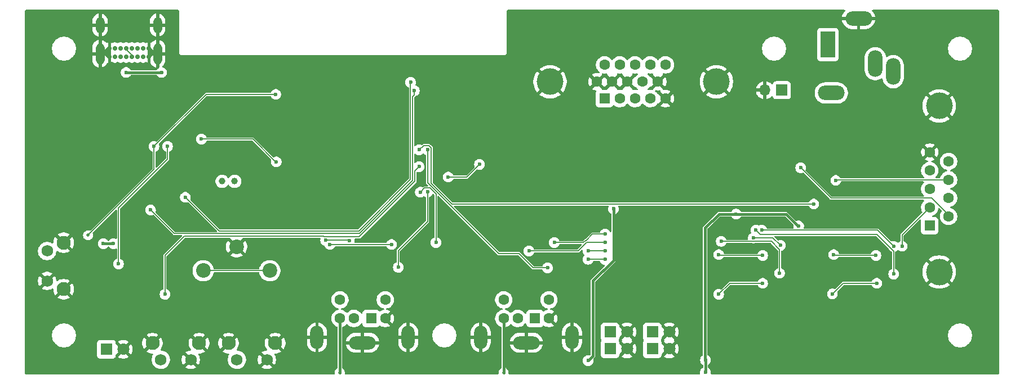
<source format=gbl>
G04 #@! TF.GenerationSoftware,KiCad,Pcbnew,9.0.2*
G04 #@! TF.CreationDate,2025-06-23T14:50:53+02:00*
G04 #@! TF.ProjectId,nTerm2-S FT231,6e546572-6d32-42d5-9320-46543233312e,0.10*
G04 #@! TF.SameCoordinates,Original*
G04 #@! TF.FileFunction,Copper,L2,Bot*
G04 #@! TF.FilePolarity,Positive*
%FSLAX46Y46*%
G04 Gerber Fmt 4.6, Leading zero omitted, Abs format (unit mm)*
G04 Created by KiCad (PCBNEW 9.0.2) date 2025-06-23 14:50:53*
%MOMM*%
%LPD*%
G01*
G04 APERTURE LIST*
G04 #@! TA.AperFunction,ComponentPad*
%ADD10C,1.750000*%
G04 #@! TD*
G04 #@! TA.AperFunction,ComponentPad*
%ADD11C,2.100000*%
G04 #@! TD*
G04 #@! TA.AperFunction,ComponentPad*
%ADD12R,1.700000X1.700000*%
G04 #@! TD*
G04 #@! TA.AperFunction,ComponentPad*
%ADD13O,1.700000X1.700000*%
G04 #@! TD*
G04 #@! TA.AperFunction,HeatsinkPad*
%ADD14C,0.600000*%
G04 #@! TD*
G04 #@! TA.AperFunction,ComponentPad*
%ADD15R,1.600000X1.600000*%
G04 #@! TD*
G04 #@! TA.AperFunction,ComponentPad*
%ADD16C,1.600000*%
G04 #@! TD*
G04 #@! TA.AperFunction,ComponentPad*
%ADD17O,2.000000X3.500000*%
G04 #@! TD*
G04 #@! TA.AperFunction,ComponentPad*
%ADD18O,4.000000X2.000000*%
G04 #@! TD*
G04 #@! TA.AperFunction,ComponentPad*
%ADD19R,1.800000X1.800000*%
G04 #@! TD*
G04 #@! TA.AperFunction,ComponentPad*
%ADD20C,1.800000*%
G04 #@! TD*
G04 #@! TA.AperFunction,ComponentPad*
%ADD21C,0.700000*%
G04 #@! TD*
G04 #@! TA.AperFunction,ComponentPad*
%ADD22O,1.300000X3.200000*%
G04 #@! TD*
G04 #@! TA.AperFunction,ComponentPad*
%ADD23O,1.300000X2.500000*%
G04 #@! TD*
G04 #@! TA.AperFunction,ComponentPad*
%ADD24C,2.200000*%
G04 #@! TD*
G04 #@! TA.AperFunction,ComponentPad*
%ADD25C,4.000000*%
G04 #@! TD*
G04 #@! TA.AperFunction,ComponentPad*
%ADD26O,2.200000X4.000000*%
G04 #@! TD*
G04 #@! TA.AperFunction,ComponentPad*
%ADD27O,4.000000X2.200000*%
G04 #@! TD*
G04 #@! TA.AperFunction,ComponentPad*
%ADD28R,2.200000X4.000000*%
G04 #@! TD*
G04 #@! TA.AperFunction,ComponentPad*
%ADD29C,1.000000*%
G04 #@! TD*
G04 #@! TA.AperFunction,ViaPad*
%ADD30C,0.600000*%
G04 #@! TD*
G04 #@! TA.AperFunction,ViaPad*
%ADD31C,0.500000*%
G04 #@! TD*
G04 #@! TA.AperFunction,Conductor*
%ADD32C,0.400000*%
G04 #@! TD*
G04 #@! TA.AperFunction,Conductor*
%ADD33C,0.200000*%
G04 #@! TD*
G04 APERTURE END LIST*
D10*
X99506000Y-125172000D03*
X95006000Y-125172000D03*
D11*
X100756000Y-122682000D03*
X93746000Y-122682000D03*
D12*
X188295200Y-84582000D03*
D13*
X185755200Y-84582000D03*
D14*
X120161000Y-86674000D03*
X120161000Y-88199000D03*
X120923500Y-85911500D03*
X120923500Y-87436500D03*
X120923500Y-88961500D03*
X121686000Y-86674000D03*
X121686000Y-88199000D03*
X122448500Y-85911500D03*
X122448500Y-87436500D03*
X122448500Y-88961500D03*
X123211000Y-86674000D03*
X123211000Y-88199000D03*
D10*
X110936000Y-125172000D03*
X106436000Y-125172000D03*
D11*
X112186000Y-122682000D03*
X105176000Y-122682000D03*
D15*
X126616000Y-118958500D03*
D16*
X124016000Y-118958500D03*
X128716000Y-118958500D03*
X121916000Y-118958500D03*
X128716000Y-116158500D03*
X121916000Y-116158500D03*
D17*
X118466000Y-121808500D03*
D18*
X125316000Y-122608500D03*
D17*
X132166000Y-121808500D03*
D19*
X162498000Y-120988500D03*
D20*
X165038000Y-120988500D03*
D19*
X162498000Y-123528500D03*
D20*
X165038000Y-123528500D03*
D19*
X168848000Y-120988500D03*
D20*
X171388000Y-120988500D03*
D19*
X168848000Y-123528500D03*
D20*
X171388000Y-123528500D03*
D15*
X151217000Y-118958500D03*
D16*
X148617000Y-118958500D03*
X153317000Y-118958500D03*
X146517000Y-118958500D03*
X153317000Y-116158500D03*
X146517000Y-116158500D03*
D17*
X143067000Y-121808500D03*
D18*
X149917000Y-122608500D03*
D17*
X156767000Y-121808500D03*
D21*
X93176000Y-79588500D03*
X92326000Y-79588500D03*
X91476000Y-79588500D03*
X90626000Y-79588500D03*
X89776000Y-79588500D03*
X88926000Y-79588500D03*
X88076000Y-79588500D03*
X87226000Y-79588500D03*
X87226000Y-78238500D03*
X88076000Y-78238500D03*
X88926000Y-78238500D03*
X89776000Y-78238500D03*
X90626000Y-78238500D03*
X91476000Y-78238500D03*
X92326000Y-78238500D03*
X93176000Y-78238500D03*
D22*
X94521000Y-79088500D03*
D23*
X94516000Y-74783500D03*
D22*
X85881000Y-79088500D03*
D23*
X85881000Y-74788500D03*
D10*
X77916000Y-113298500D03*
X77916000Y-108798500D03*
D11*
X80406000Y-114548500D03*
X80406000Y-107538500D03*
D24*
X111379000Y-111760000D03*
X106379000Y-108160000D03*
X101379000Y-111760000D03*
D19*
X86824750Y-123598500D03*
D20*
X89364750Y-123598500D03*
D25*
X211940000Y-111948500D03*
X211940000Y-86948500D03*
D15*
X210520000Y-104988500D03*
D16*
X210520000Y-102218500D03*
X210520000Y-99448500D03*
X210520000Y-96678500D03*
X210520000Y-93908500D03*
X213360000Y-103603500D03*
X213360000Y-100833500D03*
X213360000Y-98063500D03*
X213360000Y-95293500D03*
D25*
X178478000Y-83312000D03*
X153478000Y-83312000D03*
D15*
X161663000Y-85852000D03*
D16*
X163953000Y-85852000D03*
X166243000Y-85852000D03*
X168533000Y-85852000D03*
X170823000Y-85852000D03*
X160518000Y-83312000D03*
X162808000Y-83312000D03*
X165098000Y-83312000D03*
X167388000Y-83312000D03*
X169678000Y-83312000D03*
X161663000Y-80772000D03*
X163953000Y-80772000D03*
X166243000Y-80772000D03*
X168533000Y-80772000D03*
X170823000Y-80772000D03*
D26*
X205036000Y-81793000D03*
X202336000Y-80593000D03*
D27*
X199836000Y-73793000D03*
D28*
X195236000Y-77693000D03*
D27*
X195736000Y-84993000D03*
D29*
X106106000Y-98298000D03*
X104206000Y-98298000D03*
D30*
X176814157Y-127048500D03*
D31*
X146496000Y-127098500D03*
X121889167Y-127098500D03*
D30*
X176816000Y-125222000D03*
X95123000Y-81915000D03*
X190820000Y-105029000D03*
X87884000Y-107696000D03*
X89789000Y-81915000D03*
X181432200Y-103225600D03*
X86360000Y-107696000D03*
X92202000Y-108966000D03*
X77916000Y-85445600D03*
X196597000Y-121285000D03*
X159196000Y-101178500D03*
X194438000Y-102616000D03*
X82996000Y-85394800D03*
X88773000Y-117094000D03*
X94869000Y-86741000D03*
X179102000Y-121285000D03*
D31*
X186667499Y-102616000D03*
D30*
X106091000Y-80137000D03*
X108331000Y-104574000D03*
X91059000Y-86487000D03*
X85725000Y-85725000D03*
X96361900Y-99047300D03*
X169862500Y-104244000D03*
X87350600Y-99822000D03*
X103820000Y-102108000D03*
X132526000Y-80839500D03*
X99233000Y-84501000D03*
X116656000Y-99268500D03*
X83693000Y-94818200D03*
X93504400Y-100482400D03*
X163006000Y-102448500D03*
X135066000Y-99908500D03*
X130683000Y-111252000D03*
X159196000Y-125308500D03*
X96012000Y-93044000D03*
X88646000Y-110744000D03*
X133796000Y-93558500D03*
X193102000Y-101723000D03*
X153111200Y-111338500D03*
X135066000Y-93558500D03*
X191135000Y-96266000D03*
X206375000Y-108077000D03*
X196402137Y-98171000D03*
X205105000Y-112268000D03*
X184404000Y-105664000D03*
X205105000Y-108096000D03*
X185293000Y-105664000D03*
X179197000Y-107334000D03*
X187960000Y-112141000D03*
X150306000Y-108798500D03*
X161736000Y-107528500D03*
X188087000Y-107950000D03*
X161736000Y-106258500D03*
X154116000Y-107528500D03*
X184023000Y-106826000D03*
X133796000Y-96098500D03*
X95631000Y-115316000D03*
X138176000Y-97663000D03*
X142875000Y-95758000D03*
X133985000Y-99949000D03*
X136336000Y-107528500D03*
X129667000Y-107823000D03*
X120396000Y-107823000D03*
X93453600Y-102616000D03*
X133096000Y-84668500D03*
X112268000Y-85217000D03*
X93980000Y-93044000D03*
D31*
X84074000Y-106426000D03*
D30*
X112352000Y-95377000D03*
X101092000Y-91948000D03*
X161736000Y-108796210D03*
X159196000Y-108796210D03*
X159196000Y-110049500D03*
X161736000Y-110068500D03*
X119761000Y-107188000D03*
X123317000Y-107207000D03*
X132526000Y-83398500D03*
X98686000Y-100711000D03*
X196088000Y-109347000D03*
X202438000Y-109474000D03*
X195892000Y-115268500D03*
X202565000Y-113665000D03*
X178816000Y-109347000D03*
X185420000Y-109474000D03*
X178816000Y-115316000D03*
X185420000Y-113665000D03*
D32*
X178841400Y-103225600D02*
X176784000Y-105283000D01*
X95123000Y-81915000D02*
X89789000Y-81915000D01*
X121920000Y-126132500D02*
X121916000Y-126128500D01*
X181432200Y-103225600D02*
X178841400Y-103225600D01*
X121916000Y-126128500D02*
X121916000Y-118958500D01*
X121889167Y-127098500D02*
X121920000Y-127067667D01*
X176814157Y-127024943D02*
X176816000Y-127023100D01*
X121920000Y-127067667D02*
X121920000Y-126132500D01*
X146496000Y-118979500D02*
X146517000Y-118958500D01*
X176814157Y-127048500D02*
X176814157Y-127024943D01*
X188950600Y-103225600D02*
X190754000Y-105029000D01*
X176816000Y-127023100D02*
X176816000Y-125222000D01*
X176784000Y-105283000D02*
X176784000Y-125190000D01*
X181432200Y-103225600D02*
X188950600Y-103225600D01*
X95117000Y-81909000D02*
X95123000Y-81915000D01*
X86360000Y-107696000D02*
X87884000Y-107696000D01*
X176784000Y-125190000D02*
X176816000Y-125222000D01*
X146496000Y-127098500D02*
X146496000Y-118979500D01*
X190754000Y-105029000D02*
X190820000Y-105029000D01*
X87226000Y-78238500D02*
X87226000Y-77239000D01*
X93176000Y-77258000D02*
X93218000Y-77216000D01*
X93176000Y-78238500D02*
X93176000Y-78571000D01*
X93176000Y-78571000D02*
X93726000Y-79121000D01*
X93176000Y-79588500D02*
X93176000Y-80857000D01*
X87226000Y-78509000D02*
X86614000Y-79121000D01*
X87226000Y-80876000D02*
X87249000Y-80899000D01*
X93176000Y-80857000D02*
X93218000Y-80899000D01*
X93176000Y-79588500D02*
X93176000Y-78238500D01*
X87226000Y-77239000D02*
X87249000Y-77216000D01*
X87226000Y-79588500D02*
X87226000Y-80876000D01*
X93176000Y-78238500D02*
X93176000Y-77258000D01*
X87226000Y-78238500D02*
X87226000Y-78509000D01*
X87226000Y-79588500D02*
X87226000Y-78238500D01*
X163006000Y-102448500D02*
X163006000Y-110193212D01*
D33*
X135066000Y-104353500D02*
X135066000Y-99908500D01*
D32*
X163006000Y-110193212D02*
X159918400Y-113280812D01*
D33*
X130683000Y-108736500D02*
X135066000Y-104353500D01*
X130683000Y-111252000D02*
X130683000Y-108736500D01*
D32*
X159918400Y-124586100D02*
X159196000Y-125308500D01*
X159918400Y-113280812D02*
X159918400Y-124586100D01*
D33*
X88646000Y-102317862D02*
X96012000Y-94951862D01*
X96012000Y-94951862D02*
X96012000Y-93044000D01*
X88646000Y-110744000D02*
X88646000Y-102317862D01*
X138766862Y-101727000D02*
X193098000Y-101727000D01*
X133796000Y-93558500D02*
X133836787Y-93558500D01*
X135636000Y-98596138D02*
X138766862Y-101727000D01*
X134482087Y-92913200D02*
X135305800Y-92913200D01*
X133836787Y-93558500D02*
X134482087Y-92913200D01*
X193098000Y-101727000D02*
X193102000Y-101723000D01*
X135305800Y-92913200D02*
X135636000Y-93243400D01*
X135636000Y-93243400D02*
X135636000Y-98596138D01*
X150941000Y-111338500D02*
X148782000Y-109179500D01*
X145755500Y-109179500D02*
X135066000Y-98490000D01*
X153111200Y-111338500D02*
X150941000Y-111338500D01*
X135066000Y-98490000D02*
X135066000Y-93558500D01*
X148782000Y-109179500D02*
X145755500Y-109179500D01*
X195707000Y-100838000D02*
X191135000Y-96266000D01*
X213360000Y-103603500D02*
X213360000Y-103378000D01*
X210820000Y-100838000D02*
X195707000Y-100838000D01*
X213360000Y-103378000D02*
X210820000Y-100838000D01*
X210520000Y-102218500D02*
X206375000Y-106363500D01*
X206375000Y-106363500D02*
X206375000Y-108077000D01*
X196509637Y-98063500D02*
X196402137Y-98171000D01*
X213360000Y-98063500D02*
X196509637Y-98063500D01*
X185039000Y-106299000D02*
X202565000Y-106299000D01*
X204890000Y-108624000D02*
X205105000Y-108839000D01*
X202565000Y-106299000D02*
X204577000Y-108311000D01*
X204577000Y-108311000D02*
X204577000Y-108314705D01*
X184404000Y-105664000D02*
X185039000Y-106299000D01*
X205105000Y-108839000D02*
X205105000Y-112268000D01*
X204886295Y-108624000D02*
X204890000Y-108624000D01*
X204577000Y-108314705D02*
X204886295Y-108624000D01*
X205105000Y-108077000D02*
X202692000Y-105664000D01*
X202692000Y-105664000D02*
X185293000Y-105664000D01*
X205105000Y-108096000D02*
X205105000Y-108077000D01*
X158975419Y-107528500D02*
X157705419Y-108798500D01*
X187960000Y-108585000D02*
X187960000Y-112141000D01*
X157705419Y-108798500D02*
X150306000Y-108798500D01*
X161736000Y-107528500D02*
X158975419Y-107528500D01*
X179217000Y-107354000D02*
X186729000Y-107354000D01*
X179197000Y-107334000D02*
X179217000Y-107354000D01*
X186729000Y-107354000D02*
X187960000Y-108585000D01*
X158888000Y-107201500D02*
X158839971Y-107201500D01*
X158512971Y-107528500D02*
X154116000Y-107528500D01*
X158839971Y-107201500D02*
X158512971Y-107528500D01*
X184023000Y-106826000D02*
X186963000Y-106826000D01*
X161736000Y-106258500D02*
X159831000Y-106258500D01*
X186963000Y-106826000D02*
X188087000Y-107950000D01*
X159831000Y-106258500D02*
X158888000Y-107201500D01*
X124775810Y-106680000D02*
X123536705Y-106680000D01*
X119999705Y-106680000D02*
X119979705Y-106660000D01*
X95631000Y-109474000D02*
X95631000Y-115316000D01*
X123097295Y-106680000D02*
X119999705Y-106680000D01*
X133796000Y-96098500D02*
X133181000Y-96713500D01*
X119979705Y-106660000D02*
X119542295Y-106660000D01*
X123536705Y-106680000D02*
X123535705Y-106679000D01*
X133181000Y-96713500D02*
X133181000Y-98274810D01*
X133181000Y-98274810D02*
X124775810Y-106680000D01*
X123098295Y-106679000D02*
X123097295Y-106680000D01*
X98531000Y-106574000D02*
X95631000Y-109474000D01*
X119456295Y-106574000D02*
X98531000Y-106574000D01*
X123535705Y-106679000D02*
X123098295Y-106679000D01*
X119542295Y-106660000D02*
X119456295Y-106574000D01*
X140970000Y-97663000D02*
X142875000Y-95758000D01*
X138176000Y-97663000D02*
X140970000Y-97663000D01*
X136336000Y-100223862D02*
X136336000Y-107528500D01*
X135426138Y-99314000D02*
X136336000Y-100223862D01*
X133985000Y-99949000D02*
X134620000Y-99314000D01*
X134620000Y-99314000D02*
X135426138Y-99314000D01*
X120396000Y-107823000D02*
X129667000Y-107823000D01*
X132842000Y-98149948D02*
X124819948Y-106172000D01*
X97035000Y-106172000D02*
X93479000Y-102616000D01*
X133096000Y-84668500D02*
X133096000Y-85344000D01*
X133096000Y-85344000D02*
X132842000Y-85598000D01*
X132842000Y-85598000D02*
X132842000Y-98149948D01*
X124819948Y-106172000D02*
X97035000Y-106172000D01*
X93479000Y-102616000D02*
X93453600Y-102616000D01*
X101807000Y-85217000D02*
X112268000Y-85217000D01*
X84074000Y-106426000D02*
X93980000Y-96520000D01*
X93980000Y-96520000D02*
X93980000Y-93044000D01*
X93980000Y-93044000D02*
X101807000Y-85217000D01*
X112268000Y-95377000D02*
X112352000Y-95377000D01*
X101092000Y-91948000D02*
X108839000Y-91948000D01*
X108839000Y-91948000D02*
X112268000Y-95377000D01*
X161736000Y-108796210D02*
X159196000Y-108796210D01*
X123317000Y-107207000D02*
X123298000Y-107188000D01*
X161736000Y-110068500D02*
X159215000Y-110068500D01*
X123298000Y-107188000D02*
X119761000Y-107188000D01*
X159215000Y-110068500D02*
X159196000Y-110049500D01*
X103791400Y-105791000D02*
X124737086Y-105791000D01*
X98686000Y-100711000D02*
X98711400Y-100711000D01*
X132514000Y-98014086D02*
X132514000Y-83410500D01*
X98711400Y-100711000D02*
X103791400Y-105791000D01*
X124737086Y-105791000D02*
X132514000Y-98014086D01*
X132514000Y-83410500D02*
X132526000Y-83398500D01*
X89776000Y-78473000D02*
X89776000Y-78238500D01*
X90626000Y-79323000D02*
X89776000Y-78473000D01*
X90626000Y-79588500D02*
X90626000Y-79323000D01*
X111379000Y-111760000D02*
X101379000Y-111760000D01*
X196215000Y-109474000D02*
X196088000Y-109347000D01*
X202438000Y-109474000D02*
X196215000Y-109474000D01*
X197495500Y-113665000D02*
X195892000Y-115268500D01*
X202565000Y-113665000D02*
X197495500Y-113665000D01*
X178943000Y-109474000D02*
X178816000Y-109347000D01*
X185420000Y-109474000D02*
X178943000Y-109474000D01*
X180467000Y-113665000D02*
X178816000Y-115316000D01*
X185420000Y-113665000D02*
X180467000Y-113665000D01*
G04 #@! TA.AperFunction,Conductor*
G36*
X164618667Y-121162194D02*
G01*
X164677910Y-121264806D01*
X164761694Y-121348590D01*
X164864306Y-121407833D01*
X164949414Y-121430637D01*
X164240485Y-122139565D01*
X164240485Y-122139567D01*
X164266105Y-122158181D01*
X164308771Y-122213510D01*
X164314750Y-122283124D01*
X164282145Y-122344919D01*
X164266105Y-122358817D01*
X164240485Y-122377430D01*
X164240485Y-122377432D01*
X164949414Y-123086361D01*
X164864306Y-123109167D01*
X164761694Y-123168410D01*
X164677910Y-123252194D01*
X164618667Y-123354806D01*
X164595861Y-123439914D01*
X163934818Y-122778871D01*
X163901333Y-122717548D01*
X163898499Y-122691190D01*
X163898499Y-122580629D01*
X163898498Y-122580623D01*
X163898497Y-122580616D01*
X163892091Y-122521017D01*
X163881418Y-122492402D01*
X163841797Y-122386171D01*
X163841796Y-122386169D01*
X163807948Y-122340954D01*
X163801851Y-122332810D01*
X163777435Y-122267347D01*
X163791367Y-122200789D01*
X163795949Y-122192073D01*
X163841796Y-122130831D01*
X163892091Y-121995983D01*
X163898500Y-121936373D01*
X163898499Y-121825804D01*
X163918183Y-121758768D01*
X163934818Y-121738126D01*
X164595861Y-121077084D01*
X164618667Y-121162194D01*
G37*
G04 #@! TD.AperFunction*
G04 #@! TA.AperFunction,Conductor*
G36*
X170968667Y-121162194D02*
G01*
X171027910Y-121264806D01*
X171111694Y-121348590D01*
X171214306Y-121407833D01*
X171299414Y-121430637D01*
X170590485Y-122139565D01*
X170590485Y-122139567D01*
X170616105Y-122158181D01*
X170658771Y-122213510D01*
X170664750Y-122283124D01*
X170632145Y-122344919D01*
X170616105Y-122358817D01*
X170590485Y-122377430D01*
X170590485Y-122377432D01*
X171299414Y-123086361D01*
X171214306Y-123109167D01*
X171111694Y-123168410D01*
X171027910Y-123252194D01*
X170968667Y-123354806D01*
X170945861Y-123439914D01*
X170284818Y-122778871D01*
X170251333Y-122717548D01*
X170248499Y-122691190D01*
X170248499Y-122580629D01*
X170248498Y-122580623D01*
X170248497Y-122580616D01*
X170242091Y-122521017D01*
X170231418Y-122492402D01*
X170191797Y-122386171D01*
X170191796Y-122386169D01*
X170157948Y-122340954D01*
X170151851Y-122332810D01*
X170127435Y-122267347D01*
X170141367Y-122200789D01*
X170145949Y-122192073D01*
X170191796Y-122130831D01*
X170242091Y-121995983D01*
X170248500Y-121936373D01*
X170248499Y-121825804D01*
X170268183Y-121758768D01*
X170284818Y-121738126D01*
X170945861Y-121077084D01*
X170968667Y-121162194D01*
G37*
G04 #@! TD.AperFunction*
G04 #@! TA.AperFunction,Conductor*
G36*
X170027805Y-84592730D02*
G01*
X170081257Y-84637726D01*
X170101897Y-84704478D01*
X170101528Y-84715979D01*
X170097077Y-84772524D01*
X170693591Y-85369037D01*
X170630007Y-85386075D01*
X170515993Y-85451901D01*
X170422901Y-85544993D01*
X170357075Y-85659007D01*
X170340037Y-85722590D01*
X169743524Y-85126077D01*
X169689377Y-85130339D01*
X169621000Y-85115975D01*
X169579330Y-85079606D01*
X169524971Y-85004786D01*
X169380217Y-84860032D01*
X169380212Y-84860028D01*
X169307026Y-84806855D01*
X169264360Y-84751525D01*
X169258381Y-84681912D01*
X169290987Y-84620117D01*
X169351826Y-84585759D01*
X169399310Y-84584064D01*
X169575684Y-84612000D01*
X169780317Y-84612000D01*
X169958512Y-84583776D01*
X170027805Y-84592730D01*
G37*
G04 #@! TD.AperFunction*
G04 #@! TA.AperFunction,Conductor*
G36*
X164632075Y-83504993D02*
G01*
X164697901Y-83619007D01*
X164790993Y-83712099D01*
X164905007Y-83777925D01*
X164968590Y-83794962D01*
X164372076Y-84391474D01*
X164376486Y-84447510D01*
X164362121Y-84515887D01*
X164313069Y-84565644D01*
X164244904Y-84580982D01*
X164233470Y-84579711D01*
X164093803Y-84557590D01*
X164055352Y-84551500D01*
X163850648Y-84551500D01*
X163672526Y-84579711D01*
X163603233Y-84570756D01*
X163549781Y-84525760D01*
X163529142Y-84459008D01*
X163529511Y-84447508D01*
X163533921Y-84391473D01*
X162937409Y-83794962D01*
X163000993Y-83777925D01*
X163115007Y-83712099D01*
X163208099Y-83619007D01*
X163273925Y-83504993D01*
X163290962Y-83441409D01*
X163887473Y-84037921D01*
X163943268Y-84033530D01*
X163962728Y-84033530D01*
X164018525Y-84037921D01*
X164615037Y-83441409D01*
X164632075Y-83504993D01*
G37*
G04 #@! TD.AperFunction*
G04 #@! TA.AperFunction,Conductor*
G36*
X169212075Y-83504993D02*
G01*
X169277901Y-83619007D01*
X169370993Y-83712099D01*
X169485007Y-83777925D01*
X169548590Y-83794962D01*
X168952076Y-84391474D01*
X168956486Y-84447510D01*
X168942121Y-84515887D01*
X168893069Y-84565644D01*
X168824904Y-84580982D01*
X168813470Y-84579711D01*
X168673803Y-84557590D01*
X168635352Y-84551500D01*
X168430648Y-84551500D01*
X168255197Y-84579288D01*
X168185904Y-84570333D01*
X168132452Y-84525337D01*
X168111813Y-84458585D01*
X168130538Y-84391272D01*
X168162913Y-84356498D01*
X168235219Y-84303966D01*
X168379966Y-84159219D01*
X168434330Y-84084392D01*
X168489657Y-84041728D01*
X168544376Y-84033660D01*
X168598525Y-84037921D01*
X169195037Y-83441409D01*
X169212075Y-83504993D01*
G37*
G04 #@! TD.AperFunction*
G04 #@! TA.AperFunction,Conductor*
G36*
X166177473Y-84037921D02*
G01*
X166231622Y-84033660D01*
X166299999Y-84048024D01*
X166341669Y-84084393D01*
X166396028Y-84159212D01*
X166396032Y-84159217D01*
X166540784Y-84303969D01*
X166613083Y-84356496D01*
X166655750Y-84411826D01*
X166661729Y-84481439D01*
X166629124Y-84543234D01*
X166568286Y-84577592D01*
X166520801Y-84579288D01*
X166373174Y-84555906D01*
X166345352Y-84551500D01*
X166140648Y-84551500D01*
X165962526Y-84579711D01*
X165893233Y-84570756D01*
X165839781Y-84525760D01*
X165819142Y-84459008D01*
X165819511Y-84447508D01*
X165823921Y-84391473D01*
X165227409Y-83794962D01*
X165290993Y-83777925D01*
X165405007Y-83712099D01*
X165498099Y-83619007D01*
X165563925Y-83504993D01*
X165580962Y-83441409D01*
X166177473Y-84037921D01*
G37*
G04 #@! TD.AperFunction*
G04 #@! TA.AperFunction,Conductor*
G36*
X162342075Y-83504993D02*
G01*
X162407901Y-83619007D01*
X162500993Y-83712099D01*
X162615007Y-83777925D01*
X162678590Y-83794962D01*
X162082077Y-84391473D01*
X162084147Y-84417771D01*
X162069783Y-84486148D01*
X162020732Y-84535905D01*
X161960529Y-84551500D01*
X161365470Y-84551500D01*
X161298431Y-84531815D01*
X161252676Y-84479011D01*
X161241852Y-84417771D01*
X161243921Y-84391473D01*
X160647409Y-83794962D01*
X160710993Y-83777925D01*
X160825007Y-83712099D01*
X160918099Y-83619007D01*
X160983925Y-83504993D01*
X161000962Y-83441410D01*
X161597473Y-84037921D01*
X161653268Y-84033530D01*
X161672728Y-84033530D01*
X161728525Y-84037921D01*
X162325037Y-83441409D01*
X162342075Y-83504993D01*
G37*
G04 #@! TD.AperFunction*
G04 #@! TA.AperFunction,Conductor*
G36*
X161382525Y-82044287D02*
G01*
X161560648Y-82072500D01*
X161560649Y-82072500D01*
X161765351Y-82072500D01*
X161765352Y-82072500D01*
X161943471Y-82044288D01*
X162012764Y-82053242D01*
X162066216Y-82098238D01*
X162086856Y-82164990D01*
X162086487Y-82176490D01*
X162082077Y-82232523D01*
X162678591Y-82829037D01*
X162615007Y-82846075D01*
X162500993Y-82911901D01*
X162407901Y-83004993D01*
X162342075Y-83119007D01*
X162325037Y-83182590D01*
X161728524Y-82586077D01*
X161672733Y-82590468D01*
X161653276Y-82590468D01*
X161597474Y-82586076D01*
X161000962Y-83182589D01*
X160983925Y-83119007D01*
X160918099Y-83004993D01*
X160825007Y-82911901D01*
X160710993Y-82846075D01*
X160647408Y-82829037D01*
X161243921Y-82232524D01*
X161239512Y-82176490D01*
X161253876Y-82108113D01*
X161302928Y-82058356D01*
X161371093Y-82043017D01*
X161382525Y-82044287D01*
G37*
G04 #@! TD.AperFunction*
G04 #@! TA.AperFunction,Conductor*
G36*
X163672525Y-82044287D02*
G01*
X163850648Y-82072500D01*
X163850649Y-82072500D01*
X164055351Y-82072500D01*
X164055352Y-82072500D01*
X164233471Y-82044288D01*
X164302764Y-82053242D01*
X164356216Y-82098238D01*
X164376856Y-82164990D01*
X164376487Y-82176490D01*
X164372077Y-82232523D01*
X164968591Y-82829037D01*
X164905007Y-82846075D01*
X164790993Y-82911901D01*
X164697901Y-83004993D01*
X164632075Y-83119007D01*
X164615037Y-83182590D01*
X164018524Y-82586077D01*
X163962733Y-82590468D01*
X163943276Y-82590468D01*
X163887474Y-82586076D01*
X163290962Y-83182589D01*
X163273925Y-83119007D01*
X163208099Y-83004993D01*
X163115007Y-82911901D01*
X163000993Y-82846075D01*
X162937408Y-82829037D01*
X163533921Y-82232524D01*
X163529512Y-82176490D01*
X163543876Y-82108113D01*
X163592928Y-82058356D01*
X163661093Y-82043017D01*
X163672525Y-82044287D01*
G37*
G04 #@! TD.AperFunction*
G04 #@! TA.AperFunction,Conductor*
G36*
X168882764Y-82053242D02*
G01*
X168936216Y-82098238D01*
X168956856Y-82164990D01*
X168956487Y-82176490D01*
X168952077Y-82232523D01*
X169548591Y-82829037D01*
X169485007Y-82846075D01*
X169370993Y-82911901D01*
X169277901Y-83004993D01*
X169212075Y-83119007D01*
X169195037Y-83182590D01*
X168598524Y-82586077D01*
X168544377Y-82590339D01*
X168476000Y-82575975D01*
X168434330Y-82539606D01*
X168379971Y-82464786D01*
X168235219Y-82320034D01*
X168204353Y-82297609D01*
X168162914Y-82267501D01*
X168120249Y-82212173D01*
X168114270Y-82142560D01*
X168146875Y-82080764D01*
X168207713Y-82046407D01*
X168255198Y-82044711D01*
X168430648Y-82072500D01*
X168430649Y-82072500D01*
X168635351Y-82072500D01*
X168635352Y-82072500D01*
X168813471Y-82044288D01*
X168882764Y-82053242D01*
G37*
G04 #@! TD.AperFunction*
G04 #@! TA.AperFunction,Conductor*
G36*
X165962525Y-82044287D02*
G01*
X166140648Y-82072500D01*
X166140649Y-82072500D01*
X166345351Y-82072500D01*
X166345352Y-82072500D01*
X166520801Y-82044711D01*
X166590094Y-82053665D01*
X166643546Y-82098662D01*
X166664186Y-82165413D01*
X166645461Y-82232727D01*
X166613084Y-82267502D01*
X166540787Y-82320028D01*
X166540782Y-82320032D01*
X166396032Y-82464782D01*
X166396028Y-82464787D01*
X166341670Y-82539605D01*
X166286340Y-82582271D01*
X166231624Y-82590338D01*
X166177474Y-82586076D01*
X165580962Y-83182589D01*
X165563925Y-83119007D01*
X165498099Y-83004993D01*
X165405007Y-82911901D01*
X165290993Y-82846075D01*
X165227408Y-82829037D01*
X165823921Y-82232524D01*
X165819512Y-82176490D01*
X165833876Y-82108113D01*
X165882928Y-82058356D01*
X165951093Y-82043017D01*
X165962525Y-82044287D01*
G37*
G04 #@! TD.AperFunction*
G04 #@! TA.AperFunction,Conductor*
G36*
X93396108Y-78120903D02*
G01*
X93440457Y-78149404D01*
X93958060Y-78667006D01*
X93991545Y-78728329D01*
X93986561Y-78798020D01*
X93958061Y-78842368D01*
X93886929Y-78913500D01*
X93958060Y-78984631D01*
X93991545Y-79045954D01*
X93986561Y-79115646D01*
X93958060Y-79159993D01*
X93440457Y-79677595D01*
X93432511Y-79681933D01*
X93427086Y-79689181D01*
X93402326Y-79698415D01*
X93379134Y-79711080D01*
X93370104Y-79710434D01*
X93361622Y-79713598D01*
X93338725Y-79708617D01*
X93345552Y-79701791D01*
X93376000Y-79628282D01*
X93376000Y-79548718D01*
X93345552Y-79475209D01*
X93289291Y-79418948D01*
X93215782Y-79388500D01*
X93153380Y-79388500D01*
X93144587Y-79344294D01*
X93150814Y-79274704D01*
X93178523Y-79232423D01*
X93497446Y-78913500D01*
X93497446Y-78913499D01*
X93178523Y-78594576D01*
X93175922Y-78589813D01*
X93171398Y-78586818D01*
X93159356Y-78559475D01*
X93145038Y-78533253D01*
X93144843Y-78526520D01*
X93143238Y-78522875D01*
X93144043Y-78498880D01*
X93143717Y-78487584D01*
X93144100Y-78485152D01*
X93153380Y-78438500D01*
X93215782Y-78438500D01*
X93289291Y-78408052D01*
X93345552Y-78351791D01*
X93376000Y-78278282D01*
X93376000Y-78198718D01*
X93345552Y-78125209D01*
X93337020Y-78116677D01*
X93396108Y-78120903D01*
G37*
G04 #@! TD.AperFunction*
G04 #@! TA.AperFunction,Conductor*
G36*
X87062876Y-78118780D02*
G01*
X87056448Y-78125209D01*
X87026000Y-78198718D01*
X87026000Y-78278282D01*
X87056448Y-78351791D01*
X87112709Y-78408052D01*
X87186218Y-78438500D01*
X87248620Y-78438500D01*
X87257894Y-78485128D01*
X87258282Y-78487584D01*
X87254086Y-78519868D01*
X87251185Y-78552296D01*
X87249608Y-78554324D01*
X87249278Y-78556871D01*
X87223476Y-78594576D01*
X86904553Y-78913499D01*
X86904553Y-78913500D01*
X87223476Y-79232422D01*
X87226075Y-79237183D01*
X87230601Y-79240179D01*
X87242643Y-79267525D01*
X87256961Y-79293745D01*
X87257155Y-79300477D01*
X87258761Y-79304123D01*
X87257955Y-79328116D01*
X87258282Y-79339413D01*
X87257892Y-79341882D01*
X87248620Y-79388500D01*
X87186218Y-79388500D01*
X87112709Y-79418948D01*
X87056448Y-79475209D01*
X87026000Y-79548718D01*
X87026000Y-79628282D01*
X87056448Y-79701791D01*
X87064978Y-79710321D01*
X87005888Y-79706095D01*
X86961542Y-79677595D01*
X86443939Y-79159993D01*
X86410454Y-79098670D01*
X86415438Y-79028979D01*
X86443939Y-78984631D01*
X86515070Y-78913500D01*
X86443938Y-78842368D01*
X86410454Y-78781045D01*
X86415438Y-78711353D01*
X86443939Y-78667006D01*
X86961542Y-78149404D01*
X87022865Y-78115919D01*
X87062876Y-78118780D01*
G37*
G04 #@! TD.AperFunction*
G04 #@! TA.AperFunction,Conductor*
G36*
X97678156Y-72488685D02*
G01*
X97723911Y-72541489D01*
X97735117Y-72593076D01*
X97731339Y-78752348D01*
X97731295Y-78753043D01*
X97731295Y-78760608D01*
X97731295Y-78826836D01*
X97731255Y-78892085D01*
X97731295Y-78892234D01*
X97731295Y-78892392D01*
X97736951Y-78913500D01*
X97748441Y-78956386D01*
X97748445Y-78956399D01*
X97748451Y-78956421D01*
X97765285Y-79019400D01*
X97765362Y-79019534D01*
X97765403Y-79019686D01*
X97798602Y-79077189D01*
X97831107Y-79133568D01*
X97831215Y-79133677D01*
X97831295Y-79133814D01*
X97831391Y-79133910D01*
X97831393Y-79133913D01*
X97857474Y-79159993D01*
X97878075Y-79180594D01*
X97924235Y-79226811D01*
X97924370Y-79226889D01*
X97924482Y-79227001D01*
X97947308Y-79240179D01*
X97981799Y-79260092D01*
X98038323Y-79292773D01*
X98038472Y-79292813D01*
X98038609Y-79292892D01*
X98038626Y-79292896D01*
X98038627Y-79292897D01*
X98041792Y-79293745D01*
X98101964Y-79309867D01*
X98102033Y-79309909D01*
X98102039Y-79309888D01*
X98125380Y-79316157D01*
X98165596Y-79326960D01*
X98165602Y-79326960D01*
X98165902Y-79327000D01*
X98231488Y-79327000D01*
X98297380Y-79327040D01*
X98297382Y-79327039D01*
X98305071Y-79327044D01*
X98305758Y-79327000D01*
X146561890Y-79327000D01*
X146561892Y-79327000D01*
X146689186Y-79292892D01*
X146803314Y-79227000D01*
X146896500Y-79133814D01*
X146962392Y-79019686D01*
X146996500Y-78892392D01*
X146996500Y-78200495D01*
X185335500Y-78200495D01*
X185335500Y-78436504D01*
X185335501Y-78436520D01*
X185363651Y-78650345D01*
X185366307Y-78670514D01*
X185411319Y-78838500D01*
X185427394Y-78898493D01*
X185517714Y-79116545D01*
X185517719Y-79116556D01*
X185584615Y-79232422D01*
X185635727Y-79320950D01*
X185635729Y-79320953D01*
X185635730Y-79320954D01*
X185779406Y-79508197D01*
X185779412Y-79508204D01*
X185946295Y-79675087D01*
X185946302Y-79675093D01*
X186032042Y-79740883D01*
X186133550Y-79818773D01*
X186264918Y-79894618D01*
X186337943Y-79936780D01*
X186337948Y-79936782D01*
X186337951Y-79936784D01*
X186556007Y-80027106D01*
X186783986Y-80088193D01*
X187017989Y-80119000D01*
X187017996Y-80119000D01*
X187254004Y-80119000D01*
X187254011Y-80119000D01*
X187488014Y-80088193D01*
X187715993Y-80027106D01*
X187934049Y-79936784D01*
X188138450Y-79818773D01*
X188325699Y-79675092D01*
X188492592Y-79508199D01*
X188636273Y-79320950D01*
X188754284Y-79116549D01*
X188844606Y-78898493D01*
X188905693Y-78670514D01*
X188936500Y-78436511D01*
X188936500Y-78200489D01*
X188905693Y-77966486D01*
X188844606Y-77738507D01*
X188754284Y-77520451D01*
X188754282Y-77520448D01*
X188754280Y-77520443D01*
X188696961Y-77421165D01*
X188636273Y-77316050D01*
X188492592Y-77128801D01*
X188492587Y-77128795D01*
X188325704Y-76961912D01*
X188325697Y-76961906D01*
X188138454Y-76818230D01*
X188138453Y-76818229D01*
X188138450Y-76818227D01*
X188056957Y-76771177D01*
X187934056Y-76700219D01*
X187934045Y-76700214D01*
X187715993Y-76609894D01*
X187488010Y-76548806D01*
X187254020Y-76518001D01*
X187254017Y-76518000D01*
X187254011Y-76518000D01*
X187017989Y-76518000D01*
X187017983Y-76518000D01*
X187017979Y-76518001D01*
X186783989Y-76548806D01*
X186556006Y-76609894D01*
X186337954Y-76700214D01*
X186337943Y-76700219D01*
X186133545Y-76818230D01*
X185946302Y-76961906D01*
X185946295Y-76961912D01*
X185779412Y-77128795D01*
X185779406Y-77128802D01*
X185635730Y-77316045D01*
X185517719Y-77520443D01*
X185517714Y-77520454D01*
X185427394Y-77738506D01*
X185366306Y-77966489D01*
X185335501Y-78200479D01*
X185335500Y-78200495D01*
X146996500Y-78200495D01*
X146996500Y-75645135D01*
X193635500Y-75645135D01*
X193635500Y-79740870D01*
X193635501Y-79740876D01*
X193641908Y-79800483D01*
X193692202Y-79935328D01*
X193692206Y-79935335D01*
X193778452Y-80050544D01*
X193778455Y-80050547D01*
X193893664Y-80136793D01*
X193893671Y-80136797D01*
X194028517Y-80187091D01*
X194028516Y-80187091D01*
X194035444Y-80187835D01*
X194088127Y-80193500D01*
X196383872Y-80193499D01*
X196443483Y-80187091D01*
X196578331Y-80136796D01*
X196693546Y-80050546D01*
X196779796Y-79935331D01*
X196830091Y-79800483D01*
X196836500Y-79740873D01*
X196836500Y-79567038D01*
X200735500Y-79567038D01*
X200735500Y-81618961D01*
X200774910Y-81867785D01*
X200852760Y-82107383D01*
X200926857Y-82252804D01*
X200947941Y-82294185D01*
X200967132Y-82331848D01*
X201115201Y-82535649D01*
X201115205Y-82535654D01*
X201293345Y-82713794D01*
X201293350Y-82713798D01*
X201429847Y-82812968D01*
X201497155Y-82861870D01*
X201640184Y-82934747D01*
X201721616Y-82976239D01*
X201721618Y-82976239D01*
X201721621Y-82976241D01*
X201961215Y-83054090D01*
X202210038Y-83093500D01*
X202210039Y-83093500D01*
X202461961Y-83093500D01*
X202461962Y-83093500D01*
X202710785Y-83054090D01*
X202950379Y-82976241D01*
X203174845Y-82861870D01*
X203250993Y-82806545D01*
X203316797Y-82783066D01*
X203384851Y-82798891D01*
X203433546Y-82848997D01*
X203446350Y-82887466D01*
X203474909Y-83067785D01*
X203552760Y-83307383D01*
X203619274Y-83437923D01*
X203653448Y-83504993D01*
X203667132Y-83531848D01*
X203815201Y-83735649D01*
X203815205Y-83735654D01*
X203993345Y-83913794D01*
X203993350Y-83913798D01*
X204158148Y-84033530D01*
X204197155Y-84061870D01*
X204338801Y-84134042D01*
X204421616Y-84176239D01*
X204421618Y-84176239D01*
X204421621Y-84176241D01*
X204661215Y-84254090D01*
X204910038Y-84293500D01*
X204910039Y-84293500D01*
X205161961Y-84293500D01*
X205161962Y-84293500D01*
X205410785Y-84254090D01*
X205650379Y-84176241D01*
X205874845Y-84061870D01*
X206078656Y-83913793D01*
X206256793Y-83735656D01*
X206404870Y-83531845D01*
X206519241Y-83307379D01*
X206597090Y-83067785D01*
X206636500Y-82818962D01*
X206636500Y-80767038D01*
X206597090Y-80518215D01*
X206519241Y-80278621D01*
X206519239Y-80278618D01*
X206519239Y-80278616D01*
X206446978Y-80136797D01*
X206404870Y-80054155D01*
X206375242Y-80013376D01*
X206256798Y-79850350D01*
X206256794Y-79850345D01*
X206078654Y-79672205D01*
X206078649Y-79672201D01*
X205874848Y-79524132D01*
X205874847Y-79524131D01*
X205874845Y-79524130D01*
X205771553Y-79471500D01*
X205650383Y-79409760D01*
X205410785Y-79331910D01*
X205386831Y-79328116D01*
X205161962Y-79292500D01*
X204910038Y-79292500D01*
X204859674Y-79300477D01*
X204661214Y-79331910D01*
X204421616Y-79409760D01*
X204197152Y-79524131D01*
X204121006Y-79579454D01*
X204055200Y-79602933D01*
X203987146Y-79587107D01*
X203938452Y-79537001D01*
X203925650Y-79498535D01*
X203897090Y-79318215D01*
X203894391Y-79309909D01*
X203845680Y-79159993D01*
X203819241Y-79078621D01*
X203819239Y-79078618D01*
X203819239Y-79078616D01*
X203756959Y-78956386D01*
X203704870Y-78854155D01*
X203651753Y-78781045D01*
X203556798Y-78650350D01*
X203556794Y-78650345D01*
X203378654Y-78472205D01*
X203378649Y-78472201D01*
X203174846Y-78324130D01*
X203141059Y-78306915D01*
X203063206Y-78267247D01*
X202950383Y-78209760D01*
X202921868Y-78200495D01*
X213275500Y-78200495D01*
X213275500Y-78436504D01*
X213275501Y-78436520D01*
X213303651Y-78650345D01*
X213306307Y-78670514D01*
X213351319Y-78838500D01*
X213367394Y-78898493D01*
X213457714Y-79116545D01*
X213457719Y-79116556D01*
X213524615Y-79232422D01*
X213575727Y-79320950D01*
X213575729Y-79320953D01*
X213575730Y-79320954D01*
X213719406Y-79508197D01*
X213719412Y-79508204D01*
X213886295Y-79675087D01*
X213886302Y-79675093D01*
X213972042Y-79740883D01*
X214073550Y-79818773D01*
X214204918Y-79894618D01*
X214277943Y-79936780D01*
X214277948Y-79936782D01*
X214277951Y-79936784D01*
X214496007Y-80027106D01*
X214723986Y-80088193D01*
X214957989Y-80119000D01*
X214957996Y-80119000D01*
X215194004Y-80119000D01*
X215194011Y-80119000D01*
X215428014Y-80088193D01*
X215655993Y-80027106D01*
X215874049Y-79936784D01*
X216078450Y-79818773D01*
X216265699Y-79675092D01*
X216432592Y-79508199D01*
X216576273Y-79320950D01*
X216694284Y-79116549D01*
X216784606Y-78898493D01*
X216845693Y-78670514D01*
X216876500Y-78436511D01*
X216876500Y-78200489D01*
X216845693Y-77966486D01*
X216784606Y-77738507D01*
X216694284Y-77520451D01*
X216694282Y-77520448D01*
X216694280Y-77520443D01*
X216636961Y-77421165D01*
X216576273Y-77316050D01*
X216432592Y-77128801D01*
X216432587Y-77128795D01*
X216265704Y-76961912D01*
X216265697Y-76961906D01*
X216078454Y-76818230D01*
X216078453Y-76818229D01*
X216078450Y-76818227D01*
X215996957Y-76771177D01*
X215874056Y-76700219D01*
X215874045Y-76700214D01*
X215655993Y-76609894D01*
X215428010Y-76548806D01*
X215194020Y-76518001D01*
X215194017Y-76518000D01*
X215194011Y-76518000D01*
X214957989Y-76518000D01*
X214957983Y-76518000D01*
X214957979Y-76518001D01*
X214723989Y-76548806D01*
X214496006Y-76609894D01*
X214277954Y-76700214D01*
X214277943Y-76700219D01*
X214073545Y-76818230D01*
X213886302Y-76961906D01*
X213886295Y-76961912D01*
X213719412Y-77128795D01*
X213719406Y-77128802D01*
X213575730Y-77316045D01*
X213457719Y-77520443D01*
X213457714Y-77520454D01*
X213367394Y-77738506D01*
X213306306Y-77966489D01*
X213275501Y-78200479D01*
X213275500Y-78200495D01*
X202921868Y-78200495D01*
X202710785Y-78131910D01*
X202641290Y-78120903D01*
X202461962Y-78092500D01*
X202210038Y-78092500D01*
X202085626Y-78112205D01*
X201961214Y-78131910D01*
X201721616Y-78209760D01*
X201497151Y-78324132D01*
X201293350Y-78472201D01*
X201293345Y-78472205D01*
X201115205Y-78650345D01*
X201115201Y-78650350D01*
X200967132Y-78854151D01*
X200852760Y-79078616D01*
X200774910Y-79318214D01*
X200735500Y-79567038D01*
X196836500Y-79567038D01*
X196836499Y-75645128D01*
X196830091Y-75585517D01*
X196779796Y-75450669D01*
X196779795Y-75450668D01*
X196779793Y-75450664D01*
X196693547Y-75335455D01*
X196693544Y-75335452D01*
X196578335Y-75249206D01*
X196578328Y-75249202D01*
X196443482Y-75198908D01*
X196443483Y-75198908D01*
X196383883Y-75192501D01*
X196383881Y-75192500D01*
X196383873Y-75192500D01*
X196383864Y-75192500D01*
X194088129Y-75192500D01*
X194088123Y-75192501D01*
X194028516Y-75198908D01*
X193893671Y-75249202D01*
X193893664Y-75249206D01*
X193778455Y-75335452D01*
X193778452Y-75335455D01*
X193692206Y-75450664D01*
X193692202Y-75450671D01*
X193641908Y-75585517D01*
X193635501Y-75645116D01*
X193635501Y-75645123D01*
X193635500Y-75645135D01*
X146996500Y-75645135D01*
X146996500Y-72593000D01*
X147016185Y-72525961D01*
X147068989Y-72480206D01*
X147120500Y-72469000D01*
X197697896Y-72469000D01*
X197764935Y-72488685D01*
X197810690Y-72541489D01*
X197820634Y-72610647D01*
X197791609Y-72674203D01*
X197785577Y-72680681D01*
X197715590Y-72750667D01*
X197715590Y-72750668D01*
X197567557Y-72954416D01*
X197453219Y-73178815D01*
X197375397Y-73418328D01*
X197375397Y-73418331D01*
X197355652Y-73543000D01*
X199235999Y-73543000D01*
X199210979Y-73603402D01*
X199186000Y-73728981D01*
X199186000Y-73857019D01*
X199210979Y-73982598D01*
X199235999Y-74043000D01*
X197355652Y-74043000D01*
X197375397Y-74167668D01*
X197375397Y-74167671D01*
X197453219Y-74407184D01*
X197567557Y-74631583D01*
X197715590Y-74835331D01*
X197715590Y-74835332D01*
X197893667Y-75013409D01*
X198097416Y-75161442D01*
X198321815Y-75275780D01*
X198561330Y-75353602D01*
X198810072Y-75393000D01*
X199586000Y-75393000D01*
X199586000Y-74393001D01*
X199646402Y-74418021D01*
X199771981Y-74443000D01*
X199900019Y-74443000D01*
X200025598Y-74418021D01*
X200086000Y-74393001D01*
X200086000Y-75393000D01*
X200861928Y-75393000D01*
X201110669Y-75353602D01*
X201350184Y-75275780D01*
X201574583Y-75161442D01*
X201778331Y-75013409D01*
X201778332Y-75013409D01*
X201956409Y-74835332D01*
X201956409Y-74835331D01*
X202104442Y-74631583D01*
X202218780Y-74407184D01*
X202296602Y-74167671D01*
X202296602Y-74167668D01*
X202316348Y-74043000D01*
X200436001Y-74043000D01*
X200461021Y-73982598D01*
X200486000Y-73857019D01*
X200486000Y-73728981D01*
X200461021Y-73603402D01*
X200436001Y-73543000D01*
X202316348Y-73543000D01*
X202296602Y-73418331D01*
X202296602Y-73418328D01*
X202218780Y-73178815D01*
X202104442Y-72954416D01*
X201956409Y-72750668D01*
X201956409Y-72750667D01*
X201886423Y-72680681D01*
X201852938Y-72619358D01*
X201857922Y-72549666D01*
X201899794Y-72493733D01*
X201965258Y-72469316D01*
X201974104Y-72469000D01*
X220801500Y-72469000D01*
X220868539Y-72488685D01*
X220914294Y-72541489D01*
X220925500Y-72593000D01*
X220925500Y-127224000D01*
X220905815Y-127291039D01*
X220853011Y-127336794D01*
X220801500Y-127348000D01*
X177721860Y-127348000D01*
X177654821Y-127328315D01*
X177609066Y-127275511D01*
X177599122Y-127206353D01*
X177600243Y-127199809D01*
X177614656Y-127127346D01*
X177614657Y-127127344D01*
X177614657Y-126969655D01*
X177614656Y-126969653D01*
X177583894Y-126815003D01*
X177554069Y-126742998D01*
X177523554Y-126669327D01*
X177523547Y-126669314D01*
X177435946Y-126538211D01*
X177435943Y-126538207D01*
X177324449Y-126426713D01*
X177324445Y-126426710D01*
X177198609Y-126342628D01*
X177193518Y-126336537D01*
X177186297Y-126333239D01*
X177171431Y-126310108D01*
X177153804Y-126289015D01*
X177151852Y-126279641D01*
X177148523Y-126274461D01*
X177143500Y-126239526D01*
X177143500Y-126032204D01*
X177163185Y-125965165D01*
X177198609Y-125929102D01*
X177326289Y-125843789D01*
X177437786Y-125732292D01*
X177437789Y-125732289D01*
X177525394Y-125601179D01*
X177585737Y-125455497D01*
X177616500Y-125300842D01*
X177616500Y-125143158D01*
X177616500Y-125143155D01*
X177616499Y-125143153D01*
X177587825Y-124999000D01*
X177585737Y-124988503D01*
X177576903Y-124967176D01*
X177525397Y-124842827D01*
X177525390Y-124842814D01*
X177437789Y-124711711D01*
X177437786Y-124711707D01*
X177326292Y-124600213D01*
X177326288Y-124600210D01*
X177195185Y-124512609D01*
X177195174Y-124512603D01*
X177188042Y-124509649D01*
X177133641Y-124465806D01*
X177111579Y-124399511D01*
X177111500Y-124395090D01*
X177111500Y-121380495D01*
X213275500Y-121380495D01*
X213275500Y-121616504D01*
X213275501Y-121616520D01*
X213306306Y-121850510D01*
X213367394Y-122078493D01*
X213457714Y-122296545D01*
X213457719Y-122296556D01*
X213509458Y-122386169D01*
X213575727Y-122500950D01*
X213575729Y-122500953D01*
X213575730Y-122500954D01*
X213719406Y-122688197D01*
X213719412Y-122688204D01*
X213886295Y-122855087D01*
X213886301Y-122855092D01*
X214073550Y-122998773D01*
X214204583Y-123074425D01*
X214277943Y-123116780D01*
X214277948Y-123116782D01*
X214277951Y-123116784D01*
X214496007Y-123207106D01*
X214723986Y-123268193D01*
X214957989Y-123299000D01*
X214957996Y-123299000D01*
X215194004Y-123299000D01*
X215194011Y-123299000D01*
X215428014Y-123268193D01*
X215655993Y-123207106D01*
X215874049Y-123116784D01*
X216078450Y-122998773D01*
X216265699Y-122855092D01*
X216432592Y-122688199D01*
X216576273Y-122500950D01*
X216694284Y-122296549D01*
X216784606Y-122078493D01*
X216845693Y-121850514D01*
X216876500Y-121616511D01*
X216876500Y-121380489D01*
X216845693Y-121146486D01*
X216784606Y-120918507D01*
X216694284Y-120700451D01*
X216694282Y-120700448D01*
X216694280Y-120700443D01*
X216652118Y-120627418D01*
X216576273Y-120496050D01*
X216432592Y-120308801D01*
X216432587Y-120308795D01*
X216265704Y-120141912D01*
X216265697Y-120141906D01*
X216078454Y-119998230D01*
X216078453Y-119998229D01*
X216078450Y-119998227D01*
X215933199Y-119914366D01*
X215874056Y-119880219D01*
X215874045Y-119880214D01*
X215655993Y-119789894D01*
X215436030Y-119730955D01*
X215428014Y-119728807D01*
X215428013Y-119728806D01*
X215428010Y-119728806D01*
X215194020Y-119698001D01*
X215194017Y-119698000D01*
X215194011Y-119698000D01*
X214957989Y-119698000D01*
X214957983Y-119698000D01*
X214957979Y-119698001D01*
X214723989Y-119728806D01*
X214496006Y-119789894D01*
X214277954Y-119880214D01*
X214277943Y-119880219D01*
X214073545Y-119998230D01*
X213886302Y-120141906D01*
X213886295Y-120141912D01*
X213719412Y-120308795D01*
X213719406Y-120308802D01*
X213575730Y-120496045D01*
X213457719Y-120700443D01*
X213457714Y-120700454D01*
X213367394Y-120918506D01*
X213306306Y-121146489D01*
X213275501Y-121380479D01*
X213275500Y-121380495D01*
X177111500Y-121380495D01*
X177111500Y-115237153D01*
X178015500Y-115237153D01*
X178015500Y-115394846D01*
X178046261Y-115549489D01*
X178046264Y-115549501D01*
X178106602Y-115695172D01*
X178106609Y-115695185D01*
X178194210Y-115826288D01*
X178194213Y-115826292D01*
X178305707Y-115937786D01*
X178305711Y-115937789D01*
X178436814Y-116025390D01*
X178436827Y-116025397D01*
X178542096Y-116069000D01*
X178582503Y-116085737D01*
X178737153Y-116116499D01*
X178737156Y-116116500D01*
X178737158Y-116116500D01*
X178894844Y-116116500D01*
X178894845Y-116116499D01*
X179049497Y-116085737D01*
X179195179Y-116025394D01*
X179326289Y-115937789D01*
X179437789Y-115826289D01*
X179525394Y-115695179D01*
X179585737Y-115549497D01*
X179616500Y-115394842D01*
X179616500Y-115237158D01*
X179616499Y-115237155D01*
X179611603Y-115212539D01*
X179611602Y-115212538D01*
X179607050Y-115189653D01*
X195091500Y-115189653D01*
X195091500Y-115347346D01*
X195122261Y-115501989D01*
X195122264Y-115502001D01*
X195182602Y-115647672D01*
X195182609Y-115647685D01*
X195270210Y-115778788D01*
X195270213Y-115778792D01*
X195381707Y-115890286D01*
X195381711Y-115890289D01*
X195512814Y-115977890D01*
X195512827Y-115977897D01*
X195627487Y-116025390D01*
X195658503Y-116038237D01*
X195813153Y-116068999D01*
X195813156Y-116069000D01*
X195813158Y-116069000D01*
X195970844Y-116069000D01*
X195970845Y-116068999D01*
X196125497Y-116038237D01*
X196271179Y-115977894D01*
X196402289Y-115890289D01*
X196513789Y-115778789D01*
X196601394Y-115647679D01*
X196661737Y-115501997D01*
X196692500Y-115347342D01*
X196692500Y-115189658D01*
X196692500Y-115189655D01*
X196692499Y-115189653D01*
X196683318Y-115143498D01*
X196661737Y-115035003D01*
X196630614Y-114959865D01*
X196623146Y-114890401D01*
X196654420Y-114827922D01*
X196657465Y-114824766D01*
X197553414Y-113928819D01*
X197614737Y-113895334D01*
X197641095Y-113892500D01*
X201709925Y-113892500D01*
X201776964Y-113912185D01*
X201822719Y-113964989D01*
X201824465Y-113968999D01*
X201833420Y-113990616D01*
X201855607Y-114044181D01*
X201855609Y-114044185D01*
X201943210Y-114175288D01*
X201943213Y-114175292D01*
X202054707Y-114286786D01*
X202054711Y-114286789D01*
X202185814Y-114374390D01*
X202185827Y-114374397D01*
X202331435Y-114434709D01*
X202331503Y-114434737D01*
X202463153Y-114460924D01*
X202486153Y-114465499D01*
X202486156Y-114465500D01*
X202486158Y-114465500D01*
X202643844Y-114465500D01*
X202643845Y-114465499D01*
X202798497Y-114434737D01*
X202944179Y-114374394D01*
X203075289Y-114286789D01*
X203186789Y-114175289D01*
X203274394Y-114044179D01*
X203334737Y-113898497D01*
X203349095Y-113826317D01*
X203352008Y-113811673D01*
X203352008Y-113811672D01*
X203365500Y-113743844D01*
X203365500Y-113586155D01*
X203365499Y-113586153D01*
X203342819Y-113472133D01*
X203334737Y-113431503D01*
X203324472Y-113406720D01*
X203274397Y-113285827D01*
X203274390Y-113285814D01*
X203186789Y-113154711D01*
X203186786Y-113154707D01*
X203075292Y-113043213D01*
X203075288Y-113043210D01*
X202944185Y-112955609D01*
X202944172Y-112955602D01*
X202798501Y-112895264D01*
X202798489Y-112895261D01*
X202643845Y-112864500D01*
X202643842Y-112864500D01*
X202486158Y-112864500D01*
X202486155Y-112864500D01*
X202331510Y-112895261D01*
X202331498Y-112895264D01*
X202185827Y-112955602D01*
X202185814Y-112955609D01*
X202054711Y-113043210D01*
X202054707Y-113043213D01*
X201943213Y-113154707D01*
X201943210Y-113154711D01*
X201855609Y-113285814D01*
X201855607Y-113285818D01*
X201853857Y-113290043D01*
X201824484Y-113360954D01*
X201780646Y-113415356D01*
X201714352Y-113437421D01*
X201709925Y-113437500D01*
X197450246Y-113437500D01*
X197366631Y-113472135D01*
X196335762Y-114503003D01*
X196274439Y-114536488D01*
X196204747Y-114531504D01*
X196200629Y-114529883D01*
X196125501Y-114498764D01*
X196125489Y-114498761D01*
X195970845Y-114468000D01*
X195970842Y-114468000D01*
X195813158Y-114468000D01*
X195813155Y-114468000D01*
X195658510Y-114498761D01*
X195658498Y-114498764D01*
X195512827Y-114559102D01*
X195512814Y-114559109D01*
X195381711Y-114646710D01*
X195381707Y-114646713D01*
X195270213Y-114758207D01*
X195270210Y-114758211D01*
X195182609Y-114889314D01*
X195182602Y-114889327D01*
X195122264Y-115034998D01*
X195122261Y-115035010D01*
X195091500Y-115189653D01*
X179607050Y-115189653D01*
X179585737Y-115082503D01*
X179551816Y-115000610D01*
X179549834Y-114993584D01*
X179550130Y-114965664D01*
X179547146Y-114937901D01*
X179550497Y-114931205D01*
X179550577Y-114923719D01*
X179565919Y-114900394D01*
X179578420Y-114875422D01*
X179581464Y-114872267D01*
X180524915Y-113928819D01*
X180586238Y-113895334D01*
X180612596Y-113892500D01*
X184564925Y-113892500D01*
X184631964Y-113912185D01*
X184677719Y-113964989D01*
X184679465Y-113968999D01*
X184688420Y-113990616D01*
X184710607Y-114044181D01*
X184710609Y-114044185D01*
X184798210Y-114175288D01*
X184798213Y-114175292D01*
X184909707Y-114286786D01*
X184909711Y-114286789D01*
X185040814Y-114374390D01*
X185040827Y-114374397D01*
X185186435Y-114434709D01*
X185186503Y-114434737D01*
X185318153Y-114460924D01*
X185341153Y-114465499D01*
X185341156Y-114465500D01*
X185341158Y-114465500D01*
X185498844Y-114465500D01*
X185498845Y-114465499D01*
X185653497Y-114434737D01*
X185799179Y-114374394D01*
X185930289Y-114286789D01*
X186041789Y-114175289D01*
X186129394Y-114044179D01*
X186189737Y-113898497D01*
X186220500Y-113743842D01*
X186220500Y-113586158D01*
X186220500Y-113586155D01*
X186220499Y-113586153D01*
X186197819Y-113472133D01*
X186189737Y-113431503D01*
X186179472Y-113406720D01*
X186129397Y-113285827D01*
X186129390Y-113285814D01*
X186041789Y-113154711D01*
X186041786Y-113154707D01*
X185930292Y-113043213D01*
X185930288Y-113043210D01*
X185799185Y-112955609D01*
X185799172Y-112955602D01*
X185653501Y-112895264D01*
X185653489Y-112895261D01*
X185498845Y-112864500D01*
X185498842Y-112864500D01*
X185341158Y-112864500D01*
X185341155Y-112864500D01*
X185186510Y-112895261D01*
X185186498Y-112895264D01*
X185040827Y-112955602D01*
X185040814Y-112955609D01*
X184909711Y-113043210D01*
X184909707Y-113043213D01*
X184798213Y-113154707D01*
X184798210Y-113154711D01*
X184710609Y-113285814D01*
X184710607Y-113285818D01*
X184708857Y-113290043D01*
X184679484Y-113360954D01*
X184635646Y-113415356D01*
X184569352Y-113437421D01*
X184564925Y-113437500D01*
X180421747Y-113437500D01*
X180397257Y-113447644D01*
X180375415Y-113456690D01*
X180338132Y-113472133D01*
X179259762Y-114550503D01*
X179198439Y-114583988D01*
X179128747Y-114579004D01*
X179124629Y-114577383D01*
X179049501Y-114546264D01*
X179049489Y-114546261D01*
X178894845Y-114515500D01*
X178894842Y-114515500D01*
X178737158Y-114515500D01*
X178737155Y-114515500D01*
X178582510Y-114546261D01*
X178582498Y-114546264D01*
X178436827Y-114606602D01*
X178436814Y-114606609D01*
X178305711Y-114694210D01*
X178305707Y-114694213D01*
X178194213Y-114805707D01*
X178194210Y-114805711D01*
X178106609Y-114936814D01*
X178106602Y-114936827D01*
X178046264Y-115082498D01*
X178046261Y-115082510D01*
X178015500Y-115237153D01*
X177111500Y-115237153D01*
X177111500Y-109268153D01*
X178015500Y-109268153D01*
X178015500Y-109425846D01*
X178046261Y-109580489D01*
X178046264Y-109580501D01*
X178106602Y-109726172D01*
X178106609Y-109726185D01*
X178194210Y-109857288D01*
X178194213Y-109857292D01*
X178305707Y-109968786D01*
X178305711Y-109968789D01*
X178436814Y-110056390D01*
X178436827Y-110056397D01*
X178582498Y-110116735D01*
X178582503Y-110116737D01*
X178700102Y-110140129D01*
X178737153Y-110147499D01*
X178737156Y-110147500D01*
X178737158Y-110147500D01*
X178894844Y-110147500D01*
X178894845Y-110147499D01*
X179049497Y-110116737D01*
X179195179Y-110056394D01*
X179326289Y-109968789D01*
X179437789Y-109857289D01*
X179490736Y-109778048D01*
X179505061Y-109756610D01*
X179558673Y-109711804D01*
X179608163Y-109701500D01*
X184564925Y-109701500D01*
X184631964Y-109721185D01*
X184677719Y-109773989D01*
X184679465Y-109777999D01*
X184708324Y-109847669D01*
X184710607Y-109853181D01*
X184710609Y-109853185D01*
X184798210Y-109984288D01*
X184798213Y-109984292D01*
X184909707Y-110095786D01*
X184909711Y-110095789D01*
X185040814Y-110183390D01*
X185040827Y-110183397D01*
X185162288Y-110233707D01*
X185186503Y-110243737D01*
X185341153Y-110274499D01*
X185341156Y-110274500D01*
X185341158Y-110274500D01*
X185498844Y-110274500D01*
X185498845Y-110274499D01*
X185653497Y-110243737D01*
X185799179Y-110183394D01*
X185930289Y-110095789D01*
X186041789Y-109984289D01*
X186129394Y-109853179D01*
X186189737Y-109707497D01*
X186220500Y-109552842D01*
X186220500Y-109395158D01*
X186220500Y-109395155D01*
X186220499Y-109395153D01*
X186206844Y-109326506D01*
X186189737Y-109240503D01*
X186189735Y-109240498D01*
X186129397Y-109094827D01*
X186129390Y-109094814D01*
X186041789Y-108963711D01*
X186041786Y-108963707D01*
X185930292Y-108852213D01*
X185930288Y-108852210D01*
X185799185Y-108764609D01*
X185799172Y-108764602D01*
X185653501Y-108704264D01*
X185653489Y-108704261D01*
X185498845Y-108673500D01*
X185498842Y-108673500D01*
X185341158Y-108673500D01*
X185341155Y-108673500D01*
X185186510Y-108704261D01*
X185186498Y-108704264D01*
X185040827Y-108764602D01*
X185040814Y-108764609D01*
X184909711Y-108852210D01*
X184909707Y-108852213D01*
X184798213Y-108963707D01*
X184798210Y-108963711D01*
X184710609Y-109094814D01*
X184710607Y-109094818D01*
X184710035Y-109096199D01*
X184679484Y-109169954D01*
X184635646Y-109224356D01*
X184569352Y-109246421D01*
X184564925Y-109246500D01*
X179713956Y-109246500D01*
X179646917Y-109226815D01*
X179601162Y-109174011D01*
X179592339Y-109146691D01*
X179585738Y-109113510D01*
X179585737Y-109113503D01*
X179577999Y-109094821D01*
X179525397Y-108967827D01*
X179525390Y-108967814D01*
X179437789Y-108836711D01*
X179437786Y-108836707D01*
X179326292Y-108725213D01*
X179326288Y-108725210D01*
X179195185Y-108637609D01*
X179195172Y-108637602D01*
X179049501Y-108577264D01*
X179049489Y-108577261D01*
X178894845Y-108546500D01*
X178894842Y-108546500D01*
X178737158Y-108546500D01*
X178737155Y-108546500D01*
X178582510Y-108577261D01*
X178582498Y-108577264D01*
X178436827Y-108637602D01*
X178436814Y-108637609D01*
X178305711Y-108725210D01*
X178305707Y-108725213D01*
X178194213Y-108836707D01*
X178194210Y-108836711D01*
X178106609Y-108967814D01*
X178106602Y-108967827D01*
X178046264Y-109113498D01*
X178046261Y-109113510D01*
X178015500Y-109268153D01*
X177111500Y-109268153D01*
X177111500Y-105470017D01*
X177131185Y-105402978D01*
X177147819Y-105382336D01*
X178940736Y-103589419D01*
X179002059Y-103555934D01*
X179028417Y-103553100D01*
X180621995Y-103553100D01*
X180689034Y-103572785D01*
X180725097Y-103608209D01*
X180810410Y-103735888D01*
X180810413Y-103735892D01*
X180921907Y-103847386D01*
X180921911Y-103847389D01*
X181053014Y-103934990D01*
X181053027Y-103934997D01*
X181198698Y-103995335D01*
X181198703Y-103995337D01*
X181342358Y-104023912D01*
X181353353Y-104026099D01*
X181353356Y-104026100D01*
X181353358Y-104026100D01*
X181511044Y-104026100D01*
X181511045Y-104026099D01*
X181665697Y-103995337D01*
X181811379Y-103934994D01*
X181942489Y-103847389D01*
X182053989Y-103735889D01*
X182099141Y-103668315D01*
X182139303Y-103608209D01*
X182192915Y-103563404D01*
X182242405Y-103553100D01*
X188763583Y-103553100D01*
X188830622Y-103572785D01*
X188851264Y-103589419D01*
X190004571Y-104742726D01*
X190038056Y-104804049D01*
X190038507Y-104854598D01*
X190019500Y-104950153D01*
X190019500Y-105107846D01*
X190050261Y-105262489D01*
X190050264Y-105262500D01*
X190051321Y-105265052D01*
X190051476Y-105266494D01*
X190052031Y-105268324D01*
X190051683Y-105268429D01*
X190058787Y-105334522D01*
X190027509Y-105397000D01*
X189967419Y-105432650D01*
X189936758Y-105436500D01*
X186148075Y-105436500D01*
X186081036Y-105416815D01*
X186035281Y-105364011D01*
X186033534Y-105360000D01*
X186002394Y-105284821D01*
X186002392Y-105284818D01*
X186002390Y-105284814D01*
X185914789Y-105153711D01*
X185914786Y-105153707D01*
X185803292Y-105042213D01*
X185803288Y-105042210D01*
X185672185Y-104954609D01*
X185672172Y-104954602D01*
X185526501Y-104894264D01*
X185526489Y-104894261D01*
X185371845Y-104863500D01*
X185371842Y-104863500D01*
X185214158Y-104863500D01*
X185214155Y-104863500D01*
X185059510Y-104894261D01*
X185059498Y-104894264D01*
X184913822Y-104954604D01*
X184908451Y-104957476D01*
X184907329Y-104955377D01*
X184850679Y-104973099D01*
X184789220Y-104956219D01*
X184788549Y-104957476D01*
X184783177Y-104954604D01*
X184637501Y-104894264D01*
X184637489Y-104894261D01*
X184482845Y-104863500D01*
X184482842Y-104863500D01*
X184325158Y-104863500D01*
X184325155Y-104863500D01*
X184170510Y-104894261D01*
X184170498Y-104894264D01*
X184024827Y-104954602D01*
X184024814Y-104954609D01*
X183893711Y-105042210D01*
X183893707Y-105042213D01*
X183782213Y-105153707D01*
X183782210Y-105153711D01*
X183694609Y-105284814D01*
X183694602Y-105284827D01*
X183634264Y-105430498D01*
X183634261Y-105430510D01*
X183603500Y-105585153D01*
X183603500Y-105742846D01*
X183634261Y-105897489D01*
X183634263Y-105897497D01*
X183657854Y-105954452D01*
X183668475Y-105980092D01*
X183675944Y-106049562D01*
X183644669Y-106112041D01*
X183622805Y-106130647D01*
X183512711Y-106204210D01*
X183512707Y-106204213D01*
X183401213Y-106315707D01*
X183401210Y-106315711D01*
X183313609Y-106446814D01*
X183313602Y-106446827D01*
X183253264Y-106592498D01*
X183253261Y-106592510D01*
X183222500Y-106747153D01*
X183222500Y-106904846D01*
X183237113Y-106978309D01*
X183230886Y-107047900D01*
X183188023Y-107103077D01*
X183122133Y-107126322D01*
X183115496Y-107126500D01*
X180060359Y-107126500D01*
X179993320Y-107106815D01*
X179947565Y-107054011D01*
X179945822Y-107050010D01*
X179906394Y-106954821D01*
X179906392Y-106954818D01*
X179906390Y-106954814D01*
X179818789Y-106823711D01*
X179818786Y-106823707D01*
X179707292Y-106712213D01*
X179707288Y-106712210D01*
X179576185Y-106624609D01*
X179576172Y-106624602D01*
X179430501Y-106564264D01*
X179430489Y-106564261D01*
X179275845Y-106533500D01*
X179275842Y-106533500D01*
X179118158Y-106533500D01*
X179118155Y-106533500D01*
X178963510Y-106564261D01*
X178963498Y-106564264D01*
X178817827Y-106624602D01*
X178817814Y-106624609D01*
X178686711Y-106712210D01*
X178686707Y-106712213D01*
X178575213Y-106823707D01*
X178575210Y-106823711D01*
X178487609Y-106954814D01*
X178487602Y-106954827D01*
X178427264Y-107100498D01*
X178427261Y-107100510D01*
X178396500Y-107255153D01*
X178396500Y-107412846D01*
X178427261Y-107567489D01*
X178427264Y-107567501D01*
X178487602Y-107713172D01*
X178487609Y-107713185D01*
X178575210Y-107844288D01*
X178575213Y-107844292D01*
X178686707Y-107955786D01*
X178686711Y-107955789D01*
X178817814Y-108043390D01*
X178817827Y-108043397D01*
X178963498Y-108103735D01*
X178963503Y-108103737D01*
X179060289Y-108122989D01*
X179118153Y-108134499D01*
X179118156Y-108134500D01*
X179118158Y-108134500D01*
X179275844Y-108134500D01*
X179275845Y-108134499D01*
X179430497Y-108103737D01*
X179558833Y-108050579D01*
X179576172Y-108043397D01*
X179576172Y-108043396D01*
X179576179Y-108043394D01*
X179707289Y-107955789D01*
X179818789Y-107844289D01*
X179906394Y-107713179D01*
X179906395Y-107713176D01*
X179906397Y-107713173D01*
X179929230Y-107658048D01*
X179973070Y-107603644D01*
X180039364Y-107581579D01*
X180043791Y-107581500D01*
X183730467Y-107581500D01*
X183777919Y-107590938D01*
X183789503Y-107595737D01*
X183921872Y-107622067D01*
X183944153Y-107626499D01*
X183944156Y-107626500D01*
X183944158Y-107626500D01*
X184101844Y-107626500D01*
X184101845Y-107626499D01*
X184256497Y-107595737D01*
X184268080Y-107590938D01*
X184315533Y-107581500D01*
X186583405Y-107581500D01*
X186650444Y-107601185D01*
X186671086Y-107617819D01*
X187359222Y-108305955D01*
X187374643Y-108324745D01*
X187465210Y-108460288D01*
X187465213Y-108460292D01*
X187576707Y-108571786D01*
X187576715Y-108571792D01*
X187677390Y-108639061D01*
X187722196Y-108692673D01*
X187732500Y-108742163D01*
X187732500Y-111285924D01*
X187712815Y-111352963D01*
X187660011Y-111398718D01*
X187655953Y-111400485D01*
X187580824Y-111431604D01*
X187580814Y-111431609D01*
X187449711Y-111519210D01*
X187449707Y-111519213D01*
X187338213Y-111630707D01*
X187338210Y-111630711D01*
X187250609Y-111761814D01*
X187250602Y-111761827D01*
X187190264Y-111907498D01*
X187190261Y-111907510D01*
X187159500Y-112062153D01*
X187159500Y-112219846D01*
X187190261Y-112374489D01*
X187190264Y-112374501D01*
X187250602Y-112520172D01*
X187250609Y-112520185D01*
X187338210Y-112651288D01*
X187338213Y-112651292D01*
X187449707Y-112762786D01*
X187449711Y-112762789D01*
X187580814Y-112850390D01*
X187580827Y-112850397D01*
X187706380Y-112902402D01*
X187726503Y-112910737D01*
X187881153Y-112941499D01*
X187881156Y-112941500D01*
X187881158Y-112941500D01*
X188038844Y-112941500D01*
X188038845Y-112941499D01*
X188193497Y-112910737D01*
X188339179Y-112850394D01*
X188470289Y-112762789D01*
X188581789Y-112651289D01*
X188669394Y-112520179D01*
X188729737Y-112374497D01*
X188760500Y-112219842D01*
X188760500Y-112062158D01*
X188760500Y-112062155D01*
X188760499Y-112062153D01*
X188752957Y-112024236D01*
X188729737Y-111907503D01*
X188721999Y-111888821D01*
X188669397Y-111761827D01*
X188669390Y-111761814D01*
X188581789Y-111630711D01*
X188581786Y-111630707D01*
X188470292Y-111519213D01*
X188470288Y-111519210D01*
X188339185Y-111431609D01*
X188339175Y-111431604D01*
X188264047Y-111400485D01*
X188209644Y-111356644D01*
X188187579Y-111290350D01*
X188187500Y-111285924D01*
X188187500Y-109268153D01*
X195287500Y-109268153D01*
X195287500Y-109425846D01*
X195318261Y-109580489D01*
X195318264Y-109580501D01*
X195378602Y-109726172D01*
X195378609Y-109726185D01*
X195466210Y-109857288D01*
X195466213Y-109857292D01*
X195577707Y-109968786D01*
X195577711Y-109968789D01*
X195708814Y-110056390D01*
X195708827Y-110056397D01*
X195854498Y-110116735D01*
X195854503Y-110116737D01*
X195972102Y-110140129D01*
X196009153Y-110147499D01*
X196009156Y-110147500D01*
X196009158Y-110147500D01*
X196166844Y-110147500D01*
X196166845Y-110147499D01*
X196321497Y-110116737D01*
X196467179Y-110056394D01*
X196598289Y-109968789D01*
X196709789Y-109857289D01*
X196762736Y-109778048D01*
X196777061Y-109756610D01*
X196830673Y-109711804D01*
X196880163Y-109701500D01*
X201582925Y-109701500D01*
X201649964Y-109721185D01*
X201695719Y-109773989D01*
X201697465Y-109777999D01*
X201726324Y-109847669D01*
X201728607Y-109853181D01*
X201728609Y-109853185D01*
X201816210Y-109984288D01*
X201816213Y-109984292D01*
X201927707Y-110095786D01*
X201927711Y-110095789D01*
X202058814Y-110183390D01*
X202058827Y-110183397D01*
X202180288Y-110233707D01*
X202204503Y-110243737D01*
X202359153Y-110274499D01*
X202359156Y-110274500D01*
X202359158Y-110274500D01*
X202516844Y-110274500D01*
X202516845Y-110274499D01*
X202671497Y-110243737D01*
X202817179Y-110183394D01*
X202948289Y-110095789D01*
X203059789Y-109984289D01*
X203147394Y-109853179D01*
X203207737Y-109707497D01*
X203238500Y-109552842D01*
X203238500Y-109395158D01*
X203238500Y-109395155D01*
X203238499Y-109395153D01*
X203224844Y-109326506D01*
X203207737Y-109240503D01*
X203207735Y-109240498D01*
X203147397Y-109094827D01*
X203147390Y-109094814D01*
X203059789Y-108963711D01*
X203059786Y-108963707D01*
X202948292Y-108852213D01*
X202948288Y-108852210D01*
X202817185Y-108764609D01*
X202817172Y-108764602D01*
X202671501Y-108704264D01*
X202671489Y-108704261D01*
X202516845Y-108673500D01*
X202516842Y-108673500D01*
X202359158Y-108673500D01*
X202359155Y-108673500D01*
X202204510Y-108704261D01*
X202204498Y-108704264D01*
X202058827Y-108764602D01*
X202058814Y-108764609D01*
X201927711Y-108852210D01*
X201927707Y-108852213D01*
X201816213Y-108963707D01*
X201816210Y-108963711D01*
X201728609Y-109094814D01*
X201728607Y-109094818D01*
X201728035Y-109096199D01*
X201697484Y-109169954D01*
X201653646Y-109224356D01*
X201587352Y-109246421D01*
X201582925Y-109246500D01*
X196985956Y-109246500D01*
X196918917Y-109226815D01*
X196873162Y-109174011D01*
X196864339Y-109146691D01*
X196857738Y-109113510D01*
X196857737Y-109113503D01*
X196849999Y-109094821D01*
X196797397Y-108967827D01*
X196797390Y-108967814D01*
X196709789Y-108836711D01*
X196709786Y-108836707D01*
X196598292Y-108725213D01*
X196598288Y-108725210D01*
X196467185Y-108637609D01*
X196467172Y-108637602D01*
X196321501Y-108577264D01*
X196321489Y-108577261D01*
X196166845Y-108546500D01*
X196166842Y-108546500D01*
X196009158Y-108546500D01*
X196009155Y-108546500D01*
X195854510Y-108577261D01*
X195854498Y-108577264D01*
X195708827Y-108637602D01*
X195708814Y-108637609D01*
X195577711Y-108725210D01*
X195577707Y-108725213D01*
X195466213Y-108836707D01*
X195466210Y-108836711D01*
X195378609Y-108967814D01*
X195378602Y-108967827D01*
X195318264Y-109113498D01*
X195318261Y-109113510D01*
X195287500Y-109268153D01*
X188187500Y-109268153D01*
X188187500Y-108847955D01*
X188207185Y-108780916D01*
X188259989Y-108735161D01*
X188287303Y-108726339D01*
X188320497Y-108719737D01*
X188466179Y-108659394D01*
X188597289Y-108571789D01*
X188708789Y-108460289D01*
X188796394Y-108329179D01*
X188809211Y-108298237D01*
X188847296Y-108206289D01*
X188856737Y-108183497D01*
X188887500Y-108028842D01*
X188887500Y-107871158D01*
X188887500Y-107871155D01*
X188887499Y-107871153D01*
X188879820Y-107832548D01*
X188856737Y-107716503D01*
X188848996Y-107697814D01*
X188796397Y-107570827D01*
X188796390Y-107570814D01*
X188708789Y-107439711D01*
X188708786Y-107439707D01*
X188597292Y-107328213D01*
X188597288Y-107328210D01*
X188466185Y-107240609D01*
X188466172Y-107240602D01*
X188320501Y-107180264D01*
X188320489Y-107180261D01*
X188165845Y-107149500D01*
X188165842Y-107149500D01*
X188008158Y-107149500D01*
X188008155Y-107149500D01*
X187853510Y-107180261D01*
X187853503Y-107180263D01*
X187778368Y-107211384D01*
X187708899Y-107218851D01*
X187646420Y-107187576D01*
X187643236Y-107184503D01*
X187196915Y-106738181D01*
X187163430Y-106676858D01*
X187168414Y-106607166D01*
X187210286Y-106551233D01*
X187275750Y-106526816D01*
X187284596Y-106526500D01*
X202419405Y-106526500D01*
X202486444Y-106546185D01*
X202507086Y-106562819D01*
X204361307Y-108417041D01*
X204388186Y-108457267D01*
X204391695Y-108465738D01*
X204395606Y-108475178D01*
X204395609Y-108475185D01*
X204483210Y-108606288D01*
X204483213Y-108606292D01*
X204594707Y-108717786D01*
X204594711Y-108717789D01*
X204725814Y-108805390D01*
X204725816Y-108805391D01*
X204725821Y-108805394D01*
X204743729Y-108812812D01*
X204750660Y-108817443D01*
X204755703Y-108818540D01*
X204783957Y-108839691D01*
X204841181Y-108896915D01*
X204874666Y-108958238D01*
X204877500Y-108984596D01*
X204877500Y-111412924D01*
X204857815Y-111479963D01*
X204805011Y-111525718D01*
X204800953Y-111527485D01*
X204725824Y-111558604D01*
X204725814Y-111558609D01*
X204594711Y-111646210D01*
X204594707Y-111646213D01*
X204483213Y-111757707D01*
X204483210Y-111757711D01*
X204395609Y-111888814D01*
X204395602Y-111888827D01*
X204335264Y-112034498D01*
X204335261Y-112034510D01*
X204304500Y-112189153D01*
X204304500Y-112346846D01*
X204335261Y-112501489D01*
X204335264Y-112501501D01*
X204395602Y-112647172D01*
X204395609Y-112647185D01*
X204483210Y-112778288D01*
X204483213Y-112778292D01*
X204594707Y-112889786D01*
X204594711Y-112889789D01*
X204725814Y-112977390D01*
X204725827Y-112977397D01*
X204868915Y-113036665D01*
X204871503Y-113037737D01*
X205026153Y-113068499D01*
X205026156Y-113068500D01*
X205026158Y-113068500D01*
X205183844Y-113068500D01*
X205183845Y-113068499D01*
X205338497Y-113037737D01*
X205484179Y-112977394D01*
X205615289Y-112889789D01*
X205726789Y-112778289D01*
X205814394Y-112647179D01*
X205874737Y-112501497D01*
X205905500Y-112346842D01*
X205905500Y-112189158D01*
X205905500Y-112189155D01*
X205905499Y-112189153D01*
X205889404Y-112108238D01*
X205874737Y-112034503D01*
X205844456Y-111961397D01*
X205814397Y-111888827D01*
X205814392Y-111888818D01*
X205804168Y-111873517D01*
X205804167Y-111873515D01*
X205760457Y-111808098D01*
X209440000Y-111808098D01*
X209440000Y-112088901D01*
X209471437Y-112367912D01*
X209471439Y-112367924D01*
X209533921Y-112641678D01*
X209533922Y-112641680D01*
X209626662Y-112906717D01*
X209748492Y-113159700D01*
X209897884Y-113397456D01*
X210004187Y-113530757D01*
X210645747Y-112889197D01*
X210719588Y-112990830D01*
X210897670Y-113168912D01*
X210999300Y-113242751D01*
X210357741Y-113884310D01*
X210357741Y-113884311D01*
X210491043Y-113990615D01*
X210728799Y-114140007D01*
X210981782Y-114261837D01*
X211246819Y-114354577D01*
X211246821Y-114354578D01*
X211520575Y-114417060D01*
X211520587Y-114417062D01*
X211799598Y-114448499D01*
X211799600Y-114448500D01*
X212080400Y-114448500D01*
X212080401Y-114448499D01*
X212359412Y-114417062D01*
X212359424Y-114417060D01*
X212633178Y-114354578D01*
X212633180Y-114354577D01*
X212898217Y-114261837D01*
X213151200Y-114140007D01*
X213388956Y-113990616D01*
X213522257Y-113884310D01*
X212880698Y-113242751D01*
X212982330Y-113168912D01*
X213160412Y-112990830D01*
X213234251Y-112889198D01*
X213875810Y-113530757D01*
X213982116Y-113397456D01*
X214131507Y-113159700D01*
X214253337Y-112906717D01*
X214346077Y-112641680D01*
X214346078Y-112641678D01*
X214408560Y-112367924D01*
X214408562Y-112367912D01*
X214439999Y-112088901D01*
X214440000Y-112088899D01*
X214440000Y-111808100D01*
X214439999Y-111808098D01*
X214408562Y-111529087D01*
X214408560Y-111529075D01*
X214346078Y-111255321D01*
X214346077Y-111255319D01*
X214253337Y-110990282D01*
X214131507Y-110737299D01*
X213982115Y-110499543D01*
X213875810Y-110366241D01*
X213234251Y-111007800D01*
X213160412Y-110906170D01*
X212982330Y-110728088D01*
X212880697Y-110654247D01*
X213522257Y-110012687D01*
X213388956Y-109906384D01*
X213151200Y-109756992D01*
X212898217Y-109635162D01*
X212633180Y-109542422D01*
X212633178Y-109542421D01*
X212359424Y-109479939D01*
X212359412Y-109479937D01*
X212080401Y-109448500D01*
X211799598Y-109448500D01*
X211520587Y-109479937D01*
X211520575Y-109479939D01*
X211246821Y-109542421D01*
X211246819Y-109542422D01*
X210981782Y-109635162D01*
X210728799Y-109756992D01*
X210491043Y-109906384D01*
X210357741Y-110012687D01*
X210999301Y-110654247D01*
X210897670Y-110728088D01*
X210719588Y-110906170D01*
X210645748Y-111007801D01*
X210004187Y-110366241D01*
X209897884Y-110499543D01*
X209748492Y-110737299D01*
X209626662Y-110990282D01*
X209533922Y-111255319D01*
X209533921Y-111255321D01*
X209471439Y-111529075D01*
X209471437Y-111529087D01*
X209440000Y-111808098D01*
X205760457Y-111808098D01*
X205726789Y-111757711D01*
X205726786Y-111757707D01*
X205615292Y-111646213D01*
X205615288Y-111646210D01*
X205484185Y-111558609D01*
X205484175Y-111558604D01*
X205409047Y-111527485D01*
X205354644Y-111483644D01*
X205332579Y-111417350D01*
X205332500Y-111412924D01*
X205332500Y-108951075D01*
X205352185Y-108884036D01*
X205404989Y-108838281D01*
X205408999Y-108836534D01*
X205484179Y-108805394D01*
X205615289Y-108717789D01*
X205661820Y-108671257D01*
X205723139Y-108637774D01*
X205792830Y-108642757D01*
X205837180Y-108671259D01*
X205864707Y-108698786D01*
X205864711Y-108698789D01*
X205995814Y-108786390D01*
X205995827Y-108786397D01*
X206116820Y-108836513D01*
X206141503Y-108846737D01*
X206283851Y-108875052D01*
X206296153Y-108877499D01*
X206296156Y-108877500D01*
X206296158Y-108877500D01*
X206453844Y-108877500D01*
X206453845Y-108877499D01*
X206608497Y-108846737D01*
X206754179Y-108786394D01*
X206885289Y-108698789D01*
X206996789Y-108587289D01*
X207084394Y-108456179D01*
X207144737Y-108310497D01*
X207175500Y-108155842D01*
X207175500Y-107998158D01*
X207175500Y-107998155D01*
X207175499Y-107998153D01*
X207161841Y-107929489D01*
X207144737Y-107843503D01*
X207144735Y-107843498D01*
X207084397Y-107697827D01*
X207084390Y-107697814D01*
X206996789Y-107566711D01*
X206996786Y-107566707D01*
X206885292Y-107455213D01*
X206885288Y-107455210D01*
X206754185Y-107367609D01*
X206754175Y-107367604D01*
X206679047Y-107336485D01*
X206624644Y-107292644D01*
X206602579Y-107226350D01*
X206602500Y-107221924D01*
X206602500Y-106509094D01*
X206622185Y-106442055D01*
X206638814Y-106421418D01*
X209007819Y-104052412D01*
X209069142Y-104018928D01*
X209138834Y-104023912D01*
X209194767Y-104065784D01*
X209219184Y-104131248D01*
X209219500Y-104140094D01*
X209219500Y-105836370D01*
X209219501Y-105836376D01*
X209225908Y-105895983D01*
X209276202Y-106030828D01*
X209276206Y-106030835D01*
X209362452Y-106146044D01*
X209362455Y-106146047D01*
X209477664Y-106232293D01*
X209477671Y-106232297D01*
X209612517Y-106282591D01*
X209612516Y-106282591D01*
X209619444Y-106283335D01*
X209672127Y-106289000D01*
X211367872Y-106288999D01*
X211427483Y-106282591D01*
X211562331Y-106232296D01*
X211677546Y-106146046D01*
X211763796Y-106030831D01*
X211814091Y-105895983D01*
X211820500Y-105836373D01*
X211820499Y-104140628D01*
X211814091Y-104081017D01*
X211808409Y-104065784D01*
X211763797Y-103946171D01*
X211763793Y-103946164D01*
X211677547Y-103830955D01*
X211677544Y-103830952D01*
X211562335Y-103744706D01*
X211562328Y-103744702D01*
X211427482Y-103694408D01*
X211427483Y-103694408D01*
X211367883Y-103688001D01*
X211367881Y-103688000D01*
X211367873Y-103688000D01*
X211367865Y-103688000D01*
X210988753Y-103688000D01*
X210921714Y-103668315D01*
X210875959Y-103615511D01*
X210866015Y-103546353D01*
X210895040Y-103482797D01*
X210950434Y-103446069D01*
X211019219Y-103423720D01*
X211201610Y-103330787D01*
X211329616Y-103237786D01*
X211367213Y-103210471D01*
X211367215Y-103210468D01*
X211367219Y-103210466D01*
X211511966Y-103065719D01*
X211511968Y-103065715D01*
X211511971Y-103065713D01*
X211573896Y-102980479D01*
X211632287Y-102900110D01*
X211725220Y-102717719D01*
X211788477Y-102523034D01*
X211804390Y-102422559D01*
X211834319Y-102359426D01*
X211893630Y-102322494D01*
X211963492Y-102323492D01*
X212014544Y-102354277D01*
X212313562Y-102653295D01*
X212347047Y-102714618D01*
X212342063Y-102784310D01*
X212326200Y-102813861D01*
X212247712Y-102921890D01*
X212154781Y-103104276D01*
X212091522Y-103298965D01*
X212059500Y-103501148D01*
X212059500Y-103705851D01*
X212091522Y-103908034D01*
X212154781Y-104102723D01*
X212208375Y-104207905D01*
X212242533Y-104274944D01*
X212247715Y-104285113D01*
X212368028Y-104450713D01*
X212512786Y-104595471D01*
X212667749Y-104708056D01*
X212678390Y-104715787D01*
X212794607Y-104775003D01*
X212860776Y-104808718D01*
X212860778Y-104808718D01*
X212860781Y-104808720D01*
X212965137Y-104842627D01*
X213055465Y-104871977D01*
X213156557Y-104887988D01*
X213257648Y-104904000D01*
X213257649Y-104904000D01*
X213462351Y-104904000D01*
X213462352Y-104904000D01*
X213664534Y-104871977D01*
X213859219Y-104808720D01*
X214041610Y-104715787D01*
X214134590Y-104648232D01*
X214207213Y-104595471D01*
X214207215Y-104595468D01*
X214207219Y-104595466D01*
X214351966Y-104450719D01*
X214351968Y-104450715D01*
X214351971Y-104450713D01*
X214455477Y-104308247D01*
X214472287Y-104285110D01*
X214565220Y-104102719D01*
X214628477Y-103908034D01*
X214660500Y-103705852D01*
X214660500Y-103501148D01*
X214628477Y-103298965D01*
X214572371Y-103126289D01*
X214565220Y-103104281D01*
X214565218Y-103104278D01*
X214565218Y-103104276D01*
X214525037Y-103025418D01*
X214472287Y-102921890D01*
X214450577Y-102892008D01*
X214351971Y-102756286D01*
X214207213Y-102611528D01*
X214041613Y-102491215D01*
X214041612Y-102491214D01*
X214041610Y-102491213D01*
X213964395Y-102451870D01*
X213859223Y-102398281D01*
X213668868Y-102336431D01*
X213611193Y-102296993D01*
X213583995Y-102232634D01*
X213595910Y-102163788D01*
X213643154Y-102112312D01*
X213668868Y-102100569D01*
X213711508Y-102086713D01*
X213859219Y-102038720D01*
X214041610Y-101945787D01*
X214178593Y-101846264D01*
X214207213Y-101825471D01*
X214207215Y-101825468D01*
X214207219Y-101825466D01*
X214351966Y-101680719D01*
X214351968Y-101680715D01*
X214351971Y-101680713D01*
X214404732Y-101608090D01*
X214472287Y-101515110D01*
X214565220Y-101332719D01*
X214628477Y-101138034D01*
X214660500Y-100935852D01*
X214660500Y-100731148D01*
X214651522Y-100674461D01*
X214628477Y-100528965D01*
X214565218Y-100334276D01*
X214506765Y-100219557D01*
X214472287Y-100151890D01*
X214426750Y-100089213D01*
X214351971Y-99986286D01*
X214207213Y-99841528D01*
X214041613Y-99721215D01*
X214041612Y-99721214D01*
X214041610Y-99721213D01*
X213984653Y-99692191D01*
X213859223Y-99628281D01*
X213668868Y-99566431D01*
X213611193Y-99526993D01*
X213583995Y-99462634D01*
X213595910Y-99393788D01*
X213643154Y-99342312D01*
X213668868Y-99330569D01*
X213711508Y-99316713D01*
X213859219Y-99268720D01*
X214041610Y-99175787D01*
X214150542Y-99096644D01*
X214207213Y-99055471D01*
X214207215Y-99055468D01*
X214207219Y-99055466D01*
X214351966Y-98910719D01*
X214351968Y-98910715D01*
X214351971Y-98910713D01*
X214437646Y-98792789D01*
X214472287Y-98745110D01*
X214565220Y-98562719D01*
X214628477Y-98368034D01*
X214660500Y-98165852D01*
X214660500Y-97961148D01*
X214636469Y-97809423D01*
X214628477Y-97758965D01*
X214596392Y-97660218D01*
X214565220Y-97564281D01*
X214565218Y-97564278D01*
X214565218Y-97564276D01*
X214512902Y-97461602D01*
X214472287Y-97381890D01*
X214401041Y-97283827D01*
X214351971Y-97216286D01*
X214207213Y-97071528D01*
X214041613Y-96951215D01*
X214041612Y-96951214D01*
X214041610Y-96951213D01*
X213983607Y-96921659D01*
X213859223Y-96858281D01*
X213668868Y-96796431D01*
X213611193Y-96756993D01*
X213583995Y-96692634D01*
X213595910Y-96623788D01*
X213643154Y-96572312D01*
X213668868Y-96560569D01*
X213711508Y-96546713D01*
X213859219Y-96498720D01*
X214041610Y-96405787D01*
X214143185Y-96331989D01*
X214207213Y-96285471D01*
X214207215Y-96285468D01*
X214207219Y-96285466D01*
X214351966Y-96140719D01*
X214351968Y-96140715D01*
X214351971Y-96140713D01*
X214405795Y-96066629D01*
X214472287Y-95975110D01*
X214565220Y-95792719D01*
X214628477Y-95598034D01*
X214660500Y-95395852D01*
X214660500Y-95191148D01*
X214633449Y-95020359D01*
X214628477Y-94988965D01*
X214565218Y-94794276D01*
X214500677Y-94667609D01*
X214472287Y-94611890D01*
X214456274Y-94589850D01*
X214351971Y-94446286D01*
X214207213Y-94301528D01*
X214041613Y-94181215D01*
X214041612Y-94181214D01*
X214041610Y-94181213D01*
X213962105Y-94140703D01*
X213859223Y-94088281D01*
X213664534Y-94025022D01*
X213489995Y-93997378D01*
X213462352Y-93993000D01*
X213257648Y-93993000D01*
X213233329Y-93996851D01*
X213055465Y-94025022D01*
X212860776Y-94088281D01*
X212678386Y-94181215D01*
X212512786Y-94301528D01*
X212368028Y-94446286D01*
X212247715Y-94611886D01*
X212154781Y-94794276D01*
X212091522Y-94988965D01*
X212059500Y-95191148D01*
X212059500Y-95395851D01*
X212091522Y-95598034D01*
X212154781Y-95792723D01*
X212247715Y-95975113D01*
X212368028Y-96140713D01*
X212512786Y-96285471D01*
X212667749Y-96398056D01*
X212678390Y-96405787D01*
X212748369Y-96441443D01*
X212860776Y-96498718D01*
X212860778Y-96498718D01*
X212860781Y-96498720D01*
X212937031Y-96523495D01*
X213051131Y-96560569D01*
X213108806Y-96600007D01*
X213136004Y-96664366D01*
X213124089Y-96733212D01*
X213076845Y-96784688D01*
X213051131Y-96796431D01*
X212860776Y-96858281D01*
X212678386Y-96951215D01*
X212512786Y-97071528D01*
X212368028Y-97216286D01*
X212247715Y-97381886D01*
X212154781Y-97564276D01*
X212094332Y-97750319D01*
X212054894Y-97807994D01*
X211990535Y-97835192D01*
X211976401Y-97836000D01*
X211501047Y-97836000D01*
X211434008Y-97816315D01*
X211388253Y-97763511D01*
X211378309Y-97694353D01*
X211407334Y-97630797D01*
X211413366Y-97624319D01*
X211453532Y-97584153D01*
X211511966Y-97525719D01*
X211511968Y-97525715D01*
X211511971Y-97525713D01*
X211602387Y-97401264D01*
X211632287Y-97360110D01*
X211725220Y-97177719D01*
X211788477Y-96983034D01*
X211820500Y-96780852D01*
X211820500Y-96576148D01*
X211819892Y-96572312D01*
X211788477Y-96373965D01*
X211734392Y-96207509D01*
X211725220Y-96179281D01*
X211725218Y-96179278D01*
X211725218Y-96179276D01*
X211677893Y-96086397D01*
X211632287Y-95996890D01*
X211616463Y-95975110D01*
X211511971Y-95831286D01*
X211367213Y-95686528D01*
X211201613Y-95566215D01*
X211201612Y-95566214D01*
X211201610Y-95566213D01*
X211144653Y-95537191D01*
X211019223Y-95473281D01*
X210828060Y-95411168D01*
X210770385Y-95371730D01*
X210743187Y-95307371D01*
X210755102Y-95238525D01*
X210802346Y-95187049D01*
X210828061Y-95175306D01*
X211019029Y-95113255D01*
X211201349Y-95020359D01*
X211245921Y-94987974D01*
X210649409Y-94391462D01*
X210712993Y-94374425D01*
X210827007Y-94308599D01*
X210920099Y-94215507D01*
X210985925Y-94101493D01*
X211002962Y-94037909D01*
X211599474Y-94634421D01*
X211631859Y-94589849D01*
X211724755Y-94407531D01*
X211787990Y-94212917D01*
X211820000Y-94010817D01*
X211820000Y-93806182D01*
X211787990Y-93604082D01*
X211724755Y-93409468D01*
X211631859Y-93227150D01*
X211599474Y-93182577D01*
X211599474Y-93182576D01*
X211002962Y-93779089D01*
X210985925Y-93715507D01*
X210920099Y-93601493D01*
X210827007Y-93508401D01*
X210712993Y-93442575D01*
X210649408Y-93425537D01*
X211245922Y-92829024D01*
X211245921Y-92829023D01*
X211201359Y-92796647D01*
X211201350Y-92796641D01*
X211019031Y-92703744D01*
X210824417Y-92640509D01*
X210622317Y-92608500D01*
X210417683Y-92608500D01*
X210215582Y-92640509D01*
X210020968Y-92703744D01*
X209838644Y-92796643D01*
X209794077Y-92829023D01*
X209794077Y-92829024D01*
X210390591Y-93425537D01*
X210327007Y-93442575D01*
X210212993Y-93508401D01*
X210119901Y-93601493D01*
X210054075Y-93715507D01*
X210037037Y-93779090D01*
X209440524Y-93182577D01*
X209440523Y-93182577D01*
X209408143Y-93227144D01*
X209315244Y-93409468D01*
X209252009Y-93604082D01*
X209220000Y-93806182D01*
X209220000Y-94010817D01*
X209252009Y-94212917D01*
X209315244Y-94407531D01*
X209408141Y-94589850D01*
X209408147Y-94589859D01*
X209440523Y-94634421D01*
X209440524Y-94634422D01*
X210037037Y-94037909D01*
X210054075Y-94101493D01*
X210119901Y-94215507D01*
X210212993Y-94308599D01*
X210327007Y-94374425D01*
X210390590Y-94391462D01*
X209794076Y-94987974D01*
X209838650Y-95020359D01*
X210020968Y-95113255D01*
X210211939Y-95175306D01*
X210269614Y-95214744D01*
X210296812Y-95279103D01*
X210284897Y-95347949D01*
X210237653Y-95399425D01*
X210211939Y-95411168D01*
X210020776Y-95473281D01*
X209838386Y-95566215D01*
X209672786Y-95686528D01*
X209528028Y-95831286D01*
X209407715Y-95996886D01*
X209314781Y-96179276D01*
X209251522Y-96373965D01*
X209219500Y-96576148D01*
X209219500Y-96780851D01*
X209251522Y-96983034D01*
X209314781Y-97177723D01*
X209368838Y-97283814D01*
X209395402Y-97335949D01*
X209407715Y-97360113D01*
X209528028Y-97525713D01*
X209626634Y-97624319D01*
X209660119Y-97685642D01*
X209655135Y-97755334D01*
X209613263Y-97811267D01*
X209547799Y-97835684D01*
X209538953Y-97836000D01*
X197207330Y-97836000D01*
X197140291Y-97816315D01*
X197104228Y-97780891D01*
X197023926Y-97660711D01*
X197023923Y-97660707D01*
X196912429Y-97549213D01*
X196912425Y-97549210D01*
X196781322Y-97461609D01*
X196781309Y-97461602D01*
X196635638Y-97401264D01*
X196635626Y-97401261D01*
X196480982Y-97370500D01*
X196480979Y-97370500D01*
X196323295Y-97370500D01*
X196323292Y-97370500D01*
X196168647Y-97401261D01*
X196168635Y-97401264D01*
X196022964Y-97461602D01*
X196022951Y-97461609D01*
X195891848Y-97549210D01*
X195891844Y-97549213D01*
X195780350Y-97660707D01*
X195780347Y-97660711D01*
X195692746Y-97791814D01*
X195692739Y-97791827D01*
X195632401Y-97937498D01*
X195632398Y-97937510D01*
X195601637Y-98092153D01*
X195601637Y-98249846D01*
X195632398Y-98404489D01*
X195632401Y-98404501D01*
X195692739Y-98550172D01*
X195692746Y-98550185D01*
X195780347Y-98681288D01*
X195780350Y-98681292D01*
X195891844Y-98792786D01*
X195891848Y-98792789D01*
X196022951Y-98880390D01*
X196022964Y-98880397D01*
X196168635Y-98940735D01*
X196168640Y-98940737D01*
X196323290Y-98971499D01*
X196323293Y-98971500D01*
X196323295Y-98971500D01*
X196480981Y-98971500D01*
X196480982Y-98971499D01*
X196635634Y-98940737D01*
X196781316Y-98880394D01*
X196912426Y-98792789D01*
X197023926Y-98681289D01*
X197111531Y-98550179D01*
X197171874Y-98404497D01*
X197174596Y-98390808D01*
X197206981Y-98328899D01*
X197267696Y-98294324D01*
X197296214Y-98291000D01*
X209538953Y-98291000D01*
X209605992Y-98310685D01*
X209651747Y-98363489D01*
X209661691Y-98432647D01*
X209632666Y-98496203D01*
X209626634Y-98502681D01*
X209528032Y-98601282D01*
X209528028Y-98601286D01*
X209407715Y-98766886D01*
X209314781Y-98949276D01*
X209251522Y-99143965D01*
X209219500Y-99346148D01*
X209219500Y-99550851D01*
X209251522Y-99753034D01*
X209314781Y-99947723D01*
X209372688Y-100061369D01*
X209386873Y-100089210D01*
X209407715Y-100130113D01*
X209528028Y-100295713D01*
X209631134Y-100398819D01*
X209664619Y-100460142D01*
X209659635Y-100529834D01*
X209617763Y-100585767D01*
X209552299Y-100610184D01*
X209543453Y-100610500D01*
X195852595Y-100610500D01*
X195785556Y-100590815D01*
X195764914Y-100574181D01*
X191900496Y-96709763D01*
X191867011Y-96648440D01*
X191871995Y-96578748D01*
X191873605Y-96574655D01*
X191904737Y-96499497D01*
X191935500Y-96344842D01*
X191935500Y-96187158D01*
X191935500Y-96187155D01*
X191935499Y-96187153D01*
X191915457Y-96086397D01*
X191904737Y-96032503D01*
X191904735Y-96032498D01*
X191844397Y-95886827D01*
X191844390Y-95886814D01*
X191756789Y-95755711D01*
X191756786Y-95755707D01*
X191645292Y-95644213D01*
X191645288Y-95644210D01*
X191514185Y-95556609D01*
X191514172Y-95556602D01*
X191368501Y-95496264D01*
X191368489Y-95496261D01*
X191213845Y-95465500D01*
X191213842Y-95465500D01*
X191056158Y-95465500D01*
X191056155Y-95465500D01*
X190901510Y-95496261D01*
X190901498Y-95496264D01*
X190755827Y-95556602D01*
X190755814Y-95556609D01*
X190624711Y-95644210D01*
X190624707Y-95644213D01*
X190513213Y-95755707D01*
X190513210Y-95755711D01*
X190425609Y-95886814D01*
X190425602Y-95886827D01*
X190365264Y-96032498D01*
X190365261Y-96032510D01*
X190334500Y-96187153D01*
X190334500Y-96344846D01*
X190365261Y-96499489D01*
X190365264Y-96499501D01*
X190425602Y-96645172D01*
X190425609Y-96645185D01*
X190513210Y-96776288D01*
X190513213Y-96776292D01*
X190624707Y-96887786D01*
X190624711Y-96887789D01*
X190755814Y-96975390D01*
X190755827Y-96975397D01*
X190883843Y-97028422D01*
X190901503Y-97035737D01*
X191056153Y-97066499D01*
X191056156Y-97066500D01*
X191056158Y-97066500D01*
X191213844Y-97066500D01*
X191213845Y-97066499D01*
X191368497Y-97035737D01*
X191443630Y-97004615D01*
X191513098Y-96997147D01*
X191575578Y-97028422D01*
X191578763Y-97031496D01*
X195514135Y-100966868D01*
X195578132Y-101030865D01*
X195661747Y-101065500D01*
X209534453Y-101065500D01*
X209601492Y-101085185D01*
X209647247Y-101137989D01*
X209657191Y-101207147D01*
X209628166Y-101270703D01*
X209622134Y-101277181D01*
X209528032Y-101371282D01*
X209528028Y-101371286D01*
X209407715Y-101536886D01*
X209314781Y-101719276D01*
X209251522Y-101913965D01*
X209219500Y-102116148D01*
X209219500Y-102320851D01*
X209251522Y-102523034D01*
X209314781Y-102717723D01*
X209403585Y-102892008D01*
X209416481Y-102960677D01*
X209390205Y-103025418D01*
X209380781Y-103035984D01*
X207019767Y-105397000D01*
X206246132Y-106170635D01*
X206182135Y-106234632D01*
X206163325Y-106280043D01*
X206147500Y-106318246D01*
X206147500Y-107221924D01*
X206127815Y-107288963D01*
X206075011Y-107334718D01*
X206070953Y-107336485D01*
X205995824Y-107367604D01*
X205995814Y-107367609D01*
X205864711Y-107455210D01*
X205864707Y-107455213D01*
X205818181Y-107501740D01*
X205756858Y-107535225D01*
X205687166Y-107530241D01*
X205642819Y-107501740D01*
X205615292Y-107474213D01*
X205615288Y-107474210D01*
X205484185Y-107386609D01*
X205484172Y-107386602D01*
X205338501Y-107326264D01*
X205338489Y-107326261D01*
X205183845Y-107295500D01*
X205183842Y-107295500D01*
X205026158Y-107295500D01*
X205026155Y-107295500D01*
X204871511Y-107326260D01*
X204871502Y-107326263D01*
X204809802Y-107351819D01*
X204740333Y-107359286D01*
X204677854Y-107328010D01*
X204674671Y-107324938D01*
X202820870Y-105471136D01*
X202737253Y-105436500D01*
X191703242Y-105436500D01*
X191636203Y-105416815D01*
X191590448Y-105364011D01*
X191580504Y-105294853D01*
X191588679Y-105265052D01*
X191588983Y-105264314D01*
X191589737Y-105262497D01*
X191620500Y-105107842D01*
X191620500Y-104950158D01*
X191620500Y-104950155D01*
X191620499Y-104950153D01*
X191589737Y-104795503D01*
X191556717Y-104715784D01*
X191529397Y-104649827D01*
X191529390Y-104649814D01*
X191441789Y-104518711D01*
X191441786Y-104518707D01*
X191330292Y-104407213D01*
X191330288Y-104407210D01*
X191199185Y-104319609D01*
X191199172Y-104319602D01*
X191053501Y-104259264D01*
X191053489Y-104259261D01*
X190898845Y-104228500D01*
X190898842Y-104228500D01*
X190741158Y-104228500D01*
X190741155Y-104228500D01*
X190586505Y-104259261D01*
X190586498Y-104259264D01*
X190564696Y-104268294D01*
X190495226Y-104275760D01*
X190432749Y-104244483D01*
X190429567Y-104241412D01*
X189151691Y-102963536D01*
X189151690Y-102963535D01*
X189077010Y-102920419D01*
X189077011Y-102920419D01*
X189049245Y-102912979D01*
X188993716Y-102898100D01*
X188993714Y-102898100D01*
X182242405Y-102898100D01*
X182175366Y-102878415D01*
X182139303Y-102842991D01*
X182053989Y-102715311D01*
X182053986Y-102715307D01*
X181942492Y-102603813D01*
X181942488Y-102603810D01*
X181811385Y-102516209D01*
X181811372Y-102516202D01*
X181665701Y-102455864D01*
X181665689Y-102455861D01*
X181511045Y-102425100D01*
X181511042Y-102425100D01*
X181353358Y-102425100D01*
X181353355Y-102425100D01*
X181198710Y-102455861D01*
X181198698Y-102455864D01*
X181053027Y-102516202D01*
X181053014Y-102516209D01*
X180921911Y-102603810D01*
X180921907Y-102603813D01*
X180810413Y-102715307D01*
X180810410Y-102715311D01*
X180725097Y-102842991D01*
X180671485Y-102887796D01*
X180621995Y-102898100D01*
X178884516Y-102898100D01*
X178798284Y-102898100D01*
X178742754Y-102912979D01*
X178714989Y-102920419D01*
X178640311Y-102963534D01*
X178640308Y-102963536D01*
X176521936Y-105081908D01*
X176521934Y-105081911D01*
X176478819Y-105156589D01*
X176456500Y-105239885D01*
X176456500Y-124433177D01*
X176436815Y-124500216D01*
X176401391Y-124536279D01*
X176305711Y-124600210D01*
X176305707Y-124600213D01*
X176194213Y-124711707D01*
X176194210Y-124711711D01*
X176106609Y-124842814D01*
X176106602Y-124842827D01*
X176046264Y-124988498D01*
X176046261Y-124988510D01*
X176015500Y-125143153D01*
X176015500Y-125300846D01*
X176046261Y-125455489D01*
X176046264Y-125455501D01*
X176106602Y-125601172D01*
X176106609Y-125601185D01*
X176194210Y-125732288D01*
X176194213Y-125732292D01*
X176305710Y-125843789D01*
X176433391Y-125929102D01*
X176438481Y-125935193D01*
X176445703Y-125938491D01*
X176460566Y-125961618D01*
X176478196Y-125982714D01*
X176480147Y-125992088D01*
X176483477Y-125997269D01*
X176488500Y-126032204D01*
X176488500Y-126237064D01*
X176468815Y-126304103D01*
X176433391Y-126340166D01*
X176303868Y-126426710D01*
X176303864Y-126426713D01*
X176192370Y-126538207D01*
X176192367Y-126538211D01*
X176104766Y-126669314D01*
X176104759Y-126669327D01*
X176044421Y-126814998D01*
X176044418Y-126815010D01*
X176013657Y-126969653D01*
X176013657Y-127127346D01*
X176028071Y-127199809D01*
X176021844Y-127269400D01*
X175978981Y-127324578D01*
X175913091Y-127347822D01*
X175906454Y-127348000D01*
X147362669Y-127348000D01*
X147295630Y-127328315D01*
X147249875Y-127275511D01*
X147239931Y-127206353D01*
X147241052Y-127199808D01*
X147246500Y-127172420D01*
X147246500Y-127024579D01*
X147217659Y-126879592D01*
X147217658Y-126879591D01*
X147217658Y-126879587D01*
X147217656Y-126879582D01*
X147161087Y-126743011D01*
X147161080Y-126742998D01*
X147078951Y-126620084D01*
X147078948Y-126620080D01*
X146974419Y-126515551D01*
X146974415Y-126515548D01*
X146878609Y-126451532D01*
X146833804Y-126397920D01*
X146823500Y-126348430D01*
X146823500Y-122358500D01*
X147437898Y-122358500D01*
X148483988Y-122358500D01*
X148451075Y-122415507D01*
X148417000Y-122542674D01*
X148417000Y-122674326D01*
X148451075Y-122801493D01*
X148483988Y-122858500D01*
X147437898Y-122858500D01*
X147453934Y-122959747D01*
X147526897Y-123184302D01*
X147634085Y-123394671D01*
X147772866Y-123585686D01*
X147939813Y-123752633D01*
X148130828Y-123891414D01*
X148341197Y-123998602D01*
X148565752Y-124071565D01*
X148565751Y-124071565D01*
X148798948Y-124108500D01*
X149667000Y-124108500D01*
X149667000Y-123108500D01*
X150167000Y-123108500D01*
X150167000Y-124108500D01*
X151035052Y-124108500D01*
X151268247Y-124071565D01*
X151492802Y-123998602D01*
X151703171Y-123891414D01*
X151894186Y-123752633D01*
X152061133Y-123585686D01*
X152199914Y-123394671D01*
X152307102Y-123184302D01*
X152380065Y-122959747D01*
X152396102Y-122858500D01*
X151350012Y-122858500D01*
X151382925Y-122801493D01*
X151417000Y-122674326D01*
X151417000Y-122542674D01*
X151382925Y-122415507D01*
X151350012Y-122358500D01*
X152396102Y-122358500D01*
X152380065Y-122257254D01*
X152311248Y-122045457D01*
X152311247Y-122045456D01*
X152311247Y-122045454D01*
X152307101Y-122032695D01*
X152199914Y-121822328D01*
X152061133Y-121631313D01*
X151894186Y-121464366D01*
X151703171Y-121325585D01*
X151492802Y-121218397D01*
X151268247Y-121145434D01*
X151268248Y-121145434D01*
X151035052Y-121108500D01*
X150167000Y-121108500D01*
X150167000Y-122108500D01*
X149667000Y-122108500D01*
X149667000Y-121108500D01*
X148798948Y-121108500D01*
X148565752Y-121145434D01*
X148341197Y-121218397D01*
X148130828Y-121325585D01*
X147939813Y-121464366D01*
X147772866Y-121631313D01*
X147634085Y-121822328D01*
X147526897Y-122032697D01*
X147453934Y-122257252D01*
X147437898Y-122358500D01*
X146823500Y-122358500D01*
X146823500Y-120940447D01*
X155267000Y-120940447D01*
X155267000Y-121558500D01*
X156267000Y-121558500D01*
X156267000Y-122058500D01*
X155267000Y-122058500D01*
X155267000Y-122676552D01*
X155303934Y-122909747D01*
X155376897Y-123134302D01*
X155484085Y-123344671D01*
X155622866Y-123535686D01*
X155789813Y-123702633D01*
X155980828Y-123841414D01*
X156191195Y-123948602D01*
X156415744Y-124021563D01*
X156415750Y-124021565D01*
X156517000Y-124037601D01*
X156517000Y-122991512D01*
X156574007Y-123024425D01*
X156701174Y-123058500D01*
X156832826Y-123058500D01*
X156959993Y-123024425D01*
X157017000Y-122991512D01*
X157017000Y-124037600D01*
X157118249Y-124021565D01*
X157118255Y-124021563D01*
X157342804Y-123948602D01*
X157553171Y-123841414D01*
X157744186Y-123702633D01*
X157911133Y-123535686D01*
X158049914Y-123344671D01*
X158157102Y-123134302D01*
X158230065Y-122909747D01*
X158267000Y-122676552D01*
X158267000Y-122058500D01*
X157267000Y-122058500D01*
X157267000Y-121558500D01*
X158267000Y-121558500D01*
X158267000Y-120940447D01*
X158230065Y-120707252D01*
X158157102Y-120482697D01*
X158049914Y-120272328D01*
X157911133Y-120081313D01*
X157744186Y-119914366D01*
X157553171Y-119775585D01*
X157342802Y-119668397D01*
X157118247Y-119595434D01*
X157017000Y-119579397D01*
X157017000Y-120625488D01*
X156959993Y-120592575D01*
X156832826Y-120558500D01*
X156701174Y-120558500D01*
X156574007Y-120592575D01*
X156517000Y-120625488D01*
X156517000Y-119579397D01*
X156415752Y-119595434D01*
X156191197Y-119668397D01*
X155980828Y-119775585D01*
X155789813Y-119914366D01*
X155622866Y-120081313D01*
X155484085Y-120272328D01*
X155376897Y-120482697D01*
X155303934Y-120707252D01*
X155267000Y-120940447D01*
X146823500Y-120940447D01*
X146823500Y-120316429D01*
X146843185Y-120249390D01*
X146895989Y-120203635D01*
X146909183Y-120198498D01*
X147016214Y-120163722D01*
X147016216Y-120163720D01*
X147016219Y-120163720D01*
X147198610Y-120070787D01*
X147322169Y-119981017D01*
X147364213Y-119950471D01*
X147364215Y-119950468D01*
X147364219Y-119950466D01*
X147479319Y-119835366D01*
X147540642Y-119801881D01*
X147610334Y-119806865D01*
X147654681Y-119835366D01*
X147769786Y-119950471D01*
X147893889Y-120040635D01*
X147935390Y-120070787D01*
X148024212Y-120116044D01*
X148117776Y-120163718D01*
X148117778Y-120163718D01*
X148117781Y-120163720D01*
X148219625Y-120196811D01*
X148312465Y-120226977D01*
X148410889Y-120242566D01*
X148514648Y-120259000D01*
X148514649Y-120259000D01*
X148719351Y-120259000D01*
X148719352Y-120259000D01*
X148921534Y-120226977D01*
X149116219Y-120163720D01*
X149298610Y-120070787D01*
X149422169Y-119981017D01*
X149464213Y-119950471D01*
X149464215Y-119950468D01*
X149464219Y-119950466D01*
X149608966Y-119805719D01*
X149611755Y-119801881D01*
X149659635Y-119735978D01*
X149692183Y-119691179D01*
X149747510Y-119648514D01*
X149817124Y-119642534D01*
X149878919Y-119675139D01*
X149913277Y-119735978D01*
X149916500Y-119764062D01*
X149916500Y-119806368D01*
X149916501Y-119806376D01*
X149922908Y-119865983D01*
X149973202Y-120000828D01*
X149973206Y-120000835D01*
X150059452Y-120116044D01*
X150059455Y-120116047D01*
X150174664Y-120202293D01*
X150174671Y-120202297D01*
X150309517Y-120252591D01*
X150309516Y-120252591D01*
X150316444Y-120253335D01*
X150369127Y-120259000D01*
X152064872Y-120258999D01*
X152124483Y-120252591D01*
X152259331Y-120202296D01*
X152374546Y-120116046D01*
X152415425Y-120061437D01*
X152471358Y-120019568D01*
X152541050Y-120014584D01*
X152587577Y-120035432D01*
X152635650Y-120070359D01*
X152817968Y-120163255D01*
X153012582Y-120226490D01*
X153214683Y-120258500D01*
X153419317Y-120258500D01*
X153621417Y-120226490D01*
X153816031Y-120163255D01*
X153998349Y-120070359D01*
X154042921Y-120037974D01*
X153363447Y-119358500D01*
X153369661Y-119358500D01*
X153471394Y-119331241D01*
X153562606Y-119278580D01*
X153637080Y-119204106D01*
X153689741Y-119112894D01*
X153717000Y-119011161D01*
X153717000Y-119004948D01*
X154396474Y-119684422D01*
X154396474Y-119684421D01*
X154428859Y-119639849D01*
X154521755Y-119457531D01*
X154584990Y-119262917D01*
X154617000Y-119060817D01*
X154617000Y-118856182D01*
X154584990Y-118654082D01*
X154521755Y-118459468D01*
X154428859Y-118277150D01*
X154396474Y-118232577D01*
X154396474Y-118232576D01*
X153717000Y-118912051D01*
X153717000Y-118905839D01*
X153689741Y-118804106D01*
X153637080Y-118712894D01*
X153562606Y-118638420D01*
X153471394Y-118585759D01*
X153369661Y-118558500D01*
X153363446Y-118558500D01*
X154042922Y-117879024D01*
X154042921Y-117879023D01*
X153998359Y-117846647D01*
X153998350Y-117846641D01*
X153816031Y-117753744D01*
X153621418Y-117690510D01*
X153562799Y-117681225D01*
X153499664Y-117651295D01*
X153462734Y-117591983D01*
X153463732Y-117522120D01*
X153502343Y-117463888D01*
X153562795Y-117436280D01*
X153621534Y-117426977D01*
X153816219Y-117363720D01*
X153998610Y-117270787D01*
X154091590Y-117203232D01*
X154164213Y-117150471D01*
X154164215Y-117150468D01*
X154164219Y-117150466D01*
X154308966Y-117005719D01*
X154308968Y-117005715D01*
X154308971Y-117005713D01*
X154361732Y-116933090D01*
X154429287Y-116840110D01*
X154522220Y-116657719D01*
X154585477Y-116463034D01*
X154617500Y-116260852D01*
X154617500Y-116056148D01*
X154605105Y-115977890D01*
X154585477Y-115853965D01*
X154533884Y-115695179D01*
X154522220Y-115659281D01*
X154522218Y-115659278D01*
X154522218Y-115659276D01*
X154466278Y-115549489D01*
X154429287Y-115476890D01*
X154412221Y-115453401D01*
X154308971Y-115311286D01*
X154164213Y-115166528D01*
X153998613Y-115046215D01*
X153998612Y-115046214D01*
X153998610Y-115046213D01*
X153941653Y-115017191D01*
X153816223Y-114953281D01*
X153621534Y-114890022D01*
X153446995Y-114862378D01*
X153419352Y-114858000D01*
X153214648Y-114858000D01*
X153190329Y-114861851D01*
X153012465Y-114890022D01*
X152817776Y-114953281D01*
X152635386Y-115046215D01*
X152469786Y-115166528D01*
X152325028Y-115311286D01*
X152204715Y-115476886D01*
X152111781Y-115659276D01*
X152048522Y-115853965D01*
X152016500Y-116056148D01*
X152016500Y-116260851D01*
X152048522Y-116463034D01*
X152111781Y-116657723D01*
X152204715Y-116840113D01*
X152325028Y-117005713D01*
X152469786Y-117150471D01*
X152624749Y-117263056D01*
X152635390Y-117270787D01*
X152751607Y-117330003D01*
X152817776Y-117363718D01*
X152817778Y-117363718D01*
X152817781Y-117363720D01*
X152930241Y-117400260D01*
X153012459Y-117426975D01*
X153012460Y-117426975D01*
X153012466Y-117426977D01*
X153071202Y-117436280D01*
X153134333Y-117466207D01*
X153171265Y-117525519D01*
X153170267Y-117595381D01*
X153131658Y-117653614D01*
X153071201Y-117681225D01*
X153012580Y-117690510D01*
X152817968Y-117753744D01*
X152635649Y-117846641D01*
X152635642Y-117846645D01*
X152587575Y-117881568D01*
X152521769Y-117905047D01*
X152453715Y-117889221D01*
X152415425Y-117855561D01*
X152404841Y-117841424D01*
X152374546Y-117800954D01*
X152374544Y-117800953D01*
X152374544Y-117800952D01*
X152259335Y-117714706D01*
X152259328Y-117714702D01*
X152124482Y-117664408D01*
X152124483Y-117664408D01*
X152064883Y-117658001D01*
X152064881Y-117658000D01*
X152064873Y-117658000D01*
X152064864Y-117658000D01*
X150369129Y-117658000D01*
X150369123Y-117658001D01*
X150309516Y-117664408D01*
X150174671Y-117714702D01*
X150174664Y-117714706D01*
X150059455Y-117800952D01*
X150059452Y-117800955D01*
X149973206Y-117916164D01*
X149973202Y-117916171D01*
X149922908Y-118051017D01*
X149916501Y-118110616D01*
X149916500Y-118110635D01*
X149916500Y-118152932D01*
X149896815Y-118219971D01*
X149844011Y-118265726D01*
X149774853Y-118275670D01*
X149711297Y-118246645D01*
X149692182Y-118225817D01*
X149608971Y-118111287D01*
X149608967Y-118111282D01*
X149464213Y-117966528D01*
X149298613Y-117846215D01*
X149298612Y-117846214D01*
X149298610Y-117846213D01*
X149241653Y-117817191D01*
X149116223Y-117753281D01*
X148921534Y-117690022D01*
X148746995Y-117662378D01*
X148719352Y-117658000D01*
X148514648Y-117658000D01*
X148490329Y-117661851D01*
X148312465Y-117690022D01*
X148117776Y-117753281D01*
X147935386Y-117846215D01*
X147769786Y-117966528D01*
X147769782Y-117966532D01*
X147654681Y-118081634D01*
X147593358Y-118115119D01*
X147523666Y-118110135D01*
X147479319Y-118081634D01*
X147364213Y-117966528D01*
X147198613Y-117846215D01*
X147198612Y-117846214D01*
X147198610Y-117846213D01*
X147141653Y-117817191D01*
X147016223Y-117753281D01*
X146821534Y-117690023D01*
X146821528Y-117690022D01*
X146764394Y-117680972D01*
X146701260Y-117651044D01*
X146664329Y-117591732D01*
X146665327Y-117521870D01*
X146703937Y-117463637D01*
X146764395Y-117436027D01*
X146821534Y-117426977D01*
X147016219Y-117363720D01*
X147198610Y-117270787D01*
X147291590Y-117203232D01*
X147364213Y-117150471D01*
X147364215Y-117150468D01*
X147364219Y-117150466D01*
X147508966Y-117005719D01*
X147508968Y-117005715D01*
X147508971Y-117005713D01*
X147561732Y-116933090D01*
X147629287Y-116840110D01*
X147722220Y-116657719D01*
X147785477Y-116463034D01*
X147817500Y-116260852D01*
X147817500Y-116056148D01*
X147805105Y-115977890D01*
X147785477Y-115853965D01*
X147733884Y-115695179D01*
X147722220Y-115659281D01*
X147722218Y-115659278D01*
X147722218Y-115659276D01*
X147666278Y-115549489D01*
X147629287Y-115476890D01*
X147612221Y-115453401D01*
X147508971Y-115311286D01*
X147364213Y-115166528D01*
X147198613Y-115046215D01*
X147198612Y-115046214D01*
X147198610Y-115046213D01*
X147141653Y-115017191D01*
X147016223Y-114953281D01*
X146821534Y-114890022D01*
X146646995Y-114862378D01*
X146619352Y-114858000D01*
X146414648Y-114858000D01*
X146390329Y-114861851D01*
X146212465Y-114890022D01*
X146017776Y-114953281D01*
X145835386Y-115046215D01*
X145669786Y-115166528D01*
X145525028Y-115311286D01*
X145404715Y-115476886D01*
X145311781Y-115659276D01*
X145248522Y-115853965D01*
X145216500Y-116056148D01*
X145216500Y-116260851D01*
X145248522Y-116463034D01*
X145311781Y-116657723D01*
X145404715Y-116840113D01*
X145525028Y-117005713D01*
X145669786Y-117150471D01*
X145824749Y-117263056D01*
X145835390Y-117270787D01*
X145951607Y-117330003D01*
X146017776Y-117363718D01*
X146017778Y-117363718D01*
X146017781Y-117363720D01*
X146122137Y-117397627D01*
X146212465Y-117426977D01*
X146269604Y-117436027D01*
X146332739Y-117465956D01*
X146369670Y-117525268D01*
X146368672Y-117595130D01*
X146330062Y-117653363D01*
X146269604Y-117680973D01*
X146212465Y-117690022D01*
X146017776Y-117753281D01*
X145835386Y-117846215D01*
X145669786Y-117966528D01*
X145525028Y-118111286D01*
X145404715Y-118276886D01*
X145311781Y-118459276D01*
X145248522Y-118653965D01*
X145224113Y-118808081D01*
X145216500Y-118856148D01*
X145216500Y-119060852D01*
X145220878Y-119088495D01*
X145248522Y-119263034D01*
X145311781Y-119457723D01*
X145373778Y-119579397D01*
X145395981Y-119622973D01*
X145404715Y-119640113D01*
X145525028Y-119805713D01*
X145669786Y-119950471D01*
X145793889Y-120040635D01*
X145835390Y-120070787D01*
X146017781Y-120163720D01*
X146082818Y-120184851D01*
X146140492Y-120224287D01*
X146167692Y-120288645D01*
X146168500Y-120302782D01*
X146168500Y-126348430D01*
X146148815Y-126415469D01*
X146113391Y-126451532D01*
X146017584Y-126515548D01*
X146017580Y-126515551D01*
X145913051Y-126620080D01*
X145913048Y-126620084D01*
X145830919Y-126742998D01*
X145830912Y-126743011D01*
X145774343Y-126879582D01*
X145774340Y-126879592D01*
X145745500Y-127024579D01*
X145745500Y-127172420D01*
X145750948Y-127199808D01*
X145744721Y-127269399D01*
X145701859Y-127324577D01*
X145635969Y-127347822D01*
X145629331Y-127348000D01*
X122755836Y-127348000D01*
X122688797Y-127328315D01*
X122643042Y-127275511D01*
X122633098Y-127206353D01*
X122634219Y-127199808D01*
X122639667Y-127172420D01*
X122639667Y-127024579D01*
X122610826Y-126879592D01*
X122610825Y-126879591D01*
X122610825Y-126879587D01*
X122610823Y-126879582D01*
X122554254Y-126743011D01*
X122554247Y-126742998D01*
X122472118Y-126620084D01*
X122472115Y-126620080D01*
X122367586Y-126515551D01*
X122367582Y-126515548D01*
X122302609Y-126472134D01*
X122257804Y-126418521D01*
X122247500Y-126369032D01*
X122247500Y-126089386D01*
X122246439Y-126081328D01*
X122246551Y-126081313D01*
X122243500Y-126058131D01*
X122243500Y-122358500D01*
X122836898Y-122358500D01*
X123882988Y-122358500D01*
X123850075Y-122415507D01*
X123816000Y-122542674D01*
X123816000Y-122674326D01*
X123850075Y-122801493D01*
X123882988Y-122858500D01*
X122836898Y-122858500D01*
X122852934Y-122959747D01*
X122925897Y-123184302D01*
X123033085Y-123394671D01*
X123171866Y-123585686D01*
X123338813Y-123752633D01*
X123529828Y-123891414D01*
X123740197Y-123998602D01*
X123964752Y-124071565D01*
X123964751Y-124071565D01*
X124197948Y-124108500D01*
X125066000Y-124108500D01*
X125066000Y-123108500D01*
X125566000Y-123108500D01*
X125566000Y-124108500D01*
X126434052Y-124108500D01*
X126667247Y-124071565D01*
X126891802Y-123998602D01*
X127102171Y-123891414D01*
X127293186Y-123752633D01*
X127460133Y-123585686D01*
X127598914Y-123394671D01*
X127706102Y-123184302D01*
X127779065Y-122959747D01*
X127795102Y-122858500D01*
X126749012Y-122858500D01*
X126781925Y-122801493D01*
X126816000Y-122674326D01*
X126816000Y-122542674D01*
X126781925Y-122415507D01*
X126749012Y-122358500D01*
X127795102Y-122358500D01*
X127779065Y-122257254D01*
X127710248Y-122045457D01*
X127710247Y-122045456D01*
X127710247Y-122045454D01*
X127706101Y-122032695D01*
X127598914Y-121822328D01*
X127460133Y-121631313D01*
X127293186Y-121464366D01*
X127102171Y-121325585D01*
X126891802Y-121218397D01*
X126667247Y-121145434D01*
X126667248Y-121145434D01*
X126434052Y-121108500D01*
X125566000Y-121108500D01*
X125566000Y-122108500D01*
X125066000Y-122108500D01*
X125066000Y-121108500D01*
X124197948Y-121108500D01*
X123964752Y-121145434D01*
X123740197Y-121218397D01*
X123529828Y-121325585D01*
X123338813Y-121464366D01*
X123171866Y-121631313D01*
X123033085Y-121822328D01*
X122925897Y-122032697D01*
X122852934Y-122257252D01*
X122836898Y-122358500D01*
X122243500Y-122358500D01*
X122243500Y-120940447D01*
X130666000Y-120940447D01*
X130666000Y-121558500D01*
X131666000Y-121558500D01*
X131666000Y-122058500D01*
X130666000Y-122058500D01*
X130666000Y-122676552D01*
X130702934Y-122909747D01*
X130775897Y-123134302D01*
X130883085Y-123344671D01*
X131021866Y-123535686D01*
X131188813Y-123702633D01*
X131379828Y-123841414D01*
X131590195Y-123948602D01*
X131814744Y-124021563D01*
X131814750Y-124021565D01*
X131916000Y-124037601D01*
X131916000Y-122991512D01*
X131973007Y-123024425D01*
X132100174Y-123058500D01*
X132231826Y-123058500D01*
X132358993Y-123024425D01*
X132416000Y-122991512D01*
X132416000Y-124037600D01*
X132517249Y-124021565D01*
X132517255Y-124021563D01*
X132741804Y-123948602D01*
X132952171Y-123841414D01*
X133143186Y-123702633D01*
X133310133Y-123535686D01*
X133448914Y-123344671D01*
X133556102Y-123134302D01*
X133629065Y-122909747D01*
X133666000Y-122676552D01*
X133666000Y-122058500D01*
X132666000Y-122058500D01*
X132666000Y-121558500D01*
X133666000Y-121558500D01*
X133666000Y-121380495D01*
X135805500Y-121380495D01*
X135805500Y-121616504D01*
X135805501Y-121616520D01*
X135836306Y-121850510D01*
X135897394Y-122078493D01*
X135987714Y-122296545D01*
X135987719Y-122296556D01*
X136039458Y-122386169D01*
X136105727Y-122500950D01*
X136105729Y-122500953D01*
X136105730Y-122500954D01*
X136249406Y-122688197D01*
X136249412Y-122688204D01*
X136416295Y-122855087D01*
X136416301Y-122855092D01*
X136603550Y-122998773D01*
X136734583Y-123074425D01*
X136807943Y-123116780D01*
X136807948Y-123116782D01*
X136807951Y-123116784D01*
X137026007Y-123207106D01*
X137253986Y-123268193D01*
X137487989Y-123299000D01*
X137487996Y-123299000D01*
X137724004Y-123299000D01*
X137724011Y-123299000D01*
X137958014Y-123268193D01*
X138185993Y-123207106D01*
X138404049Y-123116784D01*
X138608450Y-122998773D01*
X138795699Y-122855092D01*
X138962592Y-122688199D01*
X139106273Y-122500950D01*
X139224284Y-122296549D01*
X139314606Y-122078493D01*
X139375693Y-121850514D01*
X139406500Y-121616511D01*
X139406500Y-121380489D01*
X139375693Y-121146486D01*
X139333361Y-120988500D01*
X139327781Y-120967675D01*
X139327779Y-120967670D01*
X139320485Y-120940447D01*
X141567000Y-120940447D01*
X141567000Y-121558500D01*
X142567000Y-121558500D01*
X142567000Y-122058500D01*
X141567000Y-122058500D01*
X141567000Y-122676552D01*
X141603934Y-122909747D01*
X141676897Y-123134302D01*
X141784085Y-123344671D01*
X141922866Y-123535686D01*
X142089813Y-123702633D01*
X142280828Y-123841414D01*
X142491195Y-123948602D01*
X142715744Y-124021563D01*
X142715750Y-124021565D01*
X142817000Y-124037601D01*
X142817000Y-122991512D01*
X142874007Y-123024425D01*
X143001174Y-123058500D01*
X143132826Y-123058500D01*
X143259993Y-123024425D01*
X143317000Y-122991512D01*
X143317000Y-124037600D01*
X143418249Y-124021565D01*
X143418255Y-124021563D01*
X143642804Y-123948602D01*
X143853171Y-123841414D01*
X144044186Y-123702633D01*
X144211133Y-123535686D01*
X144349914Y-123344671D01*
X144457102Y-123134302D01*
X144530065Y-122909747D01*
X144567000Y-122676552D01*
X144567000Y-122058500D01*
X143567000Y-122058500D01*
X143567000Y-121558500D01*
X144567000Y-121558500D01*
X144567000Y-120940447D01*
X144530065Y-120707252D01*
X144457102Y-120482697D01*
X144349914Y-120272328D01*
X144211133Y-120081313D01*
X144044186Y-119914366D01*
X143853171Y-119775585D01*
X143642802Y-119668397D01*
X143418247Y-119595434D01*
X143317000Y-119579397D01*
X143317000Y-120625488D01*
X143259993Y-120592575D01*
X143132826Y-120558500D01*
X143001174Y-120558500D01*
X142874007Y-120592575D01*
X142817000Y-120625488D01*
X142817000Y-119579397D01*
X142715752Y-119595434D01*
X142491197Y-119668397D01*
X142280828Y-119775585D01*
X142089813Y-119914366D01*
X141922866Y-120081313D01*
X141784085Y-120272328D01*
X141676897Y-120482697D01*
X141603934Y-120707252D01*
X141567000Y-120940447D01*
X139320485Y-120940447D01*
X139314606Y-120918507D01*
X139224284Y-120700451D01*
X139224282Y-120700448D01*
X139224280Y-120700443D01*
X139182118Y-120627418D01*
X139106273Y-120496050D01*
X138962592Y-120308801D01*
X138962587Y-120308795D01*
X138795704Y-120141912D01*
X138795697Y-120141906D01*
X138608454Y-119998230D01*
X138608453Y-119998229D01*
X138608450Y-119998227D01*
X138463199Y-119914366D01*
X138404056Y-119880219D01*
X138404045Y-119880214D01*
X138185993Y-119789894D01*
X137966030Y-119730955D01*
X137958014Y-119728807D01*
X137958013Y-119728806D01*
X137958010Y-119728806D01*
X137724020Y-119698001D01*
X137724017Y-119698000D01*
X137724011Y-119698000D01*
X137487989Y-119698000D01*
X137487983Y-119698000D01*
X137487979Y-119698001D01*
X137253989Y-119728806D01*
X137026006Y-119789894D01*
X136807954Y-119880214D01*
X136807943Y-119880219D01*
X136603545Y-119998230D01*
X136416302Y-120141906D01*
X136416295Y-120141912D01*
X136249412Y-120308795D01*
X136249406Y-120308802D01*
X136105730Y-120496045D01*
X135987719Y-120700443D01*
X135987714Y-120700454D01*
X135897394Y-120918506D01*
X135836306Y-121146489D01*
X135805501Y-121380479D01*
X135805500Y-121380495D01*
X133666000Y-121380495D01*
X133666000Y-120940447D01*
X133629065Y-120707252D01*
X133556102Y-120482697D01*
X133448914Y-120272328D01*
X133310133Y-120081313D01*
X133143186Y-119914366D01*
X132952171Y-119775585D01*
X132741802Y-119668397D01*
X132517247Y-119595434D01*
X132416000Y-119579397D01*
X132416000Y-120625488D01*
X132358993Y-120592575D01*
X132231826Y-120558500D01*
X132100174Y-120558500D01*
X131973007Y-120592575D01*
X131916000Y-120625488D01*
X131916000Y-119579397D01*
X131814752Y-119595434D01*
X131590197Y-119668397D01*
X131379828Y-119775585D01*
X131188813Y-119914366D01*
X131021866Y-120081313D01*
X130883085Y-120272328D01*
X130775897Y-120482697D01*
X130702934Y-120707252D01*
X130666000Y-120940447D01*
X122243500Y-120940447D01*
X122243500Y-120309605D01*
X122263185Y-120242566D01*
X122315989Y-120196811D01*
X122329168Y-120191679D01*
X122415219Y-120163720D01*
X122597610Y-120070787D01*
X122721169Y-119981017D01*
X122763213Y-119950471D01*
X122763215Y-119950468D01*
X122763219Y-119950466D01*
X122878319Y-119835366D01*
X122939642Y-119801881D01*
X123009334Y-119806865D01*
X123053681Y-119835366D01*
X123168786Y-119950471D01*
X123292889Y-120040635D01*
X123334390Y-120070787D01*
X123423212Y-120116044D01*
X123516776Y-120163718D01*
X123516778Y-120163718D01*
X123516781Y-120163720D01*
X123618625Y-120196811D01*
X123711465Y-120226977D01*
X123809889Y-120242566D01*
X123913648Y-120259000D01*
X123913649Y-120259000D01*
X124118351Y-120259000D01*
X124118352Y-120259000D01*
X124320534Y-120226977D01*
X124515219Y-120163720D01*
X124697610Y-120070787D01*
X124821169Y-119981017D01*
X124863213Y-119950471D01*
X124863215Y-119950468D01*
X124863219Y-119950466D01*
X125007966Y-119805719D01*
X125010755Y-119801881D01*
X125058635Y-119735978D01*
X125091183Y-119691179D01*
X125146510Y-119648514D01*
X125216124Y-119642534D01*
X125277919Y-119675139D01*
X125312277Y-119735978D01*
X125315500Y-119764062D01*
X125315500Y-119806368D01*
X125315501Y-119806376D01*
X125321908Y-119865983D01*
X125372202Y-120000828D01*
X125372206Y-120000835D01*
X125458452Y-120116044D01*
X125458455Y-120116047D01*
X125573664Y-120202293D01*
X125573671Y-120202297D01*
X125708517Y-120252591D01*
X125708516Y-120252591D01*
X125715444Y-120253335D01*
X125768127Y-120259000D01*
X127463872Y-120258999D01*
X127523483Y-120252591D01*
X127658331Y-120202296D01*
X127773546Y-120116046D01*
X127814425Y-120061437D01*
X127870358Y-120019568D01*
X127940050Y-120014584D01*
X127986577Y-120035432D01*
X128034650Y-120070359D01*
X128216968Y-120163255D01*
X128411582Y-120226490D01*
X128613683Y-120258500D01*
X128818317Y-120258500D01*
X129020417Y-120226490D01*
X129215031Y-120163255D01*
X129397349Y-120070359D01*
X129441921Y-120037974D01*
X128762447Y-119358500D01*
X128768661Y-119358500D01*
X128870394Y-119331241D01*
X128961606Y-119278580D01*
X129036080Y-119204106D01*
X129088741Y-119112894D01*
X129116000Y-119011161D01*
X129116000Y-119004947D01*
X129795474Y-119684421D01*
X129827859Y-119639849D01*
X129920755Y-119457531D01*
X129983990Y-119262917D01*
X130016000Y-119060817D01*
X130016000Y-118856182D01*
X129983990Y-118654082D01*
X129920755Y-118459468D01*
X129827859Y-118277150D01*
X129795474Y-118232577D01*
X129795474Y-118232576D01*
X129116000Y-118912051D01*
X129116000Y-118905839D01*
X129088741Y-118804106D01*
X129036080Y-118712894D01*
X128961606Y-118638420D01*
X128870394Y-118585759D01*
X128768661Y-118558500D01*
X128762446Y-118558500D01*
X129441922Y-117879024D01*
X129441921Y-117879023D01*
X129397359Y-117846647D01*
X129397350Y-117846641D01*
X129215031Y-117753744D01*
X129020418Y-117690510D01*
X128961799Y-117681225D01*
X128898664Y-117651295D01*
X128861734Y-117591983D01*
X128862732Y-117522120D01*
X128901343Y-117463888D01*
X128961795Y-117436280D01*
X129020534Y-117426977D01*
X129215219Y-117363720D01*
X129397610Y-117270787D01*
X129490590Y-117203232D01*
X129563213Y-117150471D01*
X129563215Y-117150468D01*
X129563219Y-117150466D01*
X129707966Y-117005719D01*
X129707968Y-117005715D01*
X129707971Y-117005713D01*
X129760732Y-116933090D01*
X129828287Y-116840110D01*
X129921220Y-116657719D01*
X129984477Y-116463034D01*
X130016500Y-116260852D01*
X130016500Y-116056148D01*
X130004105Y-115977890D01*
X129984477Y-115853965D01*
X129932884Y-115695179D01*
X129921220Y-115659281D01*
X129921218Y-115659278D01*
X129921218Y-115659276D01*
X129865278Y-115549489D01*
X129828287Y-115476890D01*
X129811221Y-115453401D01*
X129707971Y-115311286D01*
X129563213Y-115166528D01*
X129397613Y-115046215D01*
X129397612Y-115046214D01*
X129397610Y-115046213D01*
X129340653Y-115017191D01*
X129215223Y-114953281D01*
X129020534Y-114890022D01*
X128845995Y-114862378D01*
X128818352Y-114858000D01*
X128613648Y-114858000D01*
X128589329Y-114861851D01*
X128411465Y-114890022D01*
X128216776Y-114953281D01*
X128034386Y-115046215D01*
X127868786Y-115166528D01*
X127724028Y-115311286D01*
X127603715Y-115476886D01*
X127510781Y-115659276D01*
X127447522Y-115853965D01*
X127415500Y-116056148D01*
X127415500Y-116260851D01*
X127447522Y-116463034D01*
X127510781Y-116657723D01*
X127603715Y-116840113D01*
X127724028Y-117005713D01*
X127868786Y-117150471D01*
X128023749Y-117263056D01*
X128034390Y-117270787D01*
X128150607Y-117330003D01*
X128216776Y-117363718D01*
X128216778Y-117363718D01*
X128216781Y-117363720D01*
X128329241Y-117400260D01*
X128411459Y-117426975D01*
X128411460Y-117426975D01*
X128411466Y-117426977D01*
X128470202Y-117436280D01*
X128533333Y-117466207D01*
X128570265Y-117525519D01*
X128569267Y-117595381D01*
X128530658Y-117653614D01*
X128470201Y-117681225D01*
X128411580Y-117690510D01*
X128216968Y-117753744D01*
X128034649Y-117846641D01*
X128034642Y-117846645D01*
X127986575Y-117881568D01*
X127920769Y-117905047D01*
X127852715Y-117889221D01*
X127814425Y-117855561D01*
X127803841Y-117841424D01*
X127773546Y-117800954D01*
X127773544Y-117800953D01*
X127773544Y-117800952D01*
X127658335Y-117714706D01*
X127658328Y-117714702D01*
X127523482Y-117664408D01*
X127523483Y-117664408D01*
X127463883Y-117658001D01*
X127463881Y-117658000D01*
X127463873Y-117658000D01*
X127463864Y-117658000D01*
X125768129Y-117658000D01*
X125768123Y-117658001D01*
X125708516Y-117664408D01*
X125573671Y-117714702D01*
X125573664Y-117714706D01*
X125458455Y-117800952D01*
X125458452Y-117800955D01*
X125372206Y-117916164D01*
X125372202Y-117916171D01*
X125321908Y-118051017D01*
X125315501Y-118110616D01*
X125315500Y-118110635D01*
X125315500Y-118152932D01*
X125295815Y-118219971D01*
X125243011Y-118265726D01*
X125173853Y-118275670D01*
X125110297Y-118246645D01*
X125091182Y-118225817D01*
X125007971Y-118111287D01*
X125007967Y-118111282D01*
X124863213Y-117966528D01*
X124697613Y-117846215D01*
X124697612Y-117846214D01*
X124697610Y-117846213D01*
X124640653Y-117817191D01*
X124515223Y-117753281D01*
X124320534Y-117690022D01*
X124145995Y-117662378D01*
X124118352Y-117658000D01*
X123913648Y-117658000D01*
X123889329Y-117661851D01*
X123711465Y-117690022D01*
X123516776Y-117753281D01*
X123334386Y-117846215D01*
X123168786Y-117966528D01*
X123168782Y-117966532D01*
X123053681Y-118081634D01*
X122992358Y-118115119D01*
X122922666Y-118110135D01*
X122878319Y-118081634D01*
X122763213Y-117966528D01*
X122597613Y-117846215D01*
X122597612Y-117846214D01*
X122597610Y-117846213D01*
X122540653Y-117817191D01*
X122415223Y-117753281D01*
X122220534Y-117690023D01*
X122220528Y-117690022D01*
X122163394Y-117680972D01*
X122100260Y-117651044D01*
X122063329Y-117591732D01*
X122064327Y-117521870D01*
X122102937Y-117463637D01*
X122163395Y-117436027D01*
X122220534Y-117426977D01*
X122415219Y-117363720D01*
X122597610Y-117270787D01*
X122690590Y-117203232D01*
X122763213Y-117150471D01*
X122763215Y-117150468D01*
X122763219Y-117150466D01*
X122907966Y-117005719D01*
X122907968Y-117005715D01*
X122907971Y-117005713D01*
X122960732Y-116933090D01*
X123028287Y-116840110D01*
X123121220Y-116657719D01*
X123184477Y-116463034D01*
X123216500Y-116260852D01*
X123216500Y-116056148D01*
X123204105Y-115977890D01*
X123184477Y-115853965D01*
X123132884Y-115695179D01*
X123121220Y-115659281D01*
X123121218Y-115659278D01*
X123121218Y-115659276D01*
X123065278Y-115549489D01*
X123028287Y-115476890D01*
X123011221Y-115453401D01*
X122907971Y-115311286D01*
X122763213Y-115166528D01*
X122597613Y-115046215D01*
X122597612Y-115046214D01*
X122597610Y-115046213D01*
X122540653Y-115017191D01*
X122415223Y-114953281D01*
X122220534Y-114890022D01*
X122045995Y-114862378D01*
X122018352Y-114858000D01*
X121813648Y-114858000D01*
X121789329Y-114861851D01*
X121611465Y-114890022D01*
X121416776Y-114953281D01*
X121234386Y-115046215D01*
X121068786Y-115166528D01*
X120924028Y-115311286D01*
X120803715Y-115476886D01*
X120710781Y-115659276D01*
X120647522Y-115853965D01*
X120615500Y-116056148D01*
X120615500Y-116260851D01*
X120647522Y-116463034D01*
X120710781Y-116657723D01*
X120803715Y-116840113D01*
X120924028Y-117005713D01*
X121068786Y-117150471D01*
X121223749Y-117263056D01*
X121234390Y-117270787D01*
X121350607Y-117330003D01*
X121416776Y-117363718D01*
X121416778Y-117363718D01*
X121416781Y-117363720D01*
X121521137Y-117397627D01*
X121611465Y-117426977D01*
X121668604Y-117436027D01*
X121731739Y-117465956D01*
X121768670Y-117525268D01*
X121767672Y-117595130D01*
X121729062Y-117653363D01*
X121668604Y-117680973D01*
X121611465Y-117690022D01*
X121416776Y-117753281D01*
X121234386Y-117846215D01*
X121068786Y-117966528D01*
X120924028Y-118111286D01*
X120803715Y-118276886D01*
X120710781Y-118459276D01*
X120647522Y-118653965D01*
X120623113Y-118808081D01*
X120615500Y-118856148D01*
X120615500Y-119060852D01*
X120619878Y-119088495D01*
X120647522Y-119263034D01*
X120710781Y-119457723D01*
X120772778Y-119579397D01*
X120794981Y-119622973D01*
X120803715Y-119640113D01*
X120924028Y-119805713D01*
X121068786Y-119950471D01*
X121192889Y-120040635D01*
X121234390Y-120070787D01*
X121416781Y-120163720D01*
X121502818Y-120191674D01*
X121560492Y-120231110D01*
X121587692Y-120295468D01*
X121588500Y-120309605D01*
X121588500Y-126171616D01*
X121589561Y-126179675D01*
X121589448Y-126179689D01*
X121592500Y-126202869D01*
X121592500Y-126327828D01*
X121572815Y-126394867D01*
X121537391Y-126430930D01*
X121410751Y-126515548D01*
X121410747Y-126515551D01*
X121306218Y-126620080D01*
X121306215Y-126620084D01*
X121224086Y-126742998D01*
X121224079Y-126743011D01*
X121167510Y-126879582D01*
X121167507Y-126879592D01*
X121138667Y-127024579D01*
X121138667Y-127172420D01*
X121144115Y-127199808D01*
X121137888Y-127269399D01*
X121095026Y-127324577D01*
X121029136Y-127347822D01*
X121022498Y-127348000D01*
X74730500Y-127348000D01*
X74663461Y-127328315D01*
X74617706Y-127275511D01*
X74606500Y-127224000D01*
X74606500Y-121380495D01*
X78655500Y-121380495D01*
X78655500Y-121616504D01*
X78655501Y-121616520D01*
X78686306Y-121850510D01*
X78747394Y-122078493D01*
X78837714Y-122296545D01*
X78837719Y-122296556D01*
X78889458Y-122386169D01*
X78955727Y-122500950D01*
X78955729Y-122500953D01*
X78955730Y-122500954D01*
X79099406Y-122688197D01*
X79099412Y-122688204D01*
X79266295Y-122855087D01*
X79266301Y-122855092D01*
X79453550Y-122998773D01*
X79584583Y-123074425D01*
X79657943Y-123116780D01*
X79657948Y-123116782D01*
X79657951Y-123116784D01*
X79876007Y-123207106D01*
X80103986Y-123268193D01*
X80337989Y-123299000D01*
X80337996Y-123299000D01*
X80574004Y-123299000D01*
X80574011Y-123299000D01*
X80808014Y-123268193D01*
X81035993Y-123207106D01*
X81254049Y-123116784D01*
X81458450Y-122998773D01*
X81645699Y-122855092D01*
X81812592Y-122688199D01*
X81841416Y-122650635D01*
X85424250Y-122650635D01*
X85424250Y-124546370D01*
X85424251Y-124546376D01*
X85430658Y-124605983D01*
X85480952Y-124740828D01*
X85480956Y-124740835D01*
X85567202Y-124856044D01*
X85567205Y-124856047D01*
X85682414Y-124942293D01*
X85682421Y-124942297D01*
X85817267Y-124992591D01*
X85817266Y-124992591D01*
X85824194Y-124993335D01*
X85876877Y-124999000D01*
X87772622Y-124998999D01*
X87832233Y-124992591D01*
X87967081Y-124942296D01*
X88082296Y-124856046D01*
X88168546Y-124740831D01*
X88188731Y-124686713D01*
X88199077Y-124658974D01*
X88204665Y-124643990D01*
X88218841Y-124605983D01*
X88225250Y-124546373D01*
X88225249Y-124435804D01*
X88244933Y-124368768D01*
X88261568Y-124348126D01*
X88922611Y-123687084D01*
X88945417Y-123772194D01*
X89004660Y-123874806D01*
X89088444Y-123958590D01*
X89191056Y-124017833D01*
X89276164Y-124040637D01*
X88567235Y-124749565D01*
X88567235Y-124749566D01*
X88630993Y-124795888D01*
X88827339Y-124895932D01*
X89036914Y-124964026D01*
X89254569Y-124998500D01*
X89474931Y-124998500D01*
X89692585Y-124964026D01*
X89902160Y-124895932D01*
X90098510Y-124795886D01*
X90162263Y-124749566D01*
X90162264Y-124749566D01*
X89453335Y-124040638D01*
X89538444Y-124017833D01*
X89641056Y-123958590D01*
X89724840Y-123874806D01*
X89784083Y-123772194D01*
X89806887Y-123687085D01*
X90515816Y-124396014D01*
X90515816Y-124396013D01*
X90562136Y-124332260D01*
X90662182Y-124135910D01*
X90730277Y-123926334D01*
X90738598Y-123873798D01*
X90738598Y-123873797D01*
X90764750Y-123708681D01*
X90764750Y-123488318D01*
X90730276Y-123270664D01*
X90662182Y-123061089D01*
X90562138Y-122864743D01*
X90515816Y-122800985D01*
X90515815Y-122800985D01*
X89806887Y-123509913D01*
X89784083Y-123424806D01*
X89724840Y-123322194D01*
X89641056Y-123238410D01*
X89538444Y-123179167D01*
X89453333Y-123156361D01*
X90049690Y-122560006D01*
X92196000Y-122560006D01*
X92196000Y-122803993D01*
X92234165Y-123044959D01*
X92309560Y-123276998D01*
X92420323Y-123494380D01*
X92487543Y-123586901D01*
X92487544Y-123586902D01*
X93144958Y-122929488D01*
X93169978Y-122989890D01*
X93241112Y-123096351D01*
X93331649Y-123186888D01*
X93438110Y-123258022D01*
X93498511Y-123283041D01*
X92841096Y-123940454D01*
X92841097Y-123940456D01*
X92933619Y-124007676D01*
X93151001Y-124118439D01*
X93383040Y-124193834D01*
X93624007Y-124232000D01*
X93745375Y-124232000D01*
X93812414Y-124251685D01*
X93858169Y-124304489D01*
X93868113Y-124373647D01*
X93845692Y-124428886D01*
X93829569Y-124451076D01*
X93731273Y-124643990D01*
X93731272Y-124643993D01*
X93664370Y-124849901D01*
X93630500Y-125063746D01*
X93630500Y-125280253D01*
X93664370Y-125494098D01*
X93731272Y-125700006D01*
X93731273Y-125700009D01*
X93791797Y-125818792D01*
X93829567Y-125892919D01*
X93956828Y-126068078D01*
X94109922Y-126221172D01*
X94285081Y-126348433D01*
X94325509Y-126369032D01*
X94477990Y-126446726D01*
X94477993Y-126446727D01*
X94556190Y-126472134D01*
X94683903Y-126513630D01*
X94897746Y-126547500D01*
X94897747Y-126547500D01*
X95114253Y-126547500D01*
X95114254Y-126547500D01*
X95328097Y-126513630D01*
X95534009Y-126446726D01*
X95726919Y-126348433D01*
X95902078Y-126221172D01*
X96055172Y-126068078D01*
X96182433Y-125892919D01*
X96280726Y-125700009D01*
X96347630Y-125494097D01*
X96381500Y-125280254D01*
X96381500Y-125063779D01*
X98131000Y-125063779D01*
X98131000Y-125280220D01*
X98164857Y-125493981D01*
X98231735Y-125699814D01*
X98231736Y-125699817D01*
X98329996Y-125892660D01*
X98372829Y-125951615D01*
X98372830Y-125951616D01*
X99027119Y-125297326D01*
X99044734Y-125363063D01*
X99109902Y-125475937D01*
X99202063Y-125568098D01*
X99314937Y-125633266D01*
X99380672Y-125650880D01*
X98726382Y-126305168D01*
X98785342Y-126348005D01*
X98978182Y-126446263D01*
X98978185Y-126446264D01*
X99184018Y-126513142D01*
X99397780Y-126547000D01*
X99614220Y-126547000D01*
X99827981Y-126513142D01*
X100033814Y-126446264D01*
X100033817Y-126446263D01*
X100226656Y-126348006D01*
X100285615Y-126305168D01*
X100285616Y-126305168D01*
X99631327Y-125650880D01*
X99697063Y-125633266D01*
X99809937Y-125568098D01*
X99902098Y-125475937D01*
X99967266Y-125363063D01*
X99984880Y-125297326D01*
X100639168Y-125951616D01*
X100639168Y-125951615D01*
X100682006Y-125892656D01*
X100780263Y-125699817D01*
X100780264Y-125699814D01*
X100847142Y-125493981D01*
X100881000Y-125280220D01*
X100881000Y-125063779D01*
X100847142Y-124850018D01*
X100780264Y-124644185D01*
X100780263Y-124644182D01*
X100682003Y-124451339D01*
X100665690Y-124428885D01*
X100642210Y-124363079D01*
X100658035Y-124295025D01*
X100708141Y-124246330D01*
X100766008Y-124232000D01*
X100877993Y-124232000D01*
X101118959Y-124193834D01*
X101350998Y-124118439D01*
X101568377Y-124007678D01*
X101660901Y-123940454D01*
X101660902Y-123940454D01*
X101003488Y-123283041D01*
X101063890Y-123258022D01*
X101170351Y-123186888D01*
X101260888Y-123096351D01*
X101332022Y-122989890D01*
X101357041Y-122929488D01*
X102014454Y-123586902D01*
X102014454Y-123586901D01*
X102081678Y-123494377D01*
X102192439Y-123276998D01*
X102267834Y-123044959D01*
X102306000Y-122803993D01*
X102306000Y-122560006D01*
X103626000Y-122560006D01*
X103626000Y-122803993D01*
X103664165Y-123044959D01*
X103739560Y-123276998D01*
X103850323Y-123494380D01*
X103917543Y-123586901D01*
X103917544Y-123586902D01*
X104574958Y-122929487D01*
X104599978Y-122989890D01*
X104671112Y-123096351D01*
X104761649Y-123186888D01*
X104868110Y-123258022D01*
X104928511Y-123283041D01*
X104271096Y-123940454D01*
X104271097Y-123940456D01*
X104363619Y-124007676D01*
X104581001Y-124118439D01*
X104813040Y-124193834D01*
X105054007Y-124232000D01*
X105175375Y-124232000D01*
X105242414Y-124251685D01*
X105288169Y-124304489D01*
X105298113Y-124373647D01*
X105275692Y-124428886D01*
X105259569Y-124451076D01*
X105161273Y-124643990D01*
X105161272Y-124643993D01*
X105094370Y-124849901D01*
X105060500Y-125063746D01*
X105060500Y-125280253D01*
X105094370Y-125494098D01*
X105161272Y-125700006D01*
X105161273Y-125700009D01*
X105221797Y-125818792D01*
X105259567Y-125892919D01*
X105386828Y-126068078D01*
X105539922Y-126221172D01*
X105715081Y-126348433D01*
X105755509Y-126369032D01*
X105907990Y-126446726D01*
X105907993Y-126446727D01*
X105986190Y-126472134D01*
X106113903Y-126513630D01*
X106327746Y-126547500D01*
X106327747Y-126547500D01*
X106544253Y-126547500D01*
X106544254Y-126547500D01*
X106758097Y-126513630D01*
X106964009Y-126446726D01*
X107156919Y-126348433D01*
X107332078Y-126221172D01*
X107485172Y-126068078D01*
X107612433Y-125892919D01*
X107710726Y-125700009D01*
X107777630Y-125494097D01*
X107811500Y-125280254D01*
X107811500Y-125063779D01*
X109561000Y-125063779D01*
X109561000Y-125280220D01*
X109594857Y-125493981D01*
X109661735Y-125699814D01*
X109661736Y-125699817D01*
X109759996Y-125892660D01*
X109802829Y-125951615D01*
X109802830Y-125951616D01*
X110457119Y-125297326D01*
X110474734Y-125363063D01*
X110539902Y-125475937D01*
X110632063Y-125568098D01*
X110744937Y-125633266D01*
X110810672Y-125650880D01*
X110156382Y-126305168D01*
X110215342Y-126348005D01*
X110408182Y-126446263D01*
X110408185Y-126446264D01*
X110614018Y-126513142D01*
X110827780Y-126547000D01*
X111044220Y-126547000D01*
X111257981Y-126513142D01*
X111463814Y-126446264D01*
X111463817Y-126446263D01*
X111656656Y-126348006D01*
X111715615Y-126305168D01*
X111715616Y-126305168D01*
X111061327Y-125650880D01*
X111127063Y-125633266D01*
X111239937Y-125568098D01*
X111332098Y-125475937D01*
X111397266Y-125363063D01*
X111414880Y-125297326D01*
X112069168Y-125951616D01*
X112069168Y-125951615D01*
X112112006Y-125892656D01*
X112210263Y-125699817D01*
X112210264Y-125699814D01*
X112277142Y-125493981D01*
X112311000Y-125280220D01*
X112311000Y-125063779D01*
X112277142Y-124850018D01*
X112210264Y-124644185D01*
X112210263Y-124644182D01*
X112112003Y-124451339D01*
X112095690Y-124428885D01*
X112072210Y-124363079D01*
X112088035Y-124295025D01*
X112138141Y-124246330D01*
X112196008Y-124232000D01*
X112307993Y-124232000D01*
X112548959Y-124193834D01*
X112780998Y-124118439D01*
X112998377Y-124007678D01*
X113090901Y-123940454D01*
X113090902Y-123940454D01*
X112433488Y-123283041D01*
X112493890Y-123258022D01*
X112600351Y-123186888D01*
X112690888Y-123096351D01*
X112762022Y-122989890D01*
X112787041Y-122929488D01*
X113444454Y-123586902D01*
X113444454Y-123586901D01*
X113511678Y-123494377D01*
X113622439Y-123276998D01*
X113697834Y-123044959D01*
X113736000Y-122803993D01*
X113736000Y-122560006D01*
X113697834Y-122319040D01*
X113622439Y-122087001D01*
X113610430Y-122063433D01*
X113511676Y-121869619D01*
X113444456Y-121777097D01*
X113444454Y-121777096D01*
X112787041Y-122434510D01*
X112762022Y-122374110D01*
X112690888Y-122267649D01*
X112600351Y-122177112D01*
X112493890Y-122105978D01*
X112433487Y-122080958D01*
X113090902Y-121423544D01*
X113090901Y-121423543D01*
X112998380Y-121356323D01*
X112780998Y-121245560D01*
X112548959Y-121170165D01*
X112307993Y-121132000D01*
X112064007Y-121132000D01*
X111823040Y-121170165D01*
X111591001Y-121245560D01*
X111373626Y-121356319D01*
X111281097Y-121423544D01*
X111938511Y-122080958D01*
X111878110Y-122105978D01*
X111771649Y-122177112D01*
X111681112Y-122267649D01*
X111609978Y-122374110D01*
X111584958Y-122434511D01*
X110927544Y-121777097D01*
X110860319Y-121869626D01*
X110749560Y-122087001D01*
X110674165Y-122319040D01*
X110636000Y-122560006D01*
X110636000Y-122803993D01*
X110674165Y-123044959D01*
X110749560Y-123276998D01*
X110860321Y-123494377D01*
X110937144Y-123600114D01*
X110960624Y-123665921D01*
X110944799Y-123733975D01*
X110894693Y-123782669D01*
X110836826Y-123797000D01*
X110827780Y-123797000D01*
X110614018Y-123830857D01*
X110408185Y-123897735D01*
X110408182Y-123897736D01*
X110215346Y-123995992D01*
X110156383Y-124038830D01*
X110810673Y-124693119D01*
X110744937Y-124710734D01*
X110632063Y-124775902D01*
X110539902Y-124868063D01*
X110474734Y-124980937D01*
X110457119Y-125046672D01*
X109802830Y-124392383D01*
X109759992Y-124451346D01*
X109661736Y-124644182D01*
X109661735Y-124644185D01*
X109594857Y-124850018D01*
X109561000Y-125063779D01*
X107811500Y-125063779D01*
X107811500Y-125063746D01*
X107777630Y-124849903D01*
X107724607Y-124686713D01*
X107710727Y-124643993D01*
X107710726Y-124643990D01*
X107639409Y-124504024D01*
X107612433Y-124451081D01*
X107485172Y-124275922D01*
X107332078Y-124122828D01*
X107156919Y-123995567D01*
X106964009Y-123897273D01*
X106964006Y-123897272D01*
X106758098Y-123830370D01*
X106596695Y-123804806D01*
X106544254Y-123796500D01*
X106525537Y-123796500D01*
X106458498Y-123776815D01*
X106412743Y-123724011D01*
X106402799Y-123654853D01*
X106425219Y-123599614D01*
X106501678Y-123494377D01*
X106612439Y-123276998D01*
X106687834Y-123044959D01*
X106726000Y-122803993D01*
X106726000Y-122560006D01*
X106687834Y-122319040D01*
X106612439Y-122087001D01*
X106501676Y-121869619D01*
X106434456Y-121777097D01*
X106434454Y-121777096D01*
X105777041Y-122434511D01*
X105752022Y-122374110D01*
X105680888Y-122267649D01*
X105590351Y-122177112D01*
X105483890Y-122105978D01*
X105423487Y-122080958D01*
X106080902Y-121423544D01*
X106080901Y-121423543D01*
X105988380Y-121356323D01*
X105770998Y-121245560D01*
X105538959Y-121170165D01*
X105297993Y-121132000D01*
X105054007Y-121132000D01*
X104813040Y-121170165D01*
X104581001Y-121245560D01*
X104363626Y-121356319D01*
X104271097Y-121423544D01*
X104928511Y-122080958D01*
X104868110Y-122105978D01*
X104761649Y-122177112D01*
X104671112Y-122267649D01*
X104599978Y-122374110D01*
X104574958Y-122434511D01*
X103917544Y-121777097D01*
X103850319Y-121869626D01*
X103739560Y-122087001D01*
X103664165Y-122319040D01*
X103626000Y-122560006D01*
X102306000Y-122560006D01*
X102267834Y-122319040D01*
X102192439Y-122087001D01*
X102081676Y-121869619D01*
X102014456Y-121777097D01*
X102014454Y-121777096D01*
X101357041Y-122434510D01*
X101332022Y-122374110D01*
X101260888Y-122267649D01*
X101170351Y-122177112D01*
X101063890Y-122105978D01*
X101003487Y-122080958D01*
X101660902Y-121423544D01*
X101660901Y-121423543D01*
X101568380Y-121356323D01*
X101350998Y-121245560D01*
X101118959Y-121170165D01*
X100877993Y-121132000D01*
X100634007Y-121132000D01*
X100393040Y-121170165D01*
X100161001Y-121245560D01*
X99943626Y-121356319D01*
X99851097Y-121423544D01*
X100508511Y-122080958D01*
X100448110Y-122105978D01*
X100341649Y-122177112D01*
X100251112Y-122267649D01*
X100179978Y-122374110D01*
X100154958Y-122434511D01*
X99497544Y-121777097D01*
X99430319Y-121869626D01*
X99319560Y-122087001D01*
X99244165Y-122319040D01*
X99206000Y-122560006D01*
X99206000Y-122803993D01*
X99244165Y-123044959D01*
X99319560Y-123276998D01*
X99430321Y-123494377D01*
X99507144Y-123600114D01*
X99530624Y-123665921D01*
X99514799Y-123733975D01*
X99464693Y-123782669D01*
X99406826Y-123797000D01*
X99397780Y-123797000D01*
X99184018Y-123830857D01*
X98978185Y-123897735D01*
X98978182Y-123897736D01*
X98785346Y-123995992D01*
X98726383Y-124038830D01*
X99380673Y-124693119D01*
X99314937Y-124710734D01*
X99202063Y-124775902D01*
X99109902Y-124868063D01*
X99044734Y-124980937D01*
X99027119Y-125046672D01*
X98372830Y-124392383D01*
X98329992Y-124451346D01*
X98231736Y-124644182D01*
X98231735Y-124644185D01*
X98164857Y-124850018D01*
X98131000Y-125063779D01*
X96381500Y-125063779D01*
X96381500Y-125063746D01*
X96347630Y-124849903D01*
X96294607Y-124686713D01*
X96280727Y-124643993D01*
X96280726Y-124643990D01*
X96209409Y-124504024D01*
X96182433Y-124451081D01*
X96055172Y-124275922D01*
X95902078Y-124122828D01*
X95726919Y-123995567D01*
X95534009Y-123897273D01*
X95534006Y-123897272D01*
X95328098Y-123830370D01*
X95166695Y-123804806D01*
X95114254Y-123796500D01*
X95095537Y-123796500D01*
X95028498Y-123776815D01*
X94982743Y-123724011D01*
X94972799Y-123654853D01*
X94995219Y-123599614D01*
X95071678Y-123494377D01*
X95182439Y-123276998D01*
X95257834Y-123044959D01*
X95296000Y-122803993D01*
X95296000Y-122560006D01*
X95257834Y-122319040D01*
X95182439Y-122087001D01*
X95071676Y-121869619D01*
X95004456Y-121777097D01*
X95004454Y-121777096D01*
X94347041Y-122434511D01*
X94322022Y-122374110D01*
X94250888Y-122267649D01*
X94160351Y-122177112D01*
X94053890Y-122105978D01*
X93993487Y-122080958D01*
X94650902Y-121423544D01*
X94650901Y-121423543D01*
X94558380Y-121356323D01*
X94340998Y-121245560D01*
X94108959Y-121170165D01*
X93867993Y-121132000D01*
X93624007Y-121132000D01*
X93383040Y-121170165D01*
X93151001Y-121245560D01*
X92933626Y-121356319D01*
X92841097Y-121423544D01*
X93498511Y-122080958D01*
X93438110Y-122105978D01*
X93331649Y-122177112D01*
X93241112Y-122267649D01*
X93169978Y-122374110D01*
X93144958Y-122434511D01*
X92487544Y-121777097D01*
X92420319Y-121869626D01*
X92309560Y-122087001D01*
X92234165Y-122319040D01*
X92196000Y-122560006D01*
X90049690Y-122560006D01*
X90142237Y-122467459D01*
X90162263Y-122447432D01*
X90098506Y-122401111D01*
X89902160Y-122301067D01*
X89692585Y-122232973D01*
X89474931Y-122198500D01*
X89254569Y-122198500D01*
X89036914Y-122232973D01*
X88827339Y-122301067D01*
X88630983Y-122401116D01*
X88567235Y-122447431D01*
X88567235Y-122447432D01*
X89276164Y-123156361D01*
X89191056Y-123179167D01*
X89088444Y-123238410D01*
X89004660Y-123322194D01*
X88945417Y-123424806D01*
X88922611Y-123509914D01*
X88261568Y-122848871D01*
X88228083Y-122787548D01*
X88225249Y-122761190D01*
X88225249Y-122650629D01*
X88225248Y-122650623D01*
X88225247Y-122650616D01*
X88218841Y-122591017D01*
X88214964Y-122580623D01*
X88199076Y-122538024D01*
X88168547Y-122456171D01*
X88168543Y-122456164D01*
X88082297Y-122340955D01*
X88082294Y-122340952D01*
X87967085Y-122254706D01*
X87967078Y-122254702D01*
X87832232Y-122204408D01*
X87832233Y-122204408D01*
X87772633Y-122198001D01*
X87772631Y-122198000D01*
X87772623Y-122198000D01*
X87772614Y-122198000D01*
X85876879Y-122198000D01*
X85876873Y-122198001D01*
X85817266Y-122204408D01*
X85682421Y-122254702D01*
X85682414Y-122254706D01*
X85567205Y-122340952D01*
X85567202Y-122340955D01*
X85480956Y-122456164D01*
X85480952Y-122456171D01*
X85430658Y-122591017D01*
X85424251Y-122650616D01*
X85424251Y-122650623D01*
X85424250Y-122650635D01*
X81841416Y-122650635D01*
X81895129Y-122580635D01*
X81901893Y-122571820D01*
X81940875Y-122521017D01*
X81956273Y-122500950D01*
X82074284Y-122296549D01*
X82164606Y-122078493D01*
X82225693Y-121850514D01*
X82256500Y-121616511D01*
X82256500Y-121380489D01*
X82225693Y-121146486D01*
X82183361Y-120988500D01*
X82177781Y-120967675D01*
X82177779Y-120967670D01*
X82170485Y-120940447D01*
X116966000Y-120940447D01*
X116966000Y-121558500D01*
X117966000Y-121558500D01*
X117966000Y-122058500D01*
X116966000Y-122058500D01*
X116966000Y-122676552D01*
X117002934Y-122909747D01*
X117075897Y-123134302D01*
X117183085Y-123344671D01*
X117321866Y-123535686D01*
X117488813Y-123702633D01*
X117679828Y-123841414D01*
X117890195Y-123948602D01*
X118114744Y-124021563D01*
X118114750Y-124021565D01*
X118216000Y-124037601D01*
X118216000Y-122991512D01*
X118273007Y-123024425D01*
X118400174Y-123058500D01*
X118531826Y-123058500D01*
X118658993Y-123024425D01*
X118716000Y-122991512D01*
X118716000Y-124037601D01*
X118817249Y-124021565D01*
X118817255Y-124021563D01*
X119041804Y-123948602D01*
X119252171Y-123841414D01*
X119443186Y-123702633D01*
X119610133Y-123535686D01*
X119748914Y-123344671D01*
X119856102Y-123134302D01*
X119929065Y-122909747D01*
X119966000Y-122676552D01*
X119966000Y-122058500D01*
X118966000Y-122058500D01*
X118966000Y-121558500D01*
X119966000Y-121558500D01*
X119966000Y-120940447D01*
X119929065Y-120707252D01*
X119856102Y-120482697D01*
X119748914Y-120272328D01*
X119610133Y-120081313D01*
X119443186Y-119914366D01*
X119252171Y-119775585D01*
X119041802Y-119668397D01*
X118817247Y-119595434D01*
X118716000Y-119579397D01*
X118716000Y-120625488D01*
X118658993Y-120592575D01*
X118531826Y-120558500D01*
X118400174Y-120558500D01*
X118273007Y-120592575D01*
X118216000Y-120625488D01*
X118216000Y-119579397D01*
X118114752Y-119595434D01*
X117890197Y-119668397D01*
X117679828Y-119775585D01*
X117488813Y-119914366D01*
X117321866Y-120081313D01*
X117183085Y-120272328D01*
X117075897Y-120482697D01*
X117002934Y-120707252D01*
X116966000Y-120940447D01*
X82170485Y-120940447D01*
X82164606Y-120918507D01*
X82074284Y-120700451D01*
X82074282Y-120700448D01*
X82074280Y-120700443D01*
X82032118Y-120627418D01*
X81956273Y-120496050D01*
X81812592Y-120308801D01*
X81812587Y-120308795D01*
X81645704Y-120141912D01*
X81645697Y-120141906D01*
X81458454Y-119998230D01*
X81458453Y-119998229D01*
X81458450Y-119998227D01*
X81313199Y-119914366D01*
X81254056Y-119880219D01*
X81254045Y-119880214D01*
X81035993Y-119789894D01*
X80816030Y-119730955D01*
X80808014Y-119728807D01*
X80808013Y-119728806D01*
X80808010Y-119728806D01*
X80574020Y-119698001D01*
X80574017Y-119698000D01*
X80574011Y-119698000D01*
X80337989Y-119698000D01*
X80337983Y-119698000D01*
X80337979Y-119698001D01*
X80103989Y-119728806D01*
X79876006Y-119789894D01*
X79657954Y-119880214D01*
X79657943Y-119880219D01*
X79453545Y-119998230D01*
X79266302Y-120141906D01*
X79266295Y-120141912D01*
X79099412Y-120308795D01*
X79099406Y-120308802D01*
X78955730Y-120496045D01*
X78837719Y-120700443D01*
X78837714Y-120700454D01*
X78747394Y-120918506D01*
X78686306Y-121146489D01*
X78655501Y-121380479D01*
X78655500Y-121380495D01*
X74606500Y-121380495D01*
X74606500Y-113190279D01*
X76541000Y-113190279D01*
X76541000Y-113406720D01*
X76574857Y-113620481D01*
X76641735Y-113826314D01*
X76641736Y-113826317D01*
X76739996Y-114019160D01*
X76782829Y-114078115D01*
X76782830Y-114078116D01*
X77437119Y-113423826D01*
X77454734Y-113489563D01*
X77519902Y-113602437D01*
X77612063Y-113694598D01*
X77724937Y-113759766D01*
X77790672Y-113777380D01*
X77136382Y-114431668D01*
X77195342Y-114474505D01*
X77388182Y-114572763D01*
X77388185Y-114572764D01*
X77594018Y-114639642D01*
X77807780Y-114673500D01*
X78024220Y-114673500D01*
X78237981Y-114639642D01*
X78443814Y-114572764D01*
X78443817Y-114572763D01*
X78636659Y-114474504D01*
X78659112Y-114458191D01*
X78724918Y-114434709D01*
X78792972Y-114450533D01*
X78841668Y-114500638D01*
X78856000Y-114558507D01*
X78856000Y-114670493D01*
X78894165Y-114911459D01*
X78969560Y-115143498D01*
X79080323Y-115360880D01*
X79147543Y-115453401D01*
X79147544Y-115453402D01*
X79804958Y-114795987D01*
X79829978Y-114856390D01*
X79901112Y-114962851D01*
X79991649Y-115053388D01*
X80098110Y-115124522D01*
X80158510Y-115149541D01*
X79501096Y-115806954D01*
X79501097Y-115806956D01*
X79593619Y-115874176D01*
X79811001Y-115984939D01*
X80043040Y-116060334D01*
X80284007Y-116098500D01*
X80527993Y-116098500D01*
X80768959Y-116060334D01*
X81000998Y-115984939D01*
X81218377Y-115874178D01*
X81310901Y-115806954D01*
X81310902Y-115806954D01*
X80653488Y-115149541D01*
X80713890Y-115124522D01*
X80820351Y-115053388D01*
X80910888Y-114962851D01*
X80982022Y-114856390D01*
X81007041Y-114795988D01*
X81664454Y-115453402D01*
X81664454Y-115453401D01*
X81731678Y-115360877D01*
X81842439Y-115143498D01*
X81917834Y-114911459D01*
X81956000Y-114670493D01*
X81956000Y-114426506D01*
X81917834Y-114185540D01*
X81842439Y-113953501D01*
X81731676Y-113736119D01*
X81664456Y-113643597D01*
X81664454Y-113643596D01*
X81007041Y-114301010D01*
X80982022Y-114240610D01*
X80910888Y-114134149D01*
X80820351Y-114043612D01*
X80713890Y-113972478D01*
X80653487Y-113947458D01*
X81310902Y-113290044D01*
X81310901Y-113290043D01*
X81218380Y-113222823D01*
X81000998Y-113112060D01*
X80768959Y-113036665D01*
X80527993Y-112998500D01*
X80284007Y-112998500D01*
X80043040Y-113036665D01*
X79811001Y-113112060D01*
X79593619Y-113222823D01*
X79487885Y-113299643D01*
X79422079Y-113323123D01*
X79354025Y-113307297D01*
X79305330Y-113257191D01*
X79291000Y-113199325D01*
X79291000Y-113190279D01*
X79257142Y-112976518D01*
X79190264Y-112770685D01*
X79190263Y-112770682D01*
X79092005Y-112577842D01*
X79049168Y-112518883D01*
X79049168Y-112518882D01*
X78394880Y-113173172D01*
X78377266Y-113107437D01*
X78312098Y-112994563D01*
X78219937Y-112902402D01*
X78107063Y-112837234D01*
X78041326Y-112819619D01*
X78695616Y-112165330D01*
X78695615Y-112165329D01*
X78636660Y-112122496D01*
X78443817Y-112024236D01*
X78443814Y-112024235D01*
X78237981Y-111957357D01*
X78024220Y-111923500D01*
X77807780Y-111923500D01*
X77594018Y-111957357D01*
X77388185Y-112024235D01*
X77388182Y-112024236D01*
X77195346Y-112122492D01*
X77136383Y-112165330D01*
X77790673Y-112819619D01*
X77724937Y-112837234D01*
X77612063Y-112902402D01*
X77519902Y-112994563D01*
X77454734Y-113107437D01*
X77437119Y-113173172D01*
X76782830Y-112518883D01*
X76739992Y-112577846D01*
X76641736Y-112770682D01*
X76641735Y-112770685D01*
X76574857Y-112976518D01*
X76541000Y-113190279D01*
X74606500Y-113190279D01*
X74606500Y-108690246D01*
X76540500Y-108690246D01*
X76540500Y-108906753D01*
X76574370Y-109120598D01*
X76641272Y-109326506D01*
X76641273Y-109326509D01*
X76712445Y-109466189D01*
X76739567Y-109519419D01*
X76866828Y-109694578D01*
X77019922Y-109847672D01*
X77195081Y-109974933D01*
X77269177Y-110012687D01*
X77387990Y-110073226D01*
X77387993Y-110073227D01*
X77490947Y-110106678D01*
X77593903Y-110140130D01*
X77807746Y-110174000D01*
X77807747Y-110174000D01*
X78024253Y-110174000D01*
X78024254Y-110174000D01*
X78238097Y-110140130D01*
X78444009Y-110073226D01*
X78636919Y-109974933D01*
X78812078Y-109847672D01*
X78965172Y-109694578D01*
X79092433Y-109519419D01*
X79190726Y-109326509D01*
X79257630Y-109120597D01*
X79291500Y-108906754D01*
X79291500Y-108888037D01*
X79311185Y-108820998D01*
X79363989Y-108775243D01*
X79433147Y-108765299D01*
X79488386Y-108787719D01*
X79593622Y-108864178D01*
X79811001Y-108974939D01*
X80043040Y-109050334D01*
X80284007Y-109088500D01*
X80527993Y-109088500D01*
X80768959Y-109050334D01*
X81000998Y-108974939D01*
X81218377Y-108864178D01*
X81310901Y-108796954D01*
X81310902Y-108796954D01*
X80653488Y-108139541D01*
X80713890Y-108114522D01*
X80820351Y-108043388D01*
X80910888Y-107952851D01*
X80982022Y-107846390D01*
X81007041Y-107785988D01*
X81664454Y-108443402D01*
X81664454Y-108443401D01*
X81731678Y-108350877D01*
X81842439Y-108133498D01*
X81917834Y-107901459D01*
X81956000Y-107660493D01*
X81956000Y-107416506D01*
X81917834Y-107175540D01*
X81842439Y-106943501D01*
X81731676Y-106726119D01*
X81664456Y-106633597D01*
X81664454Y-106633596D01*
X81007041Y-107291010D01*
X80982022Y-107230610D01*
X80910888Y-107124149D01*
X80820351Y-107033612D01*
X80713890Y-106962478D01*
X80653487Y-106937458D01*
X81091026Y-106499920D01*
X83323499Y-106499920D01*
X83352340Y-106644907D01*
X83352343Y-106644917D01*
X83408912Y-106781488D01*
X83408919Y-106781501D01*
X83491048Y-106904415D01*
X83491051Y-106904419D01*
X83595580Y-107008948D01*
X83595584Y-107008951D01*
X83718498Y-107091080D01*
X83718511Y-107091087D01*
X83855082Y-107147656D01*
X83855087Y-107147658D01*
X83855091Y-107147658D01*
X83855092Y-107147659D01*
X84000079Y-107176500D01*
X84000082Y-107176500D01*
X84147920Y-107176500D01*
X84264464Y-107153317D01*
X84292913Y-107147658D01*
X84406739Y-107100510D01*
X84429488Y-107091087D01*
X84429488Y-107091086D01*
X84429495Y-107091084D01*
X84552416Y-107008951D01*
X84656951Y-106904416D01*
X84739084Y-106781495D01*
X84795658Y-106644913D01*
X84809994Y-106572845D01*
X84824500Y-106499920D01*
X84824500Y-106352079D01*
X84795659Y-106207092D01*
X84795658Y-106207091D01*
X84795658Y-106207087D01*
X84774347Y-106155638D01*
X84766878Y-106086168D01*
X84798153Y-106023689D01*
X84801198Y-106020533D01*
X88206821Y-102614911D01*
X88268142Y-102581428D01*
X88337834Y-102586412D01*
X88393767Y-102628284D01*
X88418184Y-102693748D01*
X88418500Y-102702594D01*
X88418500Y-106865362D01*
X88398815Y-106932401D01*
X88346011Y-106978156D01*
X88276853Y-106988100D01*
X88247048Y-106979924D01*
X88200153Y-106960500D01*
X88117497Y-106926263D01*
X88117492Y-106926262D01*
X88117489Y-106926261D01*
X87962845Y-106895500D01*
X87962842Y-106895500D01*
X87805158Y-106895500D01*
X87805155Y-106895500D01*
X87650510Y-106926261D01*
X87650498Y-106926264D01*
X87504827Y-106986602D01*
X87504814Y-106986609D01*
X87373711Y-107074210D01*
X87373707Y-107074213D01*
X87262213Y-107185707D01*
X87225102Y-107241248D01*
X87171489Y-107286052D01*
X87102164Y-107294759D01*
X87039137Y-107264604D01*
X87018898Y-107241248D01*
X86991520Y-107200274D01*
X86981789Y-107185711D01*
X86981788Y-107185710D01*
X86981786Y-107185707D01*
X86870292Y-107074213D01*
X86870288Y-107074210D01*
X86739185Y-106986609D01*
X86739172Y-106986602D01*
X86593501Y-106926264D01*
X86593489Y-106926261D01*
X86438845Y-106895500D01*
X86438842Y-106895500D01*
X86281158Y-106895500D01*
X86281155Y-106895500D01*
X86126510Y-106926261D01*
X86126498Y-106926264D01*
X85980827Y-106986602D01*
X85980814Y-106986609D01*
X85849711Y-107074210D01*
X85849707Y-107074213D01*
X85738213Y-107185707D01*
X85738210Y-107185711D01*
X85650609Y-107316814D01*
X85650602Y-107316827D01*
X85590264Y-107462498D01*
X85590261Y-107462510D01*
X85559500Y-107617153D01*
X85559500Y-107774846D01*
X85590261Y-107929489D01*
X85590264Y-107929501D01*
X85650602Y-108075172D01*
X85650609Y-108075185D01*
X85738210Y-108206288D01*
X85738213Y-108206292D01*
X85849707Y-108317786D01*
X85849711Y-108317789D01*
X85980814Y-108405390D01*
X85980827Y-108405397D01*
X86126498Y-108465735D01*
X86126503Y-108465737D01*
X86259350Y-108492162D01*
X86281153Y-108496499D01*
X86281156Y-108496500D01*
X86281158Y-108496500D01*
X86438844Y-108496500D01*
X86438845Y-108496499D01*
X86593497Y-108465737D01*
X86711092Y-108417028D01*
X86739172Y-108405397D01*
X86739172Y-108405396D01*
X86739179Y-108405394D01*
X86870289Y-108317789D01*
X86981789Y-108206289D01*
X87012718Y-108160001D01*
X87018898Y-108150752D01*
X87072510Y-108105947D01*
X87141835Y-108097240D01*
X87204863Y-108127394D01*
X87225102Y-108150752D01*
X87262210Y-108206288D01*
X87262213Y-108206292D01*
X87373707Y-108317786D01*
X87373711Y-108317789D01*
X87504814Y-108405390D01*
X87504827Y-108405397D01*
X87650498Y-108465735D01*
X87650503Y-108465737D01*
X87783350Y-108492162D01*
X87805153Y-108496499D01*
X87805156Y-108496500D01*
X87805158Y-108496500D01*
X87962844Y-108496500D01*
X87962845Y-108496499D01*
X88117497Y-108465737D01*
X88189574Y-108435882D01*
X88247048Y-108412076D01*
X88316517Y-108404607D01*
X88378996Y-108435882D01*
X88414648Y-108495971D01*
X88418500Y-108526637D01*
X88418500Y-109888924D01*
X88398815Y-109955963D01*
X88346011Y-110001718D01*
X88341953Y-110003485D01*
X88266824Y-110034604D01*
X88266814Y-110034609D01*
X88135711Y-110122210D01*
X88135707Y-110122213D01*
X88024213Y-110233707D01*
X88024210Y-110233711D01*
X87936609Y-110364814D01*
X87936602Y-110364827D01*
X87876264Y-110510498D01*
X87876261Y-110510510D01*
X87845500Y-110665153D01*
X87845500Y-110822846D01*
X87876261Y-110977489D01*
X87876264Y-110977501D01*
X87936602Y-111123172D01*
X87936609Y-111123185D01*
X88024210Y-111254288D01*
X88024213Y-111254292D01*
X88135707Y-111365786D01*
X88135711Y-111365789D01*
X88266814Y-111453390D01*
X88266827Y-111453397D01*
X88372265Y-111497070D01*
X88412503Y-111513737D01*
X88567153Y-111544499D01*
X88567156Y-111544500D01*
X88567158Y-111544500D01*
X88724844Y-111544500D01*
X88724845Y-111544499D01*
X88879497Y-111513737D01*
X89025179Y-111453394D01*
X89156289Y-111365789D01*
X89267789Y-111254289D01*
X89355394Y-111123179D01*
X89415737Y-110977497D01*
X89446500Y-110822842D01*
X89446500Y-110665158D01*
X89446500Y-110665155D01*
X89446499Y-110665153D01*
X89439549Y-110630213D01*
X89415737Y-110510503D01*
X89403546Y-110481070D01*
X89355397Y-110364827D01*
X89355390Y-110364814D01*
X89267789Y-110233711D01*
X89267786Y-110233707D01*
X89156292Y-110122213D01*
X89156288Y-110122210D01*
X89025185Y-110034609D01*
X89025175Y-110034604D01*
X88950047Y-110003485D01*
X88895644Y-109959644D01*
X88873579Y-109893350D01*
X88873500Y-109888924D01*
X88873500Y-102537153D01*
X92653100Y-102537153D01*
X92653100Y-102694846D01*
X92683861Y-102849489D01*
X92683864Y-102849501D01*
X92744202Y-102995172D01*
X92744209Y-102995185D01*
X92831810Y-103126288D01*
X92831813Y-103126292D01*
X92943307Y-103237786D01*
X92943311Y-103237789D01*
X93074414Y-103325390D01*
X93074427Y-103325397D01*
X93191902Y-103374056D01*
X93220103Y-103385737D01*
X93374753Y-103416499D01*
X93374756Y-103416500D01*
X93374758Y-103416500D01*
X93532444Y-103416500D01*
X93532445Y-103416499D01*
X93687097Y-103385737D01*
X93780193Y-103347175D01*
X93849658Y-103339707D01*
X93912137Y-103370981D01*
X93915323Y-103374056D01*
X96842135Y-106300868D01*
X96906132Y-106364865D01*
X96989747Y-106399500D01*
X98084405Y-106399500D01*
X98151444Y-106419185D01*
X98197199Y-106471989D01*
X98207143Y-106541147D01*
X98178118Y-106604703D01*
X98172086Y-106611181D01*
X95502132Y-109281135D01*
X95438135Y-109345132D01*
X95426774Y-109372559D01*
X95403500Y-109428746D01*
X95403500Y-114460924D01*
X95383815Y-114527963D01*
X95331011Y-114573718D01*
X95326953Y-114575485D01*
X95251824Y-114606604D01*
X95251814Y-114606609D01*
X95120711Y-114694210D01*
X95120707Y-114694213D01*
X95009213Y-114805707D01*
X95009210Y-114805711D01*
X94921609Y-114936814D01*
X94921602Y-114936827D01*
X94861264Y-115082498D01*
X94861261Y-115082510D01*
X94830500Y-115237153D01*
X94830500Y-115394846D01*
X94861261Y-115549489D01*
X94861264Y-115549501D01*
X94921602Y-115695172D01*
X94921609Y-115695185D01*
X95009210Y-115826288D01*
X95009213Y-115826292D01*
X95120707Y-115937786D01*
X95120711Y-115937789D01*
X95251814Y-116025390D01*
X95251827Y-116025397D01*
X95357096Y-116069000D01*
X95397503Y-116085737D01*
X95552153Y-116116499D01*
X95552156Y-116116500D01*
X95552158Y-116116500D01*
X95709844Y-116116500D01*
X95709845Y-116116499D01*
X95864497Y-116085737D01*
X96010179Y-116025394D01*
X96141289Y-115937789D01*
X96252789Y-115826289D01*
X96340394Y-115695179D01*
X96400737Y-115549497D01*
X96431500Y-115394842D01*
X96431500Y-115237158D01*
X96431500Y-115237156D01*
X96431500Y-115237155D01*
X96431499Y-115237153D01*
X96423810Y-115198500D01*
X96400737Y-115082503D01*
X96347212Y-114953281D01*
X96340397Y-114936827D01*
X96340390Y-114936814D01*
X96252789Y-114805711D01*
X96252786Y-114805707D01*
X96141292Y-114694213D01*
X96141288Y-114694210D01*
X96010185Y-114606609D01*
X96010175Y-114606604D01*
X95935047Y-114575485D01*
X95880644Y-114531644D01*
X95858579Y-114465350D01*
X95858500Y-114460924D01*
X95858500Y-111634038D01*
X99778500Y-111634038D01*
X99778500Y-111885962D01*
X99800401Y-112024236D01*
X99817910Y-112134785D01*
X99895760Y-112374383D01*
X99960525Y-112501489D01*
X99999430Y-112577846D01*
X100010132Y-112598848D01*
X100158201Y-112802649D01*
X100158205Y-112802654D01*
X100336345Y-112980794D01*
X100336350Y-112980798D01*
X100472508Y-113079722D01*
X100540155Y-113128870D01*
X100660677Y-113190279D01*
X100764616Y-113243239D01*
X100764618Y-113243239D01*
X100764621Y-113243241D01*
X101004215Y-113321090D01*
X101253038Y-113360500D01*
X101253039Y-113360500D01*
X101504961Y-113360500D01*
X101504962Y-113360500D01*
X101753785Y-113321090D01*
X101993379Y-113243241D01*
X102217845Y-113128870D01*
X102421656Y-112980793D01*
X102599793Y-112802656D01*
X102747870Y-112598845D01*
X102862241Y-112374379D01*
X102940090Y-112134785D01*
X102946851Y-112092101D01*
X102976781Y-112028966D01*
X103036093Y-111992036D01*
X103069324Y-111987500D01*
X109688676Y-111987500D01*
X109755715Y-112007185D01*
X109801470Y-112059989D01*
X109811149Y-112092101D01*
X109817909Y-112134782D01*
X109817910Y-112134785D01*
X109895759Y-112374379D01*
X109999430Y-112577846D01*
X110010132Y-112598848D01*
X110158201Y-112802649D01*
X110158205Y-112802654D01*
X110336345Y-112980794D01*
X110336350Y-112980798D01*
X110472508Y-113079722D01*
X110540155Y-113128870D01*
X110660677Y-113190279D01*
X110764616Y-113243239D01*
X110764618Y-113243239D01*
X110764621Y-113243241D01*
X111004215Y-113321090D01*
X111253038Y-113360500D01*
X111253039Y-113360500D01*
X111504961Y-113360500D01*
X111504962Y-113360500D01*
X111753785Y-113321090D01*
X111993379Y-113243241D01*
X112217845Y-113128870D01*
X112421656Y-112980793D01*
X112599793Y-112802656D01*
X112747870Y-112598845D01*
X112862241Y-112374379D01*
X112940090Y-112134785D01*
X112979500Y-111885962D01*
X112979500Y-111634038D01*
X112940090Y-111385215D01*
X112862241Y-111145621D01*
X112862239Y-111145618D01*
X112862239Y-111145616D01*
X112820747Y-111064184D01*
X112747870Y-110921155D01*
X112696172Y-110849999D01*
X112599798Y-110717350D01*
X112599794Y-110717345D01*
X112421654Y-110539205D01*
X112421649Y-110539201D01*
X112217848Y-110391132D01*
X112217847Y-110391131D01*
X112217845Y-110391130D01*
X112134179Y-110348500D01*
X111993383Y-110276760D01*
X111753785Y-110198910D01*
X111504962Y-110159500D01*
X111253038Y-110159500D01*
X111128626Y-110179205D01*
X111004214Y-110198910D01*
X110764616Y-110276760D01*
X110540151Y-110391132D01*
X110336350Y-110539201D01*
X110336345Y-110539205D01*
X110158205Y-110717345D01*
X110158201Y-110717350D01*
X110010132Y-110921151D01*
X109895760Y-111145618D01*
X109817909Y-111385217D01*
X109811149Y-111427899D01*
X109781219Y-111491034D01*
X109721907Y-111527964D01*
X109688676Y-111532500D01*
X103069324Y-111532500D01*
X103002285Y-111512815D01*
X102956530Y-111460011D01*
X102946851Y-111427899D01*
X102940090Y-111385217D01*
X102940090Y-111385215D01*
X102862241Y-111145621D01*
X102747870Y-110921155D01*
X102696172Y-110849999D01*
X102599798Y-110717350D01*
X102599794Y-110717345D01*
X102421654Y-110539205D01*
X102421649Y-110539201D01*
X102217848Y-110391132D01*
X102217847Y-110391131D01*
X102217845Y-110391130D01*
X102134179Y-110348500D01*
X101993383Y-110276760D01*
X101753785Y-110198910D01*
X101504962Y-110159500D01*
X101253038Y-110159500D01*
X101128626Y-110179205D01*
X101004214Y-110198910D01*
X100764616Y-110276760D01*
X100540151Y-110391132D01*
X100336350Y-110539201D01*
X100336345Y-110539205D01*
X100158205Y-110717345D01*
X100158201Y-110717350D01*
X100010132Y-110921151D01*
X99895760Y-111145616D01*
X99817910Y-111385214D01*
X99790448Y-111558604D01*
X99778500Y-111634038D01*
X95858500Y-111634038D01*
X95858500Y-109619595D01*
X95878185Y-109552556D01*
X95894819Y-109531914D01*
X98588914Y-106837819D01*
X98650237Y-106804334D01*
X98676595Y-106801500D01*
X105322690Y-106801500D01*
X105389729Y-106821185D01*
X105410371Y-106837819D01*
X106208765Y-107636212D01*
X106166708Y-107647482D01*
X106041292Y-107719890D01*
X105938890Y-107822292D01*
X105866482Y-107947708D01*
X105855212Y-107989765D01*
X105084748Y-107219300D01*
X105084747Y-107219301D01*
X105010559Y-107321413D01*
X104896219Y-107545815D01*
X104818397Y-107785330D01*
X104779000Y-108034071D01*
X104779000Y-108285928D01*
X104818397Y-108534669D01*
X104896219Y-108774184D01*
X105010557Y-108998583D01*
X105084748Y-109100697D01*
X105084748Y-109100698D01*
X105855212Y-108330234D01*
X105866482Y-108372292D01*
X105938890Y-108497708D01*
X106041292Y-108600110D01*
X106166708Y-108672518D01*
X106208765Y-108683787D01*
X105438300Y-109454250D01*
X105540416Y-109528442D01*
X105764815Y-109642780D01*
X106004330Y-109720602D01*
X106253072Y-109760000D01*
X106504928Y-109760000D01*
X106753669Y-109720602D01*
X106993184Y-109642780D01*
X107217575Y-109528446D01*
X107217581Y-109528442D01*
X107319697Y-109454250D01*
X107319698Y-109454250D01*
X106549234Y-108683787D01*
X106591292Y-108672518D01*
X106716708Y-108600110D01*
X106819110Y-108497708D01*
X106891518Y-108372292D01*
X106902787Y-108330234D01*
X107673250Y-109100698D01*
X107673250Y-109100697D01*
X107747442Y-108998581D01*
X107747446Y-108998575D01*
X107861780Y-108774184D01*
X107939602Y-108534669D01*
X107979000Y-108285928D01*
X107979000Y-108034071D01*
X107939602Y-107785330D01*
X107861780Y-107545815D01*
X107747442Y-107321416D01*
X107673250Y-107219301D01*
X107673250Y-107219300D01*
X106902787Y-107989764D01*
X106891518Y-107947708D01*
X106819110Y-107822292D01*
X106716708Y-107719890D01*
X106591292Y-107647482D01*
X106549233Y-107636212D01*
X107347628Y-106837819D01*
X107408951Y-106804334D01*
X107435309Y-106801500D01*
X118870603Y-106801500D01*
X118937642Y-106821185D01*
X118983397Y-106873989D01*
X118993341Y-106943147D01*
X118992220Y-106949692D01*
X118960500Y-107109155D01*
X118960500Y-107266846D01*
X118991261Y-107421489D01*
X118991264Y-107421501D01*
X119051602Y-107567172D01*
X119051609Y-107567185D01*
X119139210Y-107698288D01*
X119139213Y-107698292D01*
X119250707Y-107809786D01*
X119250711Y-107809789D01*
X119381814Y-107897390D01*
X119381827Y-107897397D01*
X119441766Y-107922224D01*
X119527503Y-107957737D01*
X119528607Y-107957956D01*
X119529130Y-107958230D01*
X119533338Y-107959507D01*
X119533096Y-107960304D01*
X119590518Y-107990335D01*
X119625098Y-108051047D01*
X119626041Y-108055382D01*
X119626261Y-108056492D01*
X119626264Y-108056501D01*
X119686602Y-108202172D01*
X119686609Y-108202185D01*
X119774210Y-108333288D01*
X119774213Y-108333292D01*
X119885707Y-108444786D01*
X119885711Y-108444789D01*
X120016814Y-108532390D01*
X120016827Y-108532397D01*
X120162498Y-108592735D01*
X120162503Y-108592737D01*
X120317153Y-108623499D01*
X120317156Y-108623500D01*
X120317158Y-108623500D01*
X120474844Y-108623500D01*
X120474845Y-108623499D01*
X120629497Y-108592737D01*
X120775179Y-108532394D01*
X120906289Y-108444789D01*
X121017789Y-108333289D01*
X121105394Y-108202179D01*
X121136515Y-108127045D01*
X121180354Y-108072644D01*
X121246648Y-108050579D01*
X121251075Y-108050500D01*
X128811925Y-108050500D01*
X128878964Y-108070185D01*
X128924719Y-108122989D01*
X128926465Y-108126999D01*
X128951940Y-108188500D01*
X128957607Y-108202181D01*
X128957609Y-108202185D01*
X129045210Y-108333288D01*
X129045213Y-108333292D01*
X129156707Y-108444786D01*
X129156711Y-108444789D01*
X129287814Y-108532390D01*
X129287827Y-108532397D01*
X129433498Y-108592735D01*
X129433503Y-108592737D01*
X129588153Y-108623499D01*
X129588156Y-108623500D01*
X129588158Y-108623500D01*
X129745844Y-108623500D01*
X129745845Y-108623499D01*
X129900497Y-108592737D01*
X130046179Y-108532394D01*
X130177289Y-108444789D01*
X130288789Y-108333289D01*
X130376394Y-108202179D01*
X130436737Y-108056497D01*
X130467500Y-107901842D01*
X130467500Y-107744158D01*
X130467500Y-107744155D01*
X130467499Y-107744153D01*
X130458283Y-107697821D01*
X130436737Y-107589503D01*
X130427295Y-107566707D01*
X130376397Y-107443827D01*
X130376390Y-107443814D01*
X130288789Y-107312711D01*
X130288786Y-107312707D01*
X130177292Y-107201213D01*
X130177288Y-107201210D01*
X130046185Y-107113609D01*
X130046172Y-107113602D01*
X129900501Y-107053264D01*
X129900489Y-107053261D01*
X129745845Y-107022500D01*
X129745842Y-107022500D01*
X129588158Y-107022500D01*
X129588155Y-107022500D01*
X129433510Y-107053261D01*
X129433498Y-107053264D01*
X129287827Y-107113602D01*
X129287814Y-107113609D01*
X129156711Y-107201210D01*
X129156707Y-107201213D01*
X129045213Y-107312707D01*
X129045210Y-107312711D01*
X128957609Y-107443814D01*
X128957607Y-107443818D01*
X128956508Y-107446472D01*
X128926484Y-107518954D01*
X128882646Y-107573356D01*
X128816352Y-107595421D01*
X128811925Y-107595500D01*
X124206912Y-107595500D01*
X124139873Y-107575815D01*
X124094118Y-107523011D01*
X124084174Y-107453853D01*
X124085803Y-107446522D01*
X124085549Y-107446472D01*
X124109112Y-107328010D01*
X124117500Y-107285842D01*
X124117500Y-107128158D01*
X124117500Y-107128155D01*
X124117499Y-107128153D01*
X124103086Y-107055691D01*
X124109313Y-106986100D01*
X124152176Y-106930922D01*
X124218066Y-106907678D01*
X124224703Y-106907500D01*
X124821062Y-106907500D01*
X124821063Y-106907500D01*
X124904678Y-106872865D01*
X124904680Y-106872863D01*
X124904681Y-106872863D01*
X129139272Y-102638271D01*
X133373866Y-98403678D01*
X133408500Y-98320062D01*
X133408500Y-98229557D01*
X133408500Y-96988698D01*
X133428185Y-96921659D01*
X133480989Y-96875904D01*
X133550147Y-96865960D01*
X133556692Y-96867081D01*
X133717155Y-96899000D01*
X133717158Y-96899000D01*
X133874844Y-96899000D01*
X133874845Y-96898999D01*
X134029497Y-96868237D01*
X134175179Y-96807894D01*
X134306289Y-96720289D01*
X134417789Y-96608789D01*
X134505394Y-96477679D01*
X134565737Y-96331997D01*
X134581759Y-96251449D01*
X134590500Y-96207509D01*
X134590500Y-96207505D01*
X134596500Y-96177342D01*
X134596500Y-96019658D01*
X134590500Y-95989494D01*
X134590500Y-95989491D01*
X134565738Y-95865008D01*
X134565737Y-95865007D01*
X134565737Y-95865003D01*
X134554073Y-95836844D01*
X134505397Y-95719327D01*
X134505390Y-95719314D01*
X134417789Y-95588211D01*
X134417786Y-95588207D01*
X134306292Y-95476713D01*
X134306288Y-95476710D01*
X134175185Y-95389109D01*
X134175172Y-95389102D01*
X134029501Y-95328764D01*
X134029489Y-95328761D01*
X133874845Y-95298000D01*
X133874842Y-95298000D01*
X133717158Y-95298000D01*
X133717155Y-95298000D01*
X133562510Y-95328761D01*
X133562498Y-95328764D01*
X133416827Y-95389102D01*
X133416814Y-95389109D01*
X133285711Y-95476710D01*
X133285707Y-95476713D01*
X133281181Y-95481240D01*
X133219858Y-95514725D01*
X133150166Y-95509741D01*
X133094233Y-95467869D01*
X133069816Y-95402405D01*
X133069500Y-95393559D01*
X133069500Y-94263441D01*
X133089185Y-94196402D01*
X133141989Y-94150647D01*
X133211147Y-94140703D01*
X133274703Y-94169728D01*
X133281181Y-94175760D01*
X133285707Y-94180286D01*
X133285711Y-94180289D01*
X133416814Y-94267890D01*
X133416827Y-94267897D01*
X133515092Y-94308599D01*
X133562503Y-94328237D01*
X133717153Y-94358999D01*
X133717156Y-94359000D01*
X133717158Y-94359000D01*
X133874844Y-94359000D01*
X133874845Y-94358999D01*
X134029497Y-94328237D01*
X134175179Y-94267894D01*
X134306289Y-94180289D01*
X134316850Y-94169728D01*
X134343319Y-94143260D01*
X134404642Y-94109775D01*
X134474334Y-94114759D01*
X134518681Y-94143260D01*
X134555707Y-94180286D01*
X134555711Y-94180289D01*
X134686814Y-94267890D01*
X134686818Y-94267892D01*
X134686821Y-94267894D01*
X134761954Y-94299015D01*
X134816356Y-94342854D01*
X134838421Y-94409148D01*
X134838500Y-94413575D01*
X134838500Y-98444747D01*
X134838500Y-98535253D01*
X134861106Y-98589829D01*
X134873136Y-98618870D01*
X135129086Y-98874819D01*
X135162571Y-98936142D01*
X135157587Y-99005833D01*
X135115716Y-99061767D01*
X135050251Y-99086184D01*
X135041405Y-99086500D01*
X134574747Y-99086500D01*
X134550257Y-99096644D01*
X134491132Y-99121134D01*
X134421183Y-99191082D01*
X134412414Y-99197250D01*
X134389071Y-99205175D01*
X134367438Y-99216988D01*
X134356571Y-99216210D01*
X134346254Y-99219714D01*
X134322330Y-99213761D01*
X134297747Y-99212003D01*
X134293629Y-99210383D01*
X134218501Y-99179264D01*
X134218489Y-99179261D01*
X134063845Y-99148500D01*
X134063842Y-99148500D01*
X133906158Y-99148500D01*
X133906155Y-99148500D01*
X133751510Y-99179261D01*
X133751498Y-99179264D01*
X133605827Y-99239602D01*
X133605814Y-99239609D01*
X133474711Y-99327210D01*
X133474707Y-99327213D01*
X133363213Y-99438707D01*
X133363210Y-99438711D01*
X133275609Y-99569814D01*
X133275602Y-99569827D01*
X133215264Y-99715498D01*
X133215261Y-99715510D01*
X133184500Y-99870153D01*
X133184500Y-100027846D01*
X133215261Y-100182489D01*
X133215264Y-100182501D01*
X133275602Y-100328172D01*
X133275609Y-100328185D01*
X133363210Y-100459288D01*
X133363213Y-100459292D01*
X133474707Y-100570786D01*
X133474711Y-100570789D01*
X133605814Y-100658390D01*
X133605827Y-100658397D01*
X133751498Y-100718735D01*
X133751503Y-100718737D01*
X133906153Y-100749499D01*
X133906156Y-100749500D01*
X133906158Y-100749500D01*
X134063844Y-100749500D01*
X134063845Y-100749499D01*
X134218497Y-100718737D01*
X134364179Y-100658394D01*
X134486915Y-100576383D01*
X134500079Y-100572261D01*
X134511020Y-100563856D01*
X134532767Y-100562026D01*
X134553592Y-100555506D01*
X134568344Y-100559033D01*
X134580644Y-100557999D01*
X134602950Y-100567308D01*
X134613864Y-100569918D01*
X134619448Y-100572877D01*
X134686821Y-100617894D01*
X134767372Y-100651259D01*
X134772558Y-100654007D01*
X134793531Y-100674461D01*
X134816356Y-100692854D01*
X134818261Y-100698578D01*
X134822579Y-100702789D01*
X134829165Y-100731340D01*
X134838421Y-100759148D01*
X134838500Y-100763575D01*
X134838500Y-104207905D01*
X134818815Y-104274944D01*
X134802181Y-104295586D01*
X130554132Y-108543635D01*
X130490135Y-108607632D01*
X130475968Y-108641833D01*
X130455500Y-108691246D01*
X130455500Y-110396924D01*
X130435815Y-110463963D01*
X130383011Y-110509718D01*
X130378953Y-110511485D01*
X130303824Y-110542604D01*
X130303814Y-110542609D01*
X130172711Y-110630210D01*
X130172707Y-110630213D01*
X130061213Y-110741707D01*
X130061210Y-110741711D01*
X129973609Y-110872814D01*
X129973602Y-110872827D01*
X129913264Y-111018498D01*
X129913261Y-111018510D01*
X129882500Y-111173153D01*
X129882500Y-111330846D01*
X129913261Y-111485489D01*
X129913264Y-111485501D01*
X129973602Y-111631172D01*
X129973609Y-111631185D01*
X130061210Y-111762288D01*
X130061213Y-111762292D01*
X130172707Y-111873786D01*
X130172711Y-111873789D01*
X130303814Y-111961390D01*
X130303827Y-111961397D01*
X130414371Y-112007185D01*
X130449503Y-112021737D01*
X130604153Y-112052499D01*
X130604156Y-112052500D01*
X130604158Y-112052500D01*
X130761844Y-112052500D01*
X130761845Y-112052499D01*
X130916497Y-112021737D01*
X131062179Y-111961394D01*
X131193289Y-111873789D01*
X131304789Y-111762289D01*
X131392394Y-111631179D01*
X131452737Y-111485497D01*
X131483500Y-111330842D01*
X131483500Y-111173158D01*
X131483500Y-111173155D01*
X131483499Y-111173153D01*
X131452737Y-111018503D01*
X131428222Y-110959318D01*
X131392397Y-110872827D01*
X131392390Y-110872814D01*
X131304789Y-110741711D01*
X131304786Y-110741707D01*
X131193292Y-110630213D01*
X131193288Y-110630210D01*
X131062185Y-110542609D01*
X131062175Y-110542604D01*
X130987047Y-110511485D01*
X130932644Y-110467644D01*
X130910579Y-110401350D01*
X130910500Y-110396924D01*
X130910500Y-108882095D01*
X130930185Y-108815056D01*
X130946819Y-108794414D01*
X135258863Y-104482370D01*
X135258865Y-104482368D01*
X135293500Y-104398753D01*
X135293500Y-104308247D01*
X135293500Y-100763575D01*
X135313185Y-100696536D01*
X135365989Y-100650781D01*
X135369999Y-100649034D01*
X135445179Y-100617894D01*
X135576289Y-100530289D01*
X135687789Y-100418789D01*
X135775394Y-100287679D01*
X135793031Y-100245098D01*
X135813612Y-100219557D01*
X135833282Y-100193282D01*
X135835429Y-100192480D01*
X135836869Y-100190695D01*
X135868004Y-100180330D01*
X135898746Y-100168865D01*
X135900986Y-100169352D01*
X135903163Y-100168628D01*
X135934966Y-100176744D01*
X135967019Y-100183717D01*
X135969465Y-100185548D01*
X135970862Y-100185905D01*
X135995273Y-100204868D01*
X136072181Y-100281776D01*
X136105666Y-100343099D01*
X136108500Y-100369457D01*
X136108500Y-106673424D01*
X136088815Y-106740463D01*
X136036011Y-106786218D01*
X136031953Y-106787985D01*
X135956824Y-106819104D01*
X135956814Y-106819109D01*
X135825711Y-106906710D01*
X135825707Y-106906713D01*
X135714213Y-107018207D01*
X135714210Y-107018211D01*
X135626609Y-107149314D01*
X135626602Y-107149327D01*
X135566264Y-107294998D01*
X135566261Y-107295010D01*
X135535500Y-107449653D01*
X135535500Y-107607346D01*
X135566261Y-107761989D01*
X135566264Y-107762001D01*
X135626602Y-107907672D01*
X135626609Y-107907685D01*
X135714210Y-108038788D01*
X135714213Y-108038792D01*
X135825707Y-108150286D01*
X135825711Y-108150289D01*
X135956814Y-108237890D01*
X135956827Y-108237897D01*
X136072769Y-108285921D01*
X136102503Y-108298237D01*
X136235767Y-108324745D01*
X136257153Y-108328999D01*
X136257156Y-108329000D01*
X136257158Y-108329000D01*
X136414844Y-108329000D01*
X136414845Y-108328999D01*
X136569497Y-108298237D01*
X136715179Y-108237894D01*
X136846289Y-108150289D01*
X136957789Y-108038789D01*
X137045394Y-107907679D01*
X137047191Y-107903342D01*
X137065842Y-107858313D01*
X137105737Y-107761997D01*
X137136500Y-107607342D01*
X137136500Y-107449658D01*
X137136500Y-107449655D01*
X137136499Y-107449653D01*
X137129906Y-107416506D01*
X137105737Y-107295003D01*
X137103235Y-107288963D01*
X137045397Y-107149327D01*
X137045390Y-107149314D01*
X136957789Y-107018211D01*
X136957786Y-107018207D01*
X136846292Y-106906713D01*
X136846288Y-106906710D01*
X136715185Y-106819109D01*
X136715175Y-106819104D01*
X136640047Y-106787985D01*
X136585644Y-106744144D01*
X136563579Y-106677850D01*
X136563500Y-106673424D01*
X136563500Y-100608595D01*
X136583185Y-100541556D01*
X136635989Y-100495801D01*
X136705147Y-100485857D01*
X136768703Y-100514882D01*
X136775180Y-100520913D01*
X141204419Y-104950153D01*
X145626632Y-109372366D01*
X145626634Y-109372368D01*
X145681645Y-109395153D01*
X145710247Y-109407000D01*
X148636405Y-109407000D01*
X148703444Y-109426685D01*
X148724086Y-109443319D01*
X150748135Y-111467368D01*
X150812132Y-111531365D01*
X150895747Y-111566000D01*
X152256125Y-111566000D01*
X152323164Y-111585685D01*
X152368919Y-111638489D01*
X152370665Y-111642499D01*
X152401803Y-111717672D01*
X152401807Y-111717681D01*
X152401809Y-111717685D01*
X152489410Y-111848788D01*
X152489413Y-111848792D01*
X152600907Y-111960286D01*
X152600911Y-111960289D01*
X152732014Y-112047890D01*
X152732027Y-112047897D01*
X152877698Y-112108235D01*
X152877703Y-112108237D01*
X153011153Y-112134782D01*
X153032353Y-112138999D01*
X153032356Y-112139000D01*
X153032358Y-112139000D01*
X153190044Y-112139000D01*
X153190045Y-112138999D01*
X153344697Y-112108237D01*
X153479259Y-112052500D01*
X153490372Y-112047897D01*
X153490372Y-112047896D01*
X153490379Y-112047894D01*
X153621489Y-111960289D01*
X153732989Y-111848789D01*
X153820594Y-111717679D01*
X153880937Y-111571997D01*
X153911700Y-111417342D01*
X153911700Y-111259658D01*
X153911700Y-111259655D01*
X153911699Y-111259653D01*
X153889015Y-111145616D01*
X153880937Y-111105003D01*
X153845106Y-111018498D01*
X153820597Y-110959327D01*
X153820590Y-110959314D01*
X153732989Y-110828211D01*
X153732986Y-110828207D01*
X153621492Y-110716713D01*
X153621488Y-110716710D01*
X153490385Y-110629109D01*
X153490372Y-110629102D01*
X153344701Y-110568764D01*
X153344689Y-110568761D01*
X153190045Y-110538000D01*
X153190042Y-110538000D01*
X153032358Y-110538000D01*
X153032355Y-110538000D01*
X152877710Y-110568761D01*
X152877698Y-110568764D01*
X152732027Y-110629102D01*
X152732014Y-110629109D01*
X152600911Y-110716710D01*
X152600907Y-110716713D01*
X152489413Y-110828207D01*
X152489410Y-110828211D01*
X152401809Y-110959314D01*
X152401807Y-110959318D01*
X152395928Y-110973510D01*
X152370684Y-111034454D01*
X152326846Y-111088856D01*
X152260552Y-111110921D01*
X152256125Y-111111000D01*
X151086595Y-111111000D01*
X151019556Y-111091315D01*
X150998914Y-111074681D01*
X148910870Y-108986636D01*
X148865447Y-108967821D01*
X148827253Y-108952000D01*
X145901096Y-108952000D01*
X145834057Y-108932315D01*
X145813415Y-108915681D01*
X142441549Y-105543815D01*
X139063913Y-102166180D01*
X139030429Y-102104858D01*
X139035413Y-102035166D01*
X139077285Y-101979233D01*
X139142749Y-101954816D01*
X139151595Y-101954500D01*
X162158587Y-101954500D01*
X162225626Y-101974185D01*
X162271381Y-102026989D01*
X162281325Y-102096147D01*
X162273148Y-102125952D01*
X162236264Y-102214998D01*
X162236261Y-102215010D01*
X162205500Y-102369653D01*
X162205500Y-102527346D01*
X162236261Y-102681989D01*
X162236264Y-102682001D01*
X162296602Y-102827672D01*
X162296609Y-102827685D01*
X162384210Y-102958788D01*
X162384213Y-102958792D01*
X162495710Y-103070289D01*
X162623391Y-103155602D01*
X162668196Y-103209214D01*
X162678500Y-103258704D01*
X162678500Y-105820395D01*
X162658815Y-105887434D01*
X162606011Y-105933189D01*
X162536853Y-105943133D01*
X162473297Y-105914108D01*
X162449291Y-105884043D01*
X162448779Y-105884386D01*
X162357789Y-105748211D01*
X162357786Y-105748207D01*
X162246292Y-105636713D01*
X162246288Y-105636710D01*
X162115185Y-105549109D01*
X162115172Y-105549102D01*
X161969501Y-105488764D01*
X161969489Y-105488761D01*
X161814845Y-105458000D01*
X161814842Y-105458000D01*
X161657158Y-105458000D01*
X161657155Y-105458000D01*
X161502510Y-105488761D01*
X161502498Y-105488764D01*
X161356827Y-105549102D01*
X161356814Y-105549109D01*
X161225711Y-105636710D01*
X161225707Y-105636713D01*
X161114213Y-105748207D01*
X161114210Y-105748211D01*
X161026609Y-105879314D01*
X161026607Y-105879318D01*
X161021561Y-105891500D01*
X160995484Y-105954454D01*
X160951646Y-106008856D01*
X160885352Y-106030921D01*
X160880925Y-106031000D01*
X159785744Y-106031000D01*
X159724757Y-106056263D01*
X159702133Y-106065634D01*
X159702130Y-106065636D01*
X158810535Y-106957230D01*
X158770309Y-106984109D01*
X158711103Y-107008634D01*
X158455055Y-107264682D01*
X158393735Y-107298166D01*
X158367376Y-107301000D01*
X154971075Y-107301000D01*
X154904036Y-107281315D01*
X154858281Y-107228511D01*
X154856534Y-107224500D01*
X154825394Y-107149321D01*
X154825392Y-107149318D01*
X154825390Y-107149314D01*
X154737789Y-107018211D01*
X154737786Y-107018207D01*
X154626292Y-106906713D01*
X154626288Y-106906710D01*
X154495185Y-106819109D01*
X154495172Y-106819102D01*
X154349501Y-106758764D01*
X154349489Y-106758761D01*
X154194845Y-106728000D01*
X154194842Y-106728000D01*
X154037158Y-106728000D01*
X154037155Y-106728000D01*
X153882510Y-106758761D01*
X153882498Y-106758764D01*
X153736827Y-106819102D01*
X153736814Y-106819109D01*
X153605711Y-106906710D01*
X153605707Y-106906713D01*
X153494213Y-107018207D01*
X153494210Y-107018211D01*
X153406609Y-107149314D01*
X153406602Y-107149327D01*
X153346264Y-107294998D01*
X153346261Y-107295010D01*
X153315500Y-107449653D01*
X153315500Y-107607346D01*
X153346261Y-107761989D01*
X153346264Y-107762001D01*
X153406602Y-107907672D01*
X153406609Y-107907685D01*
X153494210Y-108038788D01*
X153494213Y-108038792D01*
X153605707Y-108150286D01*
X153605711Y-108150289D01*
X153736814Y-108237890D01*
X153736827Y-108237897D01*
X153852769Y-108285921D01*
X153882503Y-108298237D01*
X153921304Y-108305955D01*
X154006991Y-108323000D01*
X154006994Y-108323000D01*
X154037158Y-108329000D01*
X154194842Y-108329000D01*
X154225006Y-108323000D01*
X154225009Y-108323000D01*
X154289217Y-108310227D01*
X154349497Y-108298237D01*
X154495179Y-108237894D01*
X154626289Y-108150289D01*
X154737789Y-108038789D01*
X154825394Y-107907679D01*
X154856515Y-107832545D01*
X154900354Y-107778144D01*
X154966648Y-107756079D01*
X154971075Y-107756000D01*
X158126824Y-107756000D01*
X158193863Y-107775685D01*
X158239618Y-107828489D01*
X158249562Y-107897647D01*
X158220537Y-107961203D01*
X158214505Y-107967681D01*
X157647505Y-108534681D01*
X157586182Y-108568166D01*
X157559824Y-108571000D01*
X151161075Y-108571000D01*
X151094036Y-108551315D01*
X151048281Y-108498511D01*
X151046534Y-108494500D01*
X151015394Y-108419321D01*
X151015392Y-108419318D01*
X151015390Y-108419314D01*
X150927789Y-108288211D01*
X150927786Y-108288207D01*
X150816292Y-108176713D01*
X150816288Y-108176710D01*
X150685185Y-108089109D01*
X150685172Y-108089102D01*
X150539501Y-108028764D01*
X150539489Y-108028761D01*
X150384845Y-107998000D01*
X150384842Y-107998000D01*
X150227158Y-107998000D01*
X150227155Y-107998000D01*
X150072510Y-108028761D01*
X150072498Y-108028764D01*
X149926827Y-108089102D01*
X149926814Y-108089109D01*
X149795711Y-108176710D01*
X149795707Y-108176713D01*
X149684213Y-108288207D01*
X149684210Y-108288211D01*
X149596609Y-108419314D01*
X149596602Y-108419327D01*
X149536264Y-108564998D01*
X149536261Y-108565010D01*
X149505500Y-108719653D01*
X149505500Y-108877346D01*
X149536261Y-109031989D01*
X149536264Y-109032001D01*
X149596602Y-109177672D01*
X149596609Y-109177685D01*
X149684210Y-109308788D01*
X149684213Y-109308792D01*
X149795707Y-109420286D01*
X149795711Y-109420289D01*
X149926814Y-109507890D01*
X149926827Y-109507897D01*
X150048288Y-109558207D01*
X150072503Y-109568237D01*
X150227153Y-109598999D01*
X150227156Y-109599000D01*
X150227158Y-109599000D01*
X150384844Y-109599000D01*
X150384845Y-109598999D01*
X150539497Y-109568237D01*
X150685179Y-109507894D01*
X150816289Y-109420289D01*
X150927789Y-109308789D01*
X151015394Y-109177679D01*
X151046515Y-109102545D01*
X151090354Y-109048144D01*
X151156648Y-109026079D01*
X151161075Y-109026000D01*
X157750671Y-109026000D01*
X157750672Y-109026000D01*
X157834287Y-108991365D01*
X158183819Y-108641833D01*
X158245142Y-108608348D01*
X158314833Y-108613332D01*
X158370767Y-108655203D01*
X158395184Y-108720668D01*
X158395500Y-108729514D01*
X158395500Y-108875056D01*
X158426261Y-109029699D01*
X158426264Y-109029711D01*
X158486602Y-109175382D01*
X158486609Y-109175395D01*
X158574210Y-109306498D01*
X158574213Y-109306502D01*
X158602885Y-109335174D01*
X158636370Y-109396497D01*
X158631386Y-109466189D01*
X158602885Y-109510536D01*
X158574213Y-109539207D01*
X158574210Y-109539211D01*
X158486609Y-109670314D01*
X158486602Y-109670327D01*
X158426264Y-109815998D01*
X158426261Y-109816010D01*
X158395500Y-109970653D01*
X158395500Y-110128346D01*
X158426261Y-110282989D01*
X158426264Y-110283001D01*
X158486602Y-110428672D01*
X158486609Y-110428685D01*
X158574210Y-110559788D01*
X158574213Y-110559792D01*
X158685707Y-110671286D01*
X158685711Y-110671289D01*
X158816814Y-110758890D01*
X158816827Y-110758897D01*
X158962498Y-110819235D01*
X158962503Y-110819237D01*
X159117153Y-110849999D01*
X159117156Y-110850000D01*
X159117158Y-110850000D01*
X159274844Y-110850000D01*
X159274845Y-110849999D01*
X159429497Y-110819237D01*
X159575179Y-110758894D01*
X159706289Y-110671289D01*
X159817789Y-110559789D01*
X159905394Y-110428679D01*
X159928644Y-110372547D01*
X159972484Y-110318145D01*
X160038778Y-110296079D01*
X160043205Y-110296000D01*
X160880925Y-110296000D01*
X160947964Y-110315685D01*
X160993719Y-110368489D01*
X160995465Y-110372499D01*
X161026606Y-110447679D01*
X161026607Y-110447681D01*
X161026609Y-110447685D01*
X161114210Y-110578788D01*
X161114213Y-110578792D01*
X161225707Y-110690286D01*
X161225711Y-110690289D01*
X161356814Y-110777890D01*
X161356827Y-110777897D01*
X161478288Y-110828207D01*
X161502503Y-110838237D01*
X161552080Y-110848098D01*
X161604701Y-110858566D01*
X161666612Y-110890951D01*
X161701186Y-110951666D01*
X161697447Y-111021436D01*
X161668191Y-111067864D01*
X159717310Y-113018747D01*
X159656336Y-113079720D01*
X159656334Y-113079723D01*
X159613219Y-113154401D01*
X159613219Y-113154402D01*
X159592070Y-113233332D01*
X159590900Y-113237697D01*
X159590900Y-124399081D01*
X159582253Y-124428526D01*
X159575730Y-124458511D01*
X159571977Y-124463523D01*
X159571215Y-124466120D01*
X159554579Y-124486765D01*
X159537319Y-124504024D01*
X159475995Y-124537507D01*
X159425449Y-124537957D01*
X159274845Y-124508000D01*
X159274842Y-124508000D01*
X159117158Y-124508000D01*
X159117155Y-124508000D01*
X158962510Y-124538761D01*
X158962498Y-124538764D01*
X158816827Y-124599102D01*
X158816814Y-124599109D01*
X158685711Y-124686710D01*
X158685707Y-124686713D01*
X158574213Y-124798207D01*
X158574210Y-124798211D01*
X158486609Y-124929314D01*
X158486602Y-124929327D01*
X158426264Y-125074998D01*
X158426261Y-125075010D01*
X158395500Y-125229653D01*
X158395500Y-125387346D01*
X158426261Y-125541989D01*
X158426264Y-125542001D01*
X158486602Y-125687672D01*
X158486609Y-125687685D01*
X158574210Y-125818788D01*
X158574213Y-125818792D01*
X158685707Y-125930286D01*
X158685711Y-125930289D01*
X158816814Y-126017890D01*
X158816827Y-126017897D01*
X158953375Y-126074456D01*
X158962503Y-126078237D01*
X159117153Y-126108999D01*
X159117156Y-126109000D01*
X159117158Y-126109000D01*
X159274844Y-126109000D01*
X159274845Y-126108999D01*
X159429497Y-126078237D01*
X159575179Y-126017894D01*
X159706289Y-125930289D01*
X159817789Y-125818789D01*
X159905394Y-125687679D01*
X159965737Y-125541997D01*
X159996500Y-125387342D01*
X159996500Y-125229658D01*
X159996500Y-125229655D01*
X159966542Y-125079049D01*
X159972769Y-125009457D01*
X160000478Y-124967176D01*
X160045063Y-124922591D01*
X160180465Y-124787190D01*
X160223581Y-124712510D01*
X160245900Y-124629216D01*
X160245900Y-124542984D01*
X160245900Y-120040635D01*
X161097500Y-120040635D01*
X161097500Y-121936370D01*
X161097501Y-121936376D01*
X161103908Y-121995983D01*
X161154202Y-122130828D01*
X161154203Y-122130830D01*
X161194148Y-122184189D01*
X161218565Y-122249653D01*
X161203714Y-122317926D01*
X161194148Y-122332811D01*
X161154203Y-122386169D01*
X161154202Y-122386171D01*
X161103908Y-122521017D01*
X161099717Y-122560006D01*
X161097501Y-122580623D01*
X161097500Y-122580635D01*
X161097500Y-124476370D01*
X161097501Y-124476376D01*
X161103908Y-124535983D01*
X161154202Y-124670828D01*
X161154206Y-124670835D01*
X161240452Y-124786044D01*
X161240455Y-124786047D01*
X161355664Y-124872293D01*
X161355671Y-124872297D01*
X161490517Y-124922591D01*
X161490516Y-124922591D01*
X161497444Y-124923335D01*
X161550127Y-124929000D01*
X163445872Y-124928999D01*
X163505483Y-124922591D01*
X163640331Y-124872296D01*
X163755546Y-124786046D01*
X163841796Y-124670831D01*
X163892091Y-124535983D01*
X163898500Y-124476373D01*
X163898499Y-124365804D01*
X163918183Y-124298768D01*
X163934818Y-124278126D01*
X164595861Y-123617084D01*
X164618667Y-123702194D01*
X164677910Y-123804806D01*
X164761694Y-123888590D01*
X164864306Y-123947833D01*
X164949414Y-123970637D01*
X164240485Y-124679565D01*
X164240485Y-124679566D01*
X164304243Y-124725888D01*
X164500589Y-124825932D01*
X164710164Y-124894026D01*
X164927819Y-124928500D01*
X165148181Y-124928500D01*
X165365835Y-124894026D01*
X165575410Y-124825932D01*
X165771760Y-124725886D01*
X165835513Y-124679566D01*
X165835514Y-124679566D01*
X165126585Y-123970638D01*
X165211694Y-123947833D01*
X165314306Y-123888590D01*
X165398090Y-123804806D01*
X165457333Y-123702194D01*
X165480137Y-123617085D01*
X166189066Y-124326014D01*
X166189066Y-124326013D01*
X166235386Y-124262260D01*
X166335432Y-124065910D01*
X166403526Y-123856335D01*
X166438000Y-123638681D01*
X166438000Y-123418318D01*
X166403526Y-123200664D01*
X166335432Y-122991089D01*
X166235388Y-122794743D01*
X166189066Y-122730985D01*
X166189065Y-122730985D01*
X165480137Y-123439913D01*
X165457333Y-123354806D01*
X165398090Y-123252194D01*
X165314306Y-123168410D01*
X165211694Y-123109167D01*
X165126583Y-123086361D01*
X165835513Y-122377432D01*
X165835513Y-122377431D01*
X165809893Y-122358817D01*
X165767227Y-122303487D01*
X165761248Y-122233874D01*
X165793854Y-122172079D01*
X165809893Y-122158180D01*
X165835513Y-122139565D01*
X165126585Y-121430638D01*
X165211694Y-121407833D01*
X165314306Y-121348590D01*
X165398090Y-121264806D01*
X165457333Y-121162194D01*
X165480137Y-121077085D01*
X166189066Y-121786014D01*
X166189066Y-121786013D01*
X166235386Y-121722260D01*
X166335432Y-121525910D01*
X166403526Y-121316335D01*
X166438000Y-121098681D01*
X166438000Y-120878318D01*
X166403526Y-120660664D01*
X166335432Y-120451089D01*
X166235388Y-120254743D01*
X166189066Y-120190985D01*
X166189065Y-120190985D01*
X165480137Y-120899913D01*
X165457333Y-120814806D01*
X165398090Y-120712194D01*
X165314306Y-120628410D01*
X165211694Y-120569167D01*
X165126583Y-120546361D01*
X165632311Y-120040635D01*
X167447500Y-120040635D01*
X167447500Y-121936370D01*
X167447501Y-121936376D01*
X167453908Y-121995983D01*
X167504202Y-122130828D01*
X167504203Y-122130830D01*
X167544148Y-122184189D01*
X167568565Y-122249653D01*
X167553714Y-122317926D01*
X167544148Y-122332811D01*
X167504203Y-122386169D01*
X167504202Y-122386171D01*
X167453908Y-122521017D01*
X167449717Y-122560006D01*
X167447501Y-122580623D01*
X167447500Y-122580635D01*
X167447500Y-124476370D01*
X167447501Y-124476376D01*
X167453908Y-124535983D01*
X167504202Y-124670828D01*
X167504206Y-124670835D01*
X167590452Y-124786044D01*
X167590455Y-124786047D01*
X167705664Y-124872293D01*
X167705671Y-124872297D01*
X167840517Y-124922591D01*
X167840516Y-124922591D01*
X167847444Y-124923335D01*
X167900127Y-124929000D01*
X169795872Y-124928999D01*
X169855483Y-124922591D01*
X169990331Y-124872296D01*
X170105546Y-124786046D01*
X170191796Y-124670831D01*
X170242091Y-124535983D01*
X170248500Y-124476373D01*
X170248499Y-124365804D01*
X170268183Y-124298768D01*
X170284818Y-124278126D01*
X170945861Y-123617084D01*
X170968667Y-123702194D01*
X171027910Y-123804806D01*
X171111694Y-123888590D01*
X171214306Y-123947833D01*
X171299414Y-123970637D01*
X170590485Y-124679565D01*
X170590485Y-124679566D01*
X170654243Y-124725888D01*
X170850589Y-124825932D01*
X171060164Y-124894026D01*
X171277819Y-124928500D01*
X171498181Y-124928500D01*
X171715835Y-124894026D01*
X171925410Y-124825932D01*
X172121760Y-124725886D01*
X172185513Y-124679566D01*
X172185514Y-124679566D01*
X171476585Y-123970638D01*
X171561694Y-123947833D01*
X171664306Y-123888590D01*
X171748090Y-123804806D01*
X171807333Y-123702194D01*
X171830137Y-123617085D01*
X172539066Y-124326014D01*
X172539066Y-124326013D01*
X172585386Y-124262260D01*
X172685432Y-124065910D01*
X172753526Y-123856335D01*
X172788000Y-123638681D01*
X172788000Y-123418318D01*
X172753526Y-123200664D01*
X172685432Y-122991089D01*
X172585388Y-122794743D01*
X172539066Y-122730985D01*
X172539065Y-122730985D01*
X171830137Y-123439913D01*
X171807333Y-123354806D01*
X171748090Y-123252194D01*
X171664306Y-123168410D01*
X171561694Y-123109167D01*
X171476583Y-123086361D01*
X172185513Y-122377432D01*
X172185513Y-122377431D01*
X172159893Y-122358817D01*
X172117227Y-122303487D01*
X172111248Y-122233874D01*
X172143854Y-122172079D01*
X172159893Y-122158180D01*
X172185513Y-122139565D01*
X171476585Y-121430638D01*
X171561694Y-121407833D01*
X171664306Y-121348590D01*
X171748090Y-121264806D01*
X171807333Y-121162194D01*
X171830137Y-121077085D01*
X172539066Y-121786014D01*
X172539066Y-121786013D01*
X172585386Y-121722260D01*
X172685432Y-121525910D01*
X172753526Y-121316335D01*
X172788000Y-121098681D01*
X172788000Y-120878318D01*
X172753526Y-120660664D01*
X172685432Y-120451089D01*
X172585388Y-120254743D01*
X172539066Y-120190985D01*
X172539065Y-120190985D01*
X171830137Y-120899913D01*
X171807333Y-120814806D01*
X171748090Y-120712194D01*
X171664306Y-120628410D01*
X171561694Y-120569167D01*
X171476583Y-120546361D01*
X172185513Y-119837432D01*
X172121756Y-119791111D01*
X171925410Y-119691067D01*
X171715835Y-119622973D01*
X171498181Y-119588500D01*
X171277819Y-119588500D01*
X171060164Y-119622973D01*
X170850589Y-119691067D01*
X170654233Y-119791116D01*
X170590485Y-119837431D01*
X170590485Y-119837432D01*
X171299414Y-120546361D01*
X171214306Y-120569167D01*
X171111694Y-120628410D01*
X171027910Y-120712194D01*
X170968667Y-120814806D01*
X170945861Y-120899914D01*
X170284818Y-120238871D01*
X170251333Y-120177548D01*
X170248499Y-120151190D01*
X170248499Y-120040629D01*
X170248498Y-120040623D01*
X170248497Y-120040616D01*
X170242091Y-119981017D01*
X170191796Y-119846169D01*
X170191795Y-119846168D01*
X170191793Y-119846164D01*
X170105547Y-119730955D01*
X170105544Y-119730952D01*
X169990335Y-119644706D01*
X169990328Y-119644702D01*
X169855482Y-119594408D01*
X169855483Y-119594408D01*
X169795883Y-119588001D01*
X169795881Y-119588000D01*
X169795873Y-119588000D01*
X169795864Y-119588000D01*
X167900129Y-119588000D01*
X167900123Y-119588001D01*
X167840516Y-119594408D01*
X167705671Y-119644702D01*
X167705664Y-119644706D01*
X167590455Y-119730952D01*
X167590452Y-119730955D01*
X167504206Y-119846164D01*
X167504202Y-119846171D01*
X167453908Y-119981017D01*
X167447785Y-120037974D01*
X167447501Y-120040623D01*
X167447500Y-120040635D01*
X165632311Y-120040635D01*
X165723321Y-119949625D01*
X165835513Y-119837432D01*
X165771756Y-119791111D01*
X165575410Y-119691067D01*
X165365835Y-119622973D01*
X165148181Y-119588500D01*
X164927819Y-119588500D01*
X164710164Y-119622973D01*
X164500589Y-119691067D01*
X164304233Y-119791116D01*
X164240485Y-119837431D01*
X164240485Y-119837432D01*
X164949414Y-120546361D01*
X164864306Y-120569167D01*
X164761694Y-120628410D01*
X164677910Y-120712194D01*
X164618667Y-120814806D01*
X164595861Y-120899914D01*
X163934818Y-120238871D01*
X163901333Y-120177548D01*
X163898499Y-120151190D01*
X163898499Y-120040629D01*
X163898498Y-120040623D01*
X163898497Y-120040616D01*
X163892091Y-119981017D01*
X163841796Y-119846169D01*
X163841795Y-119846168D01*
X163841793Y-119846164D01*
X163755547Y-119730955D01*
X163755544Y-119730952D01*
X163640335Y-119644706D01*
X163640328Y-119644702D01*
X163505482Y-119594408D01*
X163505483Y-119594408D01*
X163445883Y-119588001D01*
X163445881Y-119588000D01*
X163445873Y-119588000D01*
X163445864Y-119588000D01*
X161550129Y-119588000D01*
X161550123Y-119588001D01*
X161490516Y-119594408D01*
X161355671Y-119644702D01*
X161355664Y-119644706D01*
X161240455Y-119730952D01*
X161240452Y-119730955D01*
X161154206Y-119846164D01*
X161154202Y-119846171D01*
X161103908Y-119981017D01*
X161097785Y-120037974D01*
X161097501Y-120040623D01*
X161097500Y-120040635D01*
X160245900Y-120040635D01*
X160245900Y-113467829D01*
X160265585Y-113400790D01*
X160282219Y-113380148D01*
X161773553Y-111888814D01*
X163268065Y-110394302D01*
X163311181Y-110319622D01*
X163333500Y-110236328D01*
X163333500Y-110150096D01*
X163333500Y-103258704D01*
X163353185Y-103191665D01*
X163388609Y-103155602D01*
X163516289Y-103070289D01*
X163627786Y-102958792D01*
X163627789Y-102958789D01*
X163715394Y-102827679D01*
X163775737Y-102681997D01*
X163806500Y-102527342D01*
X163806500Y-102369658D01*
X163806500Y-102369655D01*
X163806499Y-102369653D01*
X163804465Y-102359426D01*
X163775737Y-102215003D01*
X163771330Y-102204364D01*
X163738852Y-102125952D01*
X163731383Y-102056482D01*
X163762659Y-101994003D01*
X163822748Y-101958352D01*
X163853413Y-101954500D01*
X192248581Y-101954500D01*
X192315620Y-101974185D01*
X192361375Y-102026989D01*
X192363142Y-102031047D01*
X192392604Y-102102176D01*
X192392609Y-102102185D01*
X192480210Y-102233288D01*
X192480213Y-102233292D01*
X192591707Y-102344786D01*
X192591711Y-102344789D01*
X192722814Y-102432390D01*
X192722827Y-102432397D01*
X192868498Y-102492735D01*
X192868503Y-102492737D01*
X192986469Y-102516202D01*
X193023153Y-102523499D01*
X193023156Y-102523500D01*
X193023158Y-102523500D01*
X193180844Y-102523500D01*
X193180845Y-102523499D01*
X193335497Y-102492737D01*
X193481179Y-102432394D01*
X193612289Y-102344789D01*
X193723789Y-102233289D01*
X193811394Y-102102179D01*
X193871737Y-101956497D01*
X193902500Y-101801842D01*
X193902500Y-101644158D01*
X193902500Y-101644155D01*
X193902499Y-101644153D01*
X193876831Y-101515113D01*
X193871737Y-101489503D01*
X193871735Y-101489498D01*
X193811397Y-101343827D01*
X193811390Y-101343814D01*
X193723789Y-101212711D01*
X193723786Y-101212707D01*
X193612292Y-101101213D01*
X193612288Y-101101210D01*
X193481185Y-101013609D01*
X193481172Y-101013602D01*
X193335501Y-100953264D01*
X193335489Y-100953261D01*
X193180845Y-100922500D01*
X193180842Y-100922500D01*
X193023158Y-100922500D01*
X193023155Y-100922500D01*
X192868510Y-100953261D01*
X192868498Y-100953264D01*
X192722827Y-101013602D01*
X192722814Y-101013609D01*
X192591711Y-101101210D01*
X192591707Y-101101213D01*
X192480213Y-101212707D01*
X192480210Y-101212711D01*
X192392609Y-101343814D01*
X192392604Y-101343824D01*
X192359828Y-101422953D01*
X192315987Y-101477356D01*
X192249693Y-101499421D01*
X192245267Y-101499500D01*
X138912458Y-101499500D01*
X138845419Y-101479815D01*
X138824777Y-101463181D01*
X135899819Y-98538223D01*
X135866334Y-98476900D01*
X135863500Y-98450542D01*
X135863500Y-97584153D01*
X137375500Y-97584153D01*
X137375500Y-97741846D01*
X137406261Y-97896489D01*
X137406264Y-97896501D01*
X137466602Y-98042172D01*
X137466609Y-98042185D01*
X137554210Y-98173288D01*
X137554213Y-98173292D01*
X137665707Y-98284786D01*
X137665711Y-98284789D01*
X137796814Y-98372390D01*
X137796827Y-98372397D01*
X137942286Y-98432647D01*
X137942503Y-98432737D01*
X138062138Y-98456534D01*
X138097153Y-98463499D01*
X138097156Y-98463500D01*
X138097158Y-98463500D01*
X138254844Y-98463500D01*
X138254845Y-98463499D01*
X138409497Y-98432737D01*
X138555179Y-98372394D01*
X138686289Y-98284789D01*
X138797789Y-98173289D01*
X138885394Y-98042179D01*
X138916515Y-97967045D01*
X138960354Y-97912644D01*
X139026648Y-97890579D01*
X139031075Y-97890500D01*
X141015252Y-97890500D01*
X141015253Y-97890500D01*
X141098868Y-97855865D01*
X142431238Y-96523493D01*
X142492559Y-96490010D01*
X142562250Y-96494994D01*
X142566296Y-96496585D01*
X142641503Y-96527737D01*
X142796153Y-96558499D01*
X142796156Y-96558500D01*
X142796158Y-96558500D01*
X142953844Y-96558500D01*
X142953845Y-96558499D01*
X143108497Y-96527737D01*
X143254179Y-96467394D01*
X143385289Y-96379789D01*
X143496789Y-96268289D01*
X143584394Y-96137179D01*
X143644737Y-95991497D01*
X143675500Y-95836842D01*
X143675500Y-95679158D01*
X143675500Y-95679155D01*
X143675499Y-95679153D01*
X143668549Y-95644213D01*
X143644737Y-95524503D01*
X143640687Y-95514725D01*
X143584397Y-95378827D01*
X143584390Y-95378814D01*
X143496789Y-95247711D01*
X143496786Y-95247707D01*
X143385292Y-95136213D01*
X143385288Y-95136210D01*
X143254185Y-95048609D01*
X143254172Y-95048602D01*
X143108501Y-94988264D01*
X143108489Y-94988261D01*
X142953845Y-94957500D01*
X142953842Y-94957500D01*
X142796158Y-94957500D01*
X142796155Y-94957500D01*
X142641510Y-94988261D01*
X142641498Y-94988264D01*
X142495827Y-95048602D01*
X142495814Y-95048609D01*
X142364711Y-95136210D01*
X142364707Y-95136213D01*
X142253213Y-95247707D01*
X142253210Y-95247711D01*
X142165609Y-95378814D01*
X142165602Y-95378827D01*
X142105264Y-95524498D01*
X142105261Y-95524510D01*
X142074500Y-95679153D01*
X142074500Y-95836846D01*
X142105261Y-95991489D01*
X142105264Y-95991501D01*
X142136383Y-96066629D01*
X142143852Y-96136098D01*
X142112576Y-96198577D01*
X142109503Y-96201762D01*
X140912086Y-97399181D01*
X140850763Y-97432666D01*
X140824405Y-97435500D01*
X139031075Y-97435500D01*
X138964036Y-97415815D01*
X138918281Y-97363011D01*
X138916534Y-97359000D01*
X138885394Y-97283821D01*
X138885392Y-97283818D01*
X138885390Y-97283814D01*
X138797789Y-97152711D01*
X138797786Y-97152707D01*
X138686292Y-97041213D01*
X138686288Y-97041210D01*
X138555185Y-96953609D01*
X138555172Y-96953602D01*
X138409501Y-96893264D01*
X138409489Y-96893261D01*
X138254845Y-96862500D01*
X138254842Y-96862500D01*
X138097158Y-96862500D01*
X138097155Y-96862500D01*
X137942510Y-96893261D01*
X137942498Y-96893264D01*
X137796827Y-96953602D01*
X137796814Y-96953609D01*
X137665711Y-97041210D01*
X137665707Y-97041213D01*
X137554213Y-97152707D01*
X137554210Y-97152711D01*
X137466609Y-97283814D01*
X137466602Y-97283827D01*
X137406264Y-97429498D01*
X137406261Y-97429510D01*
X137375500Y-97584153D01*
X135863500Y-97584153D01*
X135863500Y-93664637D01*
X135865884Y-93640440D01*
X135866500Y-93637343D01*
X135866500Y-93479659D01*
X135865883Y-93476558D01*
X135863500Y-93452363D01*
X135863500Y-93198148D01*
X135863500Y-93198147D01*
X135828865Y-93114532D01*
X135764868Y-93050535D01*
X135563435Y-92849102D01*
X135434670Y-92720336D01*
X135351053Y-92685700D01*
X134527340Y-92685700D01*
X134436834Y-92685700D01*
X134436833Y-92685700D01*
X134353217Y-92720336D01*
X134268602Y-92804950D01*
X134207279Y-92838434D01*
X134137587Y-92833449D01*
X134133470Y-92831829D01*
X134029501Y-92788764D01*
X134029489Y-92788761D01*
X133874845Y-92758000D01*
X133874842Y-92758000D01*
X133717158Y-92758000D01*
X133717155Y-92758000D01*
X133562510Y-92788761D01*
X133562498Y-92788764D01*
X133416827Y-92849102D01*
X133416814Y-92849109D01*
X133285711Y-92936710D01*
X133285707Y-92936713D01*
X133281181Y-92941240D01*
X133219858Y-92974725D01*
X133150166Y-92969741D01*
X133094233Y-92927869D01*
X133069816Y-92862405D01*
X133069500Y-92853559D01*
X133069500Y-85743595D01*
X133089185Y-85676556D01*
X133105819Y-85655914D01*
X133297501Y-85464232D01*
X133299877Y-85466608D01*
X133338010Y-85434732D01*
X133340062Y-85433861D01*
X133475172Y-85377897D01*
X133475172Y-85377896D01*
X133475179Y-85377894D01*
X133606289Y-85290289D01*
X133717789Y-85178789D01*
X133750163Y-85130339D01*
X133805390Y-85047685D01*
X133805390Y-85047684D01*
X133805394Y-85047679D01*
X133865737Y-84901997D01*
X133896500Y-84747342D01*
X133896500Y-84589658D01*
X133896500Y-84589655D01*
X133896499Y-84589653D01*
X133884994Y-84531815D01*
X133865737Y-84435003D01*
X133847707Y-84391474D01*
X133805397Y-84289327D01*
X133805390Y-84289314D01*
X133717789Y-84158211D01*
X133717786Y-84158207D01*
X133606292Y-84046713D01*
X133606288Y-84046710D01*
X133475185Y-83959109D01*
X133475172Y-83959102D01*
X133323870Y-83896432D01*
X133324627Y-83894604D01*
X133273805Y-83861280D01*
X133245364Y-83797461D01*
X133253698Y-83733488D01*
X133254558Y-83731412D01*
X133295737Y-83631997D01*
X133326500Y-83477342D01*
X133326500Y-83319658D01*
X133326500Y-83319655D01*
X133301171Y-83192321D01*
X133301170Y-83192320D01*
X133297049Y-83171598D01*
X150978000Y-83171598D01*
X150978000Y-83452401D01*
X151009437Y-83731412D01*
X151009439Y-83731424D01*
X151071921Y-84005178D01*
X151071922Y-84005180D01*
X151164662Y-84270217D01*
X151286492Y-84523200D01*
X151435884Y-84760956D01*
X151542187Y-84894257D01*
X152183747Y-84252697D01*
X152257588Y-84354330D01*
X152435670Y-84532412D01*
X152537300Y-84606251D01*
X151895741Y-85247810D01*
X151895741Y-85247811D01*
X152029043Y-85354115D01*
X152266799Y-85503507D01*
X152519782Y-85625337D01*
X152784819Y-85718077D01*
X152784821Y-85718078D01*
X153058575Y-85780560D01*
X153058587Y-85780562D01*
X153337598Y-85811999D01*
X153337600Y-85812000D01*
X153618400Y-85812000D01*
X153618401Y-85811999D01*
X153897412Y-85780562D01*
X153897424Y-85780560D01*
X154171178Y-85718078D01*
X154171180Y-85718077D01*
X154436217Y-85625337D01*
X154689200Y-85503507D01*
X154926956Y-85354116D01*
X155060257Y-85247810D01*
X154418698Y-84606251D01*
X154520330Y-84532412D01*
X154698412Y-84354330D01*
X154772251Y-84252698D01*
X155413810Y-84894257D01*
X155520116Y-84760956D01*
X155669507Y-84523200D01*
X155791337Y-84270217D01*
X155884077Y-84005180D01*
X155884078Y-84005178D01*
X155946560Y-83731424D01*
X155946562Y-83731412D01*
X155977999Y-83452401D01*
X155978000Y-83452399D01*
X155978000Y-83209682D01*
X159218000Y-83209682D01*
X159218000Y-83414317D01*
X159250009Y-83616417D01*
X159313244Y-83811031D01*
X159406141Y-83993350D01*
X159406147Y-83993359D01*
X159438523Y-84037921D01*
X159438524Y-84037922D01*
X160035037Y-83441409D01*
X160052075Y-83504993D01*
X160117901Y-83619007D01*
X160210993Y-83712099D01*
X160325007Y-83777925D01*
X160388590Y-83794962D01*
X159792076Y-84391474D01*
X159836650Y-84423859D01*
X160018968Y-84516755D01*
X160213582Y-84579990D01*
X160348020Y-84601283D01*
X160411155Y-84631212D01*
X160448086Y-84690524D01*
X160447088Y-84760386D01*
X160427889Y-84798066D01*
X160419206Y-84809664D01*
X160419202Y-84809671D01*
X160368908Y-84944517D01*
X160362501Y-85004116D01*
X160362500Y-85004135D01*
X160362500Y-86699870D01*
X160362501Y-86699876D01*
X160368908Y-86759483D01*
X160419202Y-86894328D01*
X160419206Y-86894335D01*
X160505452Y-87009544D01*
X160505455Y-87009547D01*
X160620664Y-87095793D01*
X160620671Y-87095797D01*
X160755
... [53282 chars truncated]
</source>
